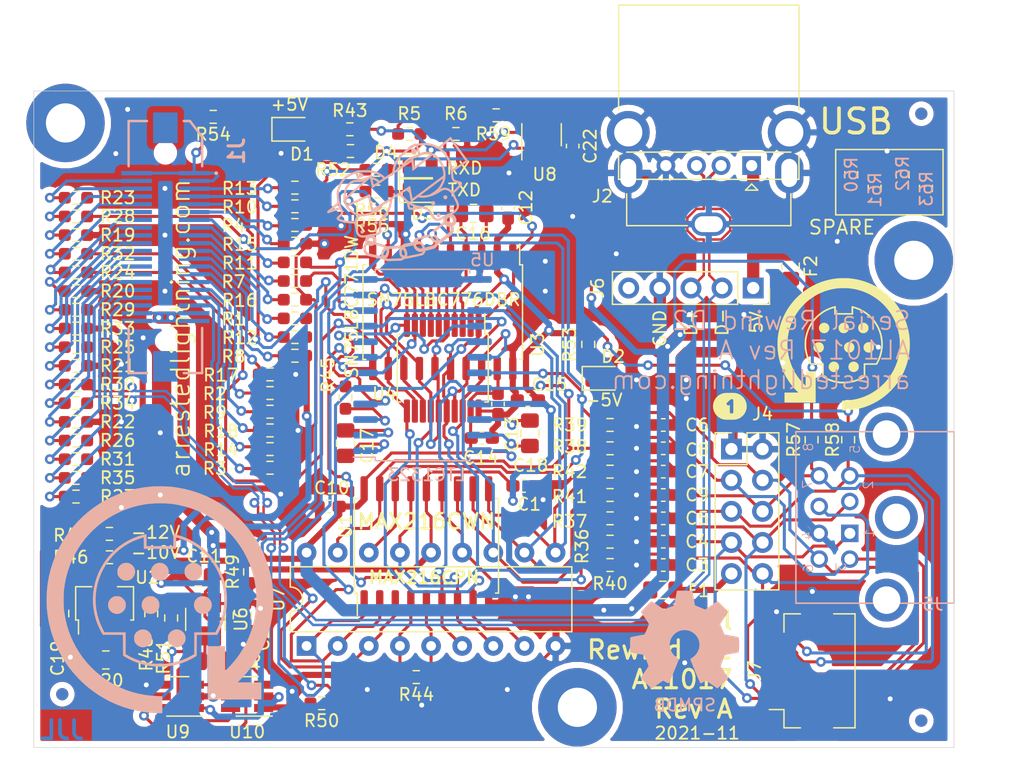
<source format=kicad_pcb>
(kicad_pcb (version 20171130) (host pcbnew 5.1.12-84ad8e8a86~92~ubuntu20.04.1)
  (layers (0 F.Cu signal) (31 B.Cu signal) (34 B.Paste user) (35 F.Paste user) (36 B.SilkS user) (37 F.SilkS user) (38 B.Mask user) (39 F.Mask user) (44 Edge.Cuts user))
  (net 0 "")
  (net 1 GND)
  (net 2 +5V)
  (net 3 /GPi)
  (net 4 /HSKo)
  (net 5 /HSKi)
  (net 6 /TXD+)
  (net 7 /RXD+)
  (net 8 /TXD-)
  (net 9 /RXD-)
  (net 10 +5VL)
  (net 11 VBUS)
  (net 12 /USB-)
  (net 13 /USB+)
  (net 14 "Net-(J6-Pad5)")
  (net 15 "Net-(J1-Pad19)")
  (net 16 /CLKOUT)
  (net 17 /I2C_SCL)
  (net 18 "Net-(J1-Pad27)")
  (net 19 "Net-(J1-Pad35)")
  (net 20 /AUX1)
  (net 21 "Net-(J1-Pad9)")
  (net 22 "Net-(J1-Pad15)")
  (net 23 "Net-(J1-Pad23)")
  (net 24 -10V)
  (net 25 /I2C_SDA)
  (net 26 "Net-(J1-Pad29)")
  (net 27 "Net-(J1-Pad7)")
  (net 28 "Net-(J1-Pad13)")
  (net 29 /LOADOUT)
  (net 30 "Net-(J1-Pad21)")
  (net 31 "Net-(J1-Pad5)")
  (net 32 "Net-(J1-Pad33)")
  (net 33 "Net-(J1-Pad11)")
  (net 34 "Net-(J1-Pad17)")
  (net 35 "Net-(J1-Pad25)")
  (net 36 "Net-(J1-Pad31)")
  (net 37 "Net-(J1-Pad8)")
  (net 38 "Net-(J1-Pad14)")
  (net 39 "Net-(J1-Pad22)")
  (net 40 "Net-(J1-Pad28)")
  (net 41 "Net-(J1-Pad4)")
  (net 42 "Net-(J1-Pad12)")
  (net 43 "Net-(J1-Pad20)")
  (net 44 +12V)
  (net 45 /AUD_IN_RTN)
  (net 46 "Net-(J1-Pad30)")
  (net 47 /AUD_OUT_RTN)
  (net 48 "Net-(J1-Pad36)")
  (net 49 "Net-(J1-Pad6)")
  (net 50 "Net-(J1-Pad16)")
  (net 51 "Net-(J1-Pad24)")
  (net 52 /AUD_IN)
  (net 53 "Net-(J1-Pad32)")
  (net 54 "Net-(J1-Pad10)")
  (net 55 -12V)
  (net 56 "Net-(J1-Pad18)")
  (net 57 "Net-(J1-Pad26)")
  (net 58 "Net-(J1-Pad34)")
  (net 59 /AUD_OUT)
  (net 60 -5V)
  (net 61 /transceivers/C-)
  (net 62 /transceivers/C+)
  (net 63 "Net-(C17-Pad1)")
  (net 64 "Net-(C17-Pad2)")
  (net 65 "Net-(C18-Pad2)")
  (net 66 "Net-(C18-Pad1)")
  (net 67 "Net-(C19-Pad1)")
  (net 68 ~COMM_DTR)
  (net 69 COMM_SHDN)
  (net 70 COMM_TRXC)
  (net 71 MODEM_DET)
  (net 72 ~COMM_TXD)
  (net 73 ~COMM_RESET)
  (net 74 ~COMM_GPIO_L)
  (net 75 ~COMM_RTS)
  (net 76 ~COMM_RING_DET)
  (net 77 COMM_RXD)
  (net 78 "Net-(R45-Pad1)")
  (net 79 PHY_RXD+)
  (net 80 PHY_RXD-)
  (net 81 PHY_HSKi)
  (net 82 PHY_GPi)
  (net 83 PHY_HSKo)
  (net 84 PHY_TXD+)
  (net 85 PHY_TXD-)
  (net 86 +3V3)
  (net 87 "Net-(C20-Pad1)")
  (net 88 "Net-(D1-Pad2)")
  (net 89 "Net-(D2-Pad1)")
  (net 90 "Net-(J1-Pad1)")
  (net 91 "Net-(D3-Pad1)")
  (net 92 "Net-(D4-Pad1)")
  (net 93 /power/-5V_C1-)
  (net 94 /power/-5V_C1+)
  (net 95 /power/-5V_INV)
  (net 96 ~COMM_SHDN)
  (net 97 /transceivers/RXEN_216)
  (net 98 /power/-5V_EN)
  (net 99 "Net-(R59-Pad2)")
  (net 100 "Net-(U8-Pad4)")
  (net 101 "Net-(R60-Pad2)")
  (net 102 "Net-(R60-Pad1)")
  (net 103 "Net-(R61-Pad2)")
  (net 104 "Net-(R61-Pad1)")
  (net 105 "Net-(R62-Pad2)")
  (net 106 "Net-(R62-Pad1)")
  (net 107 "Net-(R63-Pad2)")
  (net 108 "Net-(R63-Pad1)")
  (module Connector_FFC-FPC:Hirose_FH12-12S-0.5SH_1x12-1MP_P0.50mm_Horizontal (layer F.Cu) (at 112.522 147.32 90)
    (fp_text reference J7 (at 0 -3.7 90) (layer F.SilkS))
    (fp_text value Conn_01x08_Female)
    (pad 12 smd rect (at 2.75 -1.85 90) (size 0.3 1.3) (layers F.Cu F.Paste F.Mask) (net 1 GND))
    (pad 11 smd rect (at 2.25 -1.85 90) (size 0.3 1.3) (layers F.Cu F.Paste F.Mask) (net 7 /RXD+))
    (pad 10 smd rect (at 1.75 -1.85 90) (size 0.3 1.3) (layers F.Cu F.Paste F.Mask) (net 9 /RXD-))
    (pad 9 smd rect (at 1.25 -1.85 90) (size 0.3 1.3) (layers F.Cu F.Paste F.Mask) (net 1 GND))
    (pad 8 smd rect (at 0.75 -1.85 90) (size 0.3 1.3) (layers F.Cu F.Paste F.Mask) (net 6 /TXD+))
    (pad 7 smd rect (at 0.25 -1.85 90) (size 0.3 1.3) (layers F.Cu F.Paste F.Mask) (net 8 /TXD-))
    (pad 6 smd rect (at -0.25 -1.85 90) (size 0.3 1.3) (layers F.Cu F.Paste F.Mask) (net 1 GND))
    (pad 5 smd rect (at -0.75 -1.85 90) (size 0.3 1.3) (layers F.Cu F.Paste F.Mask) (net 3 /GPi))
    (pad 4 smd rect (at -1.25 -1.85 90) (size 0.3 1.3) (layers F.Cu F.Paste F.Mask) (net 1 GND))
    (pad 3 smd rect (at -1.75 -1.85 90) (size 0.3 1.3) (layers F.Cu F.Paste F.Mask) (net 5 /HSKi))
    (pad 2 smd rect (at -2.25 -1.85 90) (size 0.3 1.3) (layers F.Cu F.Paste F.Mask) (net 4 /HSKo))
    (pad 1 smd rect (at -2.75 -1.85 90) (size 0.3 1.3) (layers F.Cu F.Paste F.Mask) (net 10 +5VL))
    (pad MP smd rect (at -4.65 1.4 90) (size 1.8 2.2) (layers F.Cu F.Paste F.Mask))
    (pad MP smd rect (at 4.65 1.4 90) (size 1.8 2.2) (layers F.Cu F.Paste F.Mask))
  )
  (module label (layer F.Cu) (at 106.807 125.73)
    (fp_text reference kibuzzard-619185EE hide)
    (fp_text value G*** hide)
  )
  (module Resistor_SMD:R_0603_1608Metric_Pad0.98x0.95mm_HandSolder (layer F.Cu) (at 122.809 107.95 90)
    (fp_text reference R63 (at -0.032 0.03 90) (layer B.SilkS) (effects (justify mirror)))
    (fp_text value 0)
    (pad 2 smd roundrect (at 0.9125 0 90) (size 0.975 0.95) (layers F.Cu F.Paste F.Mask) (net 107 "Net-(R63-Pad2)"))
    (pad 1 smd roundrect (at -0.9125 0 90) (size 0.975 0.95) (layers F.Cu F.Paste F.Mask) (net 108 "Net-(R63-Pad1)"))
  )
  (module Resistor_SMD:R_0603_1608Metric_Pad0.98x0.95mm_HandSolder (layer F.Cu) (at 120.904 106.8305 90)
    (fp_text reference R62 (at 0.095 0 90) (layer B.SilkS) (effects (justify mirror)))
    (fp_text value 0)
    (pad 2 smd roundrect (at 0.9125 0 90) (size 0.975 0.95) (layers F.Cu F.Paste F.Mask) (net 105 "Net-(R62-Pad2)"))
    (pad 1 smd roundrect (at -0.9125 0 90) (size 0.975 0.95) (layers F.Cu F.Paste F.Mask) (net 106 "Net-(R62-Pad1)"))
  )
  (module Resistor_SMD:R_0603_1608Metric_Pad0.98x0.95mm_HandSolder (layer F.Cu) (at 118.618 107.95 90)
    (fp_text reference R61 (at -0.127 0.03 90) (layer B.SilkS) (effects (justify mirror)))
    (fp_text value 0)
    (pad 2 smd roundrect (at 0.9125 0 90) (size 0.975 0.95) (layers F.Cu F.Paste F.Mask) (net 103 "Net-(R61-Pad2)"))
    (pad 1 smd roundrect (at -0.9125 0 90) (size 0.975 0.95) (layers F.Cu F.Paste F.Mask) (net 104 "Net-(R61-Pad1)"))
  )
  (module Resistor_SMD:R_0603_1608Metric_Pad0.98x0.95mm_HandSolder (layer F.Cu) (at 116.713 106.8305 90)
    (fp_text reference R60 (at 0 0 90) (layer B.SilkS) (effects (justify mirror)))
    (fp_text value 0)
    (pad 2 smd roundrect (at 0.9125 0 90) (size 0.975 0.95) (layers F.Cu F.Paste F.Mask) (net 101 "Net-(R60-Pad2)"))
    (pad 1 smd roundrect (at -0.9125 0 90) (size 0.975 0.95) (layers F.Cu F.Paste F.Mask) (net 102 "Net-(R60-Pad1)"))
  )
  (module Package_TO_SOT_SMD:SOT-23-6_Handsoldering (layer F.Cu) (at 67.4116 149.4028 180)
    (fp_text reference U10 (at 0 -2.9) (layer F.SilkS))
    (fp_text value LM2664)
    (pad 5 smd rect (at 1.35 0 180) (size 1.56 0.65) (layers F.Cu F.Paste F.Mask) (net 2 +5V))
    (pad 6 smd rect (at 1.35 -0.95 180) (size 1.56 0.65) (layers F.Cu F.Paste F.Mask) (net 94 /power/-5V_C1+))
    (pad 4 smd rect (at 1.35 0.95 180) (size 1.56 0.65) (layers F.Cu F.Paste F.Mask) (net 98 /power/-5V_EN))
    (pad 3 smd rect (at -1.35 0.95 180) (size 1.56 0.65) (layers F.Cu F.Paste F.Mask) (net 93 /power/-5V_C1-))
    (pad 2 smd rect (at -1.35 0 180) (size 1.56 0.65) (layers F.Cu F.Paste F.Mask) (net 95 /power/-5V_INV))
    (pad 1 smd rect (at -1.35 -0.95 180) (size 1.56 0.65) (layers F.Cu F.Paste F.Mask) (net 1 GND))
  )
  (module Package_TO_SOT_SMD:SOT-23-6_Handsoldering (layer F.Cu) (at 61.7552 149.4028 180)
    (fp_text reference U9 (at 0 -2.9) (layer F.SilkS))
    (fp_text value MAX1721)
    (pad 5 smd rect (at 1.35 0 180) (size 1.56 0.65) (layers F.Cu F.Paste F.Mask) (net 98 /power/-5V_EN))
    (pad 6 smd rect (at 1.35 -0.95 180) (size 1.56 0.65) (layers F.Cu F.Paste F.Mask) (net 94 /power/-5V_C1+))
    (pad 4 smd rect (at 1.35 0.95 180) (size 1.56 0.65) (layers F.Cu F.Paste F.Mask) (net 1 GND))
    (pad 3 smd rect (at -1.35 0.95 180) (size 1.56 0.65) (layers F.Cu F.Paste F.Mask) (net 93 /power/-5V_C1-))
    (pad 2 smd rect (at -1.35 0 180) (size 1.56 0.65) (layers F.Cu F.Paste F.Mask) (net 2 +5V))
    (pad 1 smd rect (at -1.35 -0.95 180) (size 1.56 0.65) (layers F.Cu F.Paste F.Mask) (net 95 /power/-5V_INV))
  )
  (module Package_TO_SOT_SMD:SOT-23-6_Handsoldering (layer F.Cu) (at 91.44 103.5685 90)
    (fp_text reference U8 (at -3.2385 0.254 180) (layer F.SilkS))
    (fp_text value SN74LVC2G14DBVR)
    (pad 5 smd rect (at 1.35 0 90) (size 1.56 0.65) (layers F.Cu F.Paste F.Mask) (net 2 +5V))
    (pad 6 smd rect (at 1.35 -0.95 90) (size 1.56 0.65) (layers F.Cu F.Paste F.Mask) (net 99 "Net-(R59-Pad2)"))
    (pad 4 smd rect (at 1.35 0.95 90) (size 1.56 0.65) (layers F.Cu F.Paste F.Mask) (net 100 "Net-(U8-Pad4)"))
    (pad 3 smd rect (at -1.35 0.95 90) (size 1.56 0.65) (layers F.Cu F.Paste F.Mask) (net 1 GND))
    (pad 2 smd rect (at -1.35 0 90) (size 1.56 0.65) (layers F.Cu F.Paste F.Mask) (net 1 GND))
    (pad 1 smd rect (at -1.35 -0.95 90) (size 1.56 0.65) (layers F.Cu F.Paste F.Mask) (net 69 COMM_SHDN))
  )
  (module Package_TO_SOT_SMD:SOT-23-6_Handsoldering (layer F.Cu) (at 64.008 143.1163 270)
    (fp_text reference U6 (at 0 -2.9 90) (layer F.SilkS))
    (fp_text value LM2776)
    (pad 5 smd rect (at 1.35 0 270) (size 1.56 0.65) (layers F.Cu F.Paste F.Mask) (net 94 /power/-5V_C1+))
    (pad 6 smd rect (at 1.35 -0.95 270) (size 1.56 0.65) (layers F.Cu F.Paste F.Mask) (net 93 /power/-5V_C1-))
    (pad 4 smd rect (at 1.35 0.95 270) (size 1.56 0.65) (layers F.Cu F.Paste F.Mask) (net 98 /power/-5V_EN))
    (pad 3 smd rect (at -1.35 0.95 270) (size 1.56 0.65) (layers F.Cu F.Paste F.Mask) (net 2 +5V))
    (pad 2 smd rect (at -1.35 0 270) (size 1.56 0.65) (layers F.Cu F.Paste F.Mask) (net 1 GND))
    (pad 1 smd rect (at -1.35 -0.95 270) (size 1.56 0.65) (layers F.Cu F.Paste F.Mask) (net 95 /power/-5V_INV))
  )
  (module Logo:Logo (layer B.Cu) (at 60.325 141.478 180)
    (fp_text reference G*** hide)
    (fp_text value LOGO hide)
  )
  (module Package_SO:SOP-24_7.5x15.4mm_P1.27mm (layer B.Cu) (at 81.7245 122.3645)
    (fp_text reference U5 (at 4.8895 -8.5725) (layer B.SilkS) (effects (justify mirror)))
    (fp_text value LTC1323CSW)
    (pad 1 smd roundrect (at -4.65 6.985) (size 2 0.55) (layers B.Cu B.Paste B.Mask) (net 63 "Net-(C17-Pad1)"))
    (pad 2 smd roundrect (at -4.65 5.715) (size 2 0.55) (layers B.Cu B.Paste B.Mask) (net 64 "Net-(C17-Pad2)"))
    (pad 3 smd roundrect (at -4.65 4.445) (size 2 0.55) (layers B.Cu B.Paste B.Mask) (net 78 "Net-(R45-Pad1)"))
    (pad 4 smd roundrect (at -4.65 3.175) (size 2 0.55) (layers B.Cu B.Paste B.Mask) (net 72 ~COMM_TXD))
    (pad 5 smd roundrect (at -4.65 1.905) (size 2 0.55) (layers B.Cu B.Paste B.Mask) (net 68 ~COMM_DTR))
    (pad 6 smd roundrect (at -4.65 0.635) (size 2 0.55) (layers B.Cu B.Paste B.Mask) (net 75 ~COMM_RTS))
    (pad 7 smd roundrect (at -4.65 -0.635) (size 2 0.55) (layers B.Cu B.Paste B.Mask) (net 96 ~COMM_SHDN))
    (pad 8 smd roundrect (at -4.65 -1.905) (size 2 0.55) (layers B.Cu B.Paste B.Mask))
    (pad 9 smd roundrect (at -4.65 -3.175) (size 2 0.55) (layers B.Cu B.Paste B.Mask) (net 74 ~COMM_GPIO_L))
    (pad 10 smd roundrect (at -4.65 -4.445) (size 2 0.55) (layers B.Cu B.Paste B.Mask) (net 70 COMM_TRXC))
    (pad 11 smd roundrect (at -4.65 -5.715) (size 2 0.55) (layers B.Cu B.Paste B.Mask) (net 77 COMM_RXD))
    (pad 12 smd roundrect (at -4.65 -6.985) (size 2 0.55) (layers B.Cu B.Paste B.Mask) (net 1 GND))
    (pad 13 smd roundrect (at 4.65 -6.985) (size 2 0.55) (layers B.Cu B.Paste B.Mask) (net 1 GND))
    (pad 14 smd roundrect (at 4.65 -5.715) (size 2 0.55) (layers B.Cu B.Paste B.Mask) (net 79 PHY_RXD+))
    (pad 15 smd roundrect (at 4.65 -4.445) (size 2 0.55) (layers B.Cu B.Paste B.Mask) (net 80 PHY_RXD-))
    (pad 16 smd roundrect (at 4.65 -3.175) (size 2 0.55) (layers B.Cu B.Paste B.Mask) (net 81 PHY_HSKi))
    (pad 17 smd roundrect (at 4.65 -1.905) (size 2 0.55) (layers B.Cu B.Paste B.Mask) (net 82 PHY_GPi))
    (pad 18 smd roundrect (at 4.65 -0.635) (size 2 0.55) (layers B.Cu B.Paste B.Mask) (net 83 PHY_HSKo))
    (pad 19 smd roundrect (at 4.65 0.635) (size 2 0.55) (layers B.Cu B.Paste B.Mask) (net 84 PHY_TXD+))
    (pad 20 smd roundrect (at 4.65 1.905) (size 2 0.55) (layers B.Cu B.Paste B.Mask) (net 85 PHY_TXD-))
    (pad 21 smd roundrect (at 4.65 3.175) (size 2 0.55) (layers B.Cu B.Paste B.Mask) (net 60 -5V))
    (pad 22 smd roundrect (at 4.65 4.445) (size 2 0.55) (layers B.Cu B.Paste B.Mask) (net 65 "Net-(C18-Pad2)"))
    (pad 23 smd roundrect (at 4.65 5.715) (size 2 0.55) (layers B.Cu B.Paste B.Mask) (net 66 "Net-(C18-Pad1)"))
    (pad 24 smd roundrect (at 4.65 6.985) (size 2 0.55) (layers B.Cu B.Paste B.Mask) (net 2 +5V))
  )
  (module Capacitor_SMD:C_0805_2012Metric_Pad1.18x1.45mm_HandSolder (layer F.Cu) (at 64.5922 146.5326 180)
    (fp_text reference C2 (at -3.0226 0) (layer F.SilkS))
    (fp_text value 1uF/16V)
    (pad 1 smd roundrect (at -1.0375 0 180) (size 1.175 1.45) (layers F.Cu F.Paste F.Mask) (roundrect_rratio 0.2127659574468085) (net 93 /power/-5V_C1-))
    (pad 2 smd roundrect (at 1.0375 0 180) (size 1.175 1.45) (layers F.Cu F.Paste F.Mask) (roundrect_rratio 0.2127659574468085) (net 94 /power/-5V_C1+))
  )
  (module Resistor_SMD:R_0603_1608Metric_Pad0.98x0.95mm_HandSolder (layer F.Cu) (at 73.493 149.9616 180)
    (fp_text reference R50 (at 0 -1.43) (layer F.SilkS))
    (fp_text value 0-DNP)
    (pad 1 smd roundrect (at -0.9125 0 180) (size 0.975 0.95) (layers F.Cu F.Paste F.Mask) (net 69 COMM_SHDN))
    (pad 2 smd roundrect (at 0.9125 0 180) (size 0.975 0.95) (layers F.Cu F.Paste F.Mask) (net 98 /power/-5V_EN))
  )
  (module Resistor_SMD:R_0603_1608Metric_Pad0.98x0.95mm_HandSolder (layer F.Cu) (at 61.214 143.0039 90)
    (fp_text reference R51 (at -3.1731 -0.635 90) (layer F.SilkS))
    (fp_text value 0)
    (pad 2 smd roundrect (at 0.9125 0 90) (size 0.975 0.95) (layers F.Cu F.Paste F.Mask) (net 2 +5V))
    (pad 1 smd roundrect (at -0.9125 0 90) (size 0.975 0.95) (layers F.Cu F.Paste F.Mask) (net 98 /power/-5V_EN))
  )
  (module Package_DIP:DIP-18_W7.62mm (layer F.Cu) (at 72.263 145.288 90)
    (fp_text reference U7 (at 3.81 -2.33 90) (layer F.SilkS))
    (fp_text value MAX216CPN)
    (pad 18 thru_hole oval (at 7.62 0 90) (size 1.6 1.6) (drill 0.8) (layers *.Cu *.Mask) (net 2 +5V))
    (pad 9 thru_hole oval (at 0 20.32 90) (size 1.6 1.6) (drill 0.8) (layers *.Cu *.Mask) (net 1 GND))
    (pad 17 thru_hole oval (at 7.62 2.54 90) (size 1.6 1.6) (drill 0.8) (layers *.Cu *.Mask) (net 85 PHY_TXD-))
    (pad 8 thru_hole oval (at 0 17.78 90) (size 1.6 1.6) (drill 0.8) (layers *.Cu *.Mask) (net 77 COMM_RXD))
    (pad 16 thru_hole oval (at 7.62 5.08 90) (size 1.6 1.6) (drill 0.8) (layers *.Cu *.Mask) (net 84 PHY_TXD+))
    (pad 7 thru_hole oval (at 0 15.24 90) (size 1.6 1.6) (drill 0.8) (layers *.Cu *.Mask) (net 70 COMM_TRXC))
    (pad 15 thru_hole oval (at 7.62 7.62 90) (size 1.6 1.6) (drill 0.8) (layers *.Cu *.Mask) (net 83 PHY_HSKo))
    (pad 6 thru_hole oval (at 0 12.7 90) (size 1.6 1.6) (drill 0.8) (layers *.Cu *.Mask) (net 74 ~COMM_GPIO_L))
    (pad 14 thru_hole oval (at 7.62 10.16 90) (size 1.6 1.6) (drill 0.8) (layers *.Cu *.Mask) (net 60 -5V))
    (pad 5 thru_hole oval (at 0 10.16 90) (size 1.6 1.6) (drill 0.8) (layers *.Cu *.Mask) (net 97 /transceivers/RXEN_216))
    (pad 13 thru_hole oval (at 7.62 12.7 90) (size 1.6 1.6) (drill 0.8) (layers *.Cu *.Mask) (net 82 PHY_GPi))
    (pad 4 thru_hole oval (at 0 7.62 90) (size 1.6 1.6) (drill 0.8) (layers *.Cu *.Mask) (net 96 ~COMM_SHDN))
    (pad 12 thru_hole oval (at 7.62 15.24 90) (size 1.6 1.6) (drill 0.8) (layers *.Cu *.Mask) (net 81 PHY_HSKi))
    (pad 3 thru_hole oval (at 0 5.08 90) (size 1.6 1.6) (drill 0.8) (layers *.Cu *.Mask) (net 75 ~COMM_RTS))
    (pad 11 thru_hole oval (at 7.62 17.78 90) (size 1.6 1.6) (drill 0.8) (layers *.Cu *.Mask) (net 80 PHY_RXD-))
    (pad 2 thru_hole oval (at 0 2.54 90) (size 1.6 1.6) (drill 0.8) (layers *.Cu *.Mask) (net 68 ~COMM_DTR))
    (pad 10 thru_hole oval (at 7.62 20.32 90) (size 1.6 1.6) (drill 0.8) (layers *.Cu *.Mask) (net 79 PHY_RXD+))
    (pad 1 thru_hole rect (at 0 0 90) (size 1.6 1.6) (drill 0.8) (layers *.Cu *.Mask) (net 72 ~COMM_TXD))
  )
  (module Resistor_SMD:R_0603_1608Metric_Pad0.98x0.95mm_HandSolder (layer F.Cu) (at 87.7335 101.981)
    (fp_text reference R59 (at -0.2305 1.524) (layer F.SilkS))
    (fp_text value 0)
    (pad 2 smd roundrect (at 0.9125 0) (size 0.975 0.95) (layers F.Cu F.Paste F.Mask) (net 99 "Net-(R59-Pad2)"))
    (pad 1 smd roundrect (at -0.9125 0) (size 0.975 0.95) (layers F.Cu F.Paste F.Mask) (net 96 ~COMM_SHDN))
  )
  (module Resistor_SMD:R_0603_1608Metric_Pad0.98x0.95mm_HandSolder (layer F.Cu) (at 116.459 128.4605 270)
    (fp_text reference R58 (at 0 1.27 90) (layer F.SilkS))
    (fp_text value 470K)
    (pad 2 smd roundrect (at 0.9125 0 270) (size 0.975 0.95) (layers F.Cu F.Paste F.Mask) (net 9 /RXD-))
    (pad 1 smd roundrect (at -0.9125 0 270) (size 0.975 0.95) (layers F.Cu F.Paste F.Mask) (net 60 -5V))
  )
  (module Resistor_SMD:R_0603_1608Metric_Pad0.98x0.95mm_HandSolder (layer F.Cu) (at 113.4745 128.4605 270)
    (fp_text reference R57 (at 0 1.4605 90) (layer F.SilkS))
    (fp_text value 470K)
    (pad 2 smd roundrect (at 0.9125 0 270) (size 0.975 0.95) (layers F.Cu F.Paste F.Mask) (net 7 /RXD+))
    (pad 1 smd roundrect (at -0.9125 0 270) (size 0.975 0.95) (layers F.Cu F.Paste F.Mask) (net 2 +5V))
  )
  (module Capacitor_SMD:C_0603_1608Metric_Pad1.08x0.95mm_HandSolder (layer F.Cu) (at 93.98 104.4945 270)
    (fp_text reference C22 (at 0 -1.43 90) (layer F.SilkS))
    (fp_text value 0.1uF)
    (pad 2 smd roundrect (at 0.8625 0 270) (size 1.075 0.95) (layers F.Cu F.Paste F.Mask) (net 1 GND))
    (pad 1 smd roundrect (at -0.8625 0 270) (size 1.075 0.95) (layers F.Cu F.Paste F.Mask) (net 2 +5V))
  )
  (module Connector_PinHeader_2.54mm:PinHeader_2x05_P2.54mm_Vertical (layer F.Cu) (at 106.934 129.2225)
    (fp_text reference J4 (at 2.54 -2.8575) (layer F.SilkS))
    (fp_text value Conn_02x05_Odd_Even)
    (pad 10 thru_hole oval (at 2.54 10.16) (size 1.7 1.7) (drill 1) (layers *.Cu *.Mask) (net 3 /GPi))
    (pad 9 thru_hole oval (at 0 10.16) (size 1.7 1.7) (drill 1) (layers *.Cu *.Mask) (net 10 +5VL))
    (pad 8 thru_hole oval (at 2.54 7.62) (size 1.7 1.7) (drill 1) (layers *.Cu *.Mask) (net 5 /HSKi))
    (pad 7 thru_hole oval (at 0 7.62) (size 1.7 1.7) (drill 1) (layers *.Cu *.Mask) (net 4 /HSKo))
    (pad 6 thru_hole oval (at 2.54 5.08) (size 1.7 1.7) (drill 1) (layers *.Cu *.Mask) (net 7 /RXD+))
    (pad 5 thru_hole oval (at 0 5.08) (size 1.7 1.7) (drill 1) (layers *.Cu *.Mask) (net 9 /RXD-))
    (pad 4 thru_hole oval (at 2.54 2.54) (size 1.7 1.7) (drill 1) (layers *.Cu *.Mask) (net 6 /TXD+))
    (pad 3 thru_hole oval (at 0 2.54) (size 1.7 1.7) (drill 1) (layers *.Cu *.Mask) (net 8 /TXD-))
    (pad 2 thru_hole oval (at 2.54 0) (size 1.7 1.7) (drill 1) (layers *.Cu *.Mask) (net 1 GND))
    (pad 1 thru_hole rect (at 0 0) (size 1.7 1.7) (drill 1) (layers *.Cu *.Mask) (net 1 GND))
  )
  (module Logo:Logo2 (layer F.Cu) (at 116.078 120.65)
    (fp_text reference G*** hide)
    (fp_text value LOGO hide)
  )
  (module Resistor_SMD:R_0603_1608Metric_Pad0.98x0.95mm_HandSolder (layer F.Cu) (at 77.978 106.426)
    (fp_text reference R56 (at -0.381 3.302) (layer F.SilkS))
    (fp_text value 4K7)
    (pad 2 smd roundrect (at 0.9125 0) (size 0.975 0.95) (layers F.Cu F.Paste F.Mask) (net 92 "Net-(D4-Pad1)"))
    (pad 1 smd roundrect (at -0.9125 0) (size 0.975 0.95) (layers F.Cu F.Paste F.Mask) (net 77 COMM_RXD))
  )
  (module Resistor_SMD:R_0603_1608Metric_Pad0.98x0.95mm_HandSolder (layer F.Cu) (at 77.978 108.204)
    (fp_text reference R55 (at -0.381 2.794) (layer F.SilkS))
    (fp_text value 4K7)
    (pad 2 smd roundrect (at 0.9125 0) (size 0.975 0.95) (layers F.Cu F.Paste F.Mask) (net 91 "Net-(D3-Pad1)"))
    (pad 1 smd roundrect (at -0.9125 0) (size 0.975 0.95) (layers F.Cu F.Paste F.Mask) (net 72 ~COMM_TXD))
  )
  (module LED_SMD:LED_0805_2012Metric (layer F.Cu) (at 81.534 106.1212)
    (fp_text reference D4 (at -2.794 -1.0922) (layer F.SilkS))
    (fp_text value BLUE)
    (pad 2 smd roundrect (at 0.9375 0) (size 0.975 1.4) (layers F.Cu F.Paste F.Mask) (net 2 +5V))
    (pad 1 smd roundrect (at -0.9375 0) (size 0.975 1.4) (layers F.Cu F.Paste F.Mask) (net 92 "Net-(D4-Pad1)"))
  )
  (module LED_SMD:LED_0805_2012Metric (layer F.Cu) (at 81.534 108.1278)
    (fp_text reference D3 (at 0.254 1.8542) (layer F.SilkS))
    (fp_text value WHITE)
    (pad 2 smd roundrect (at 0.9375 0) (size 0.975 1.4) (layers F.Cu F.Paste F.Mask) (net 2 +5V))
    (pad 1 smd roundrect (at -0.9375 0) (size 0.975 1.4) (layers F.Cu F.Paste F.Mask) (net 91 "Net-(D3-Pad1)"))
  )
  (module Fiducial:Fiducial_1mm_Mask2mm (layer B.Cu) (at 122.428 101.854)
    (fp_text reference FID6 hide)
    (fp_text value Fiducial)
    (pad "" smd circle (at 0 0) (size 1 1) (layers B.Cu B.Mask) (clearance 0.5))
  )
  (module Fiducial:Fiducial_1mm_Mask2mm (layer F.Cu) (at 52.324 149.225)
    (fp_text reference FID5 hide)
    (fp_text value Fiducial)
    (pad "" smd circle (at 0 0) (size 1 1) (layers F.Cu F.Mask) (clearance 0.5))
  )
  (module Fiducial:Fiducial_1mm_Mask2mm (layer B.Cu) (at 52.324 149.225)
    (fp_text reference FID4 hide)
    (fp_text value Fiducial)
    (pad "" smd circle (at 0 0) (size 1 1) (layers B.Cu B.Mask) (clearance 0.5))
  )
  (module Fiducial:Fiducial_1mm_Mask2mm (layer F.Cu) (at 122.428 151.384)
    (fp_text reference FID3 hide)
    (fp_text value Fiducial)
    (pad "" smd circle (at 0 0) (size 1 1) (layers F.Cu F.Mask) (clearance 0.5))
  )
  (module Fiducial:Fiducial_1mm_Mask2mm (layer B.Cu) (at 122.428 151.384)
    (fp_text reference FID2 hide)
    (fp_text value Fiducial)
    (pad "" smd circle (at 0 0) (size 1 1) (layers B.Cu B.Mask) (clearance 0.5))
  )
  (module Fiducial:Fiducial_1mm_Mask2mm (layer F.Cu) (at 122.428 101.854)
    (fp_text reference FID1 hide)
    (fp_text value Fiducial)
    (pad "" smd circle (at 0 0) (size 1 1) (layers F.Cu F.Mask) (clearance 0.5))
  )
  (module Symbol:OSHW-Symbol_8.9x8mm_SilkScreen (layer B.Cu) (at 103.124 144.78 180)
    (fp_text reference REF** hide)
    (fp_text value OSHW-Symbol_8.9x8mm_SilkScreen hide)
  )
  (module AL_Logo:AL_Logo_13mm (layer B.Cu) (at 79.248 109.474 180)
    (fp_text reference REF** hide)
    (fp_text value AL_Logo_13mm)
  )
  (module AL_Footprints:0528850474 (layer B.Cu) (at 60.74 105.05 270)
    (fp_text reference J1 (at -0.148 -5.808 270) (layer B.SilkS) (effects (font (size 1.27 1.27) (thickness 0.254)) (justify mirror)))
    (fp_text value Conn_02x20_Odd_Even hide)
    (pad 1 smd rect (at 1.653 -2.35 270) (size 0.35 2.5) (layers B.Cu B.Paste B.Mask) (net 90 "Net-(J1-Pad1)"))
    (pad 2 smd rect (at 1.653 2.35 270) (size 0.35 2.5) (layers B.Cu B.Paste B.Mask) (net 90 "Net-(J1-Pad1)"))
    (pad 3 smd rect (at 2.288 -2.35 270) (size 0.35 2.5) (layers B.Cu B.Paste B.Mask) (net 90 "Net-(J1-Pad1)"))
    (pad 4 smd rect (at 2.288 2.35 270) (size 0.35 2.5) (layers B.Cu B.Paste B.Mask) (net 41 "Net-(J1-Pad4)"))
    (pad 5 smd rect (at 2.923 -2.35 270) (size 0.35 2.5) (layers B.Cu B.Paste B.Mask) (net 31 "Net-(J1-Pad5)"))
    (pad 6 smd rect (at 2.923 2.35 270) (size 0.35 2.5) (layers B.Cu B.Paste B.Mask) (net 49 "Net-(J1-Pad6)"))
    (pad 7 smd rect (at 3.558 -2.35 270) (size 0.35 2.5) (layers B.Cu B.Paste B.Mask) (net 27 "Net-(J1-Pad7)"))
    (pad 8 smd rect (at 3.558 2.35 270) (size 0.35 2.5) (layers B.Cu B.Paste B.Mask) (net 37 "Net-(J1-Pad8)"))
    (pad 9 smd rect (at 4.193 -2.35 270) (size 0.35 2.5) (layers B.Cu B.Paste B.Mask) (net 21 "Net-(J1-Pad9)"))
    (pad 10 smd rect (at 4.193 2.35 270) (size 0.35 2.5) (layers B.Cu B.Paste B.Mask) (net 54 "Net-(J1-Pad10)"))
    (pad 11 smd rect (at 4.828 -2.35 270) (size 0.35 2.5) (layers B.Cu B.Paste B.Mask) (net 33 "Net-(J1-Pad11)"))
    (pad 12 smd rect (at 4.828 2.35 270) (size 0.35 2.5) (layers B.Cu B.Paste B.Mask) (net 42 "Net-(J1-Pad12)"))
    (pad 13 smd rect (at 5.463 -2.35 270) (size 0.35 2.5) (layers B.Cu B.Paste B.Mask) (net 28 "Net-(J1-Pad13)"))
    (pad 14 smd rect (at 5.463 2.35 270) (size 0.35 2.5) (layers B.Cu B.Paste B.Mask) (net 38 "Net-(J1-Pad14)"))
    (pad 15 smd rect (at 6.098 -2.35 270) (size 0.35 2.5) (layers B.Cu B.Paste B.Mask) (net 22 "Net-(J1-Pad15)"))
    (pad 16 smd rect (at 6.098 2.35 270) (size 0.35 2.5) (layers B.Cu B.Paste B.Mask) (net 50 "Net-(J1-Pad16)"))
    (pad 17 smd rect (at 6.733 -2.35 270) (size 0.35 2.5) (layers B.Cu B.Paste B.Mask) (net 34 "Net-(J1-Pad17)"))
    (pad 18 smd rect (at 6.733 2.35 270) (size 0.35 2.5) (layers B.Cu B.Paste B.Mask) (net 56 "Net-(J1-Pad18)"))
    (pad 19 smd rect (at 7.368 -2.35 270) (size 0.35 2.5) (layers B.Cu B.Paste B.Mask) (net 15 "Net-(J1-Pad19)"))
    (pad 20 smd rect (at 7.368 2.35 270) (size 0.35 2.5) (layers B.Cu B.Paste B.Mask) (net 43 "Net-(J1-Pad20)"))
    (pad 21 smd rect (at 8.003 -2.35 270) (size 0.35 2.5) (layers B.Cu B.Paste B.Mask) (net 30 "Net-(J1-Pad21)"))
    (pad 22 smd rect (at 8.003 2.35 270) (size 0.35 2.5) (layers B.Cu B.Paste B.Mask) (net 39 "Net-(J1-Pad22)"))
    (pad 23 smd rect (at 8.638 -2.35 270) (size 0.35 2.5) (layers B.Cu B.Paste B.Mask) (net 23 "Net-(J1-Pad23)"))
    (pad 24 smd rect (at 8.638 2.35 270) (size 0.35 2.5) (layers B.Cu B.Paste B.Mask) (net 51 "Net-(J1-Pad24)"))
    (pad 25 smd rect (at 9.273 -2.35 270) (size 0.35 2.5) (layers B.Cu B.Paste B.Mask) (net 35 "Net-(J1-Pad25)"))
    (pad 26 smd rect (at 9.273 2.35 270) (size 0.35 2.5) (layers B.Cu B.Paste B.Mask) (net 57 "Net-(J1-Pad26)"))
    (pad 27 smd rect (at 9.908 -2.35 270) (size 0.35 2.5) (layers B.Cu B.Paste B.Mask) (net 18 "Net-(J1-Pad27)"))
    (pad 28 smd rect (at 9.908 2.35 270) (size 0.35 2.5) (layers B.Cu B.Paste B.Mask) (net 40 "Net-(J1-Pad28)"))
    (pad 29 smd rect (at 10.543 -2.35 270) (size 0.35 2.5) (layers B.Cu B.Paste B.Mask) (net 26 "Net-(J1-Pad29)"))
    (pad 30 smd rect (at 10.543 2.35 270) (size 0.35 2.5) (layers B.Cu B.Paste B.Mask) (net 46 "Net-(J1-Pad30)"))
    (pad 31 smd rect (at 11.178 -2.35 270) (size 0.35 2.5) (layers B.Cu B.Paste B.Mask) (net 36 "Net-(J1-Pad31)"))
    (pad 32 smd rect (at 11.178 2.35 270) (size 0.35 2.5) (layers B.Cu B.Paste B.Mask) (net 53 "Net-(J1-Pad32)"))
    (pad 33 smd rect (at 11.813 -2.35 270) (size 0.35 2.5) (layers B.Cu B.Paste B.Mask) (net 32 "Net-(J1-Pad33)"))
    (pad 34 smd rect (at 11.813 2.35 270) (size 0.35 2.5) (layers B.Cu B.Paste B.Mask) (net 58 "Net-(J1-Pad34)"))
    (pad 35 smd rect (at 12.448 -2.35 270) (size 0.35 2.5) (layers B.Cu B.Paste B.Mask) (net 19 "Net-(J1-Pad35)"))
    (pad 36 smd rect (at 12.448 2.35 270) (size 0.35 2.5) (layers B.Cu B.Paste B.Mask) (net 48 "Net-(J1-Pad36)"))
    (pad 37 smd rect (at 13.083 -2.35 270) (size 0.35 2.5) (layers B.Cu B.Paste B.Mask) (net 2 +5V))
    (pad 38 smd rect (at 13.083 2.35 270) (size 0.35 2.5) (layers B.Cu B.Paste B.Mask) (net 2 +5V))
    (pad 39 smd rect (at 13.718 -2.35 270) (size 0.35 2.5) (layers B.Cu B.Paste B.Mask) (net 2 +5V))
    (pad 40 smd rect (at 13.718 2.35 270) (size 0.35 2.5) (layers B.Cu B.Paste B.Mask) (net 2 +5V))
    (pad MH1 np_thru_hole circle (at 0 0 270) (size 0.9 0) (drill 0.9) (layers *.Cu *.Mask))
    (pad MH2 np_thru_hole circle (at 15.37 0 270) (size 0.7 0) (drill 0.7) (layers *.Cu *.Mask))
    (pad MP1 smd rect (at -2.05 0 180) (size 2 2.5) (layers B.Cu B.Paste B.Mask))
    (pad MP2 smd rect (at 17.42 0 180) (size 2 2.5) (layers B.Cu B.Paste B.Mask))
  )
  (module Capacitor_SMD:C_0603_1608Metric_Pad1.08x0.95mm_HandSolder (layer F.Cu) (at 89.9668 132.2324)
    (fp_text reference C1 (at 0.4572 1.4986 180) (layer F.SilkS))
    (fp_text value 0.1uF)
    (pad 2 smd roundrect (at 0.8625 0) (size 1.075 0.95) (layers F.Cu F.Paste F.Mask) (net 1 GND))
    (pad 1 smd roundrect (at -0.8625 0) (size 1.075 0.95) (layers F.Cu F.Paste F.Mask) (net 60 -5V))
  )
  (module Capacitor_SMD:C_0603_1608Metric_Pad1.08x0.95mm_HandSolder (layer F.Cu) (at 101.3725 138.684)
    (fp_text reference C3 (at 2.7675 0) (layer F.SilkS))
    (fp_text value 100pF)
    (pad 2 smd roundrect (at 0.8625 0) (size 1.075 0.95) (layers F.Cu F.Paste F.Mask) (net 3 /GPi))
    (pad 1 smd roundrect (at -0.8625 0) (size 1.075 0.95) (layers F.Cu F.Paste F.Mask) (net 1 GND))
  )
  (module Capacitor_SMD:C_0603_1608Metric_Pad1.08x0.95mm_HandSolder (layer F.Cu) (at 101.3725 136.779 180)
    (fp_text reference C4 (at -2.7675 0) (layer F.SilkS))
    (fp_text value 100pF)
    (pad 2 smd roundrect (at 0.8625 0 180) (size 1.075 0.95) (layers F.Cu F.Paste F.Mask) (net 1 GND))
    (pad 1 smd roundrect (at -0.8625 0 180) (size 1.075 0.95) (layers F.Cu F.Paste F.Mask) (net 4 /HSKo))
  )
  (module Capacitor_SMD:C_0603_1608Metric_Pad1.08x0.95mm_HandSolder (layer F.Cu) (at 101.3725 134.874)
    (fp_text reference C5 (at 2.7675 0) (layer F.SilkS))
    (fp_text value 100pF)
    (pad 1 smd roundrect (at -0.8625 0) (size 1.075 0.95) (layers F.Cu F.Paste F.Mask) (net 1 GND))
    (pad 2 smd roundrect (at 0.8625 0) (size 1.075 0.95) (layers F.Cu F.Paste F.Mask) (net 5 /HSKi))
  )
  (module Capacitor_SMD:C_0603_1608Metric_Pad1.08x0.95mm_HandSolder (layer F.Cu) (at 101.3725 127.254 180)
    (fp_text reference C6 (at -2.7675 0) (layer F.SilkS))
    (fp_text value 100pF)
    (pad 1 smd roundrect (at -0.8625 0 180) (size 1.075 0.95) (layers F.Cu F.Paste F.Mask) (net 6 /TXD+))
    (pad 2 smd roundrect (at 0.8625 0 180) (size 1.075 0.95) (layers F.Cu F.Paste F.Mask) (net 1 GND))
  )
  (module Capacitor_SMD:C_0603_1608Metric_Pad1.08x0.95mm_HandSolder (layer F.Cu) (at 101.3725 131.064)
    (fp_text reference C7 (at 2.7675 0) (layer F.SilkS))
    (fp_text value 100pF)
    (pad 2 smd roundrect (at 0.8625 0) (size 1.075 0.95) (layers F.Cu F.Paste F.Mask) (net 7 /RXD+))
    (pad 1 smd roundrect (at -0.8625 0) (size 1.075 0.95) (layers F.Cu F.Paste F.Mask) (net 1 GND))
  )
  (module Capacitor_SMD:C_0603_1608Metric_Pad1.08x0.95mm_HandSolder (layer F.Cu) (at 101.3725 129.159 180)
    (fp_text reference C8 (at -2.7675 -0.127) (layer F.SilkS))
    (fp_text value 100pF)
    (pad 2 smd roundrect (at 0.8625 0 180) (size 1.075 0.95) (layers F.Cu F.Paste F.Mask) (net 1 GND))
    (pad 1 smd roundrect (at -0.8625 0 180) (size 1.075 0.95) (layers F.Cu F.Paste F.Mask) (net 8 /TXD-))
  )
  (module Capacitor_SMD:C_0603_1608Metric_Pad1.08x0.95mm_HandSolder (layer F.Cu) (at 101.3725 132.969)
    (fp_text reference C9 (at 2.7675 0) (layer F.SilkS))
    (fp_text value 100pF)
    (pad 1 smd roundrect (at -0.8625 0) (size 1.075 0.95) (layers F.Cu F.Paste F.Mask) (net 1 GND))
    (pad 2 smd roundrect (at 0.8625 0) (size 1.075 0.95) (layers F.Cu F.Paste F.Mask) (net 9 /RXD-))
  )
  (module LED_SMD:LED_0805_2012Metric (layer F.Cu) (at 71.12 103.124)
    (fp_text reference D1 (at 0.762 2.032) (layer F.SilkS))
    (fp_text value GREEN)
    (pad 1 smd roundrect (at -0.9375 0) (size 0.975 1.4) (layers F.Cu F.Paste F.Mask) (net 1 GND))
    (pad 2 smd roundrect (at 0.9375 0) (size 0.975 1.4) (layers F.Cu F.Paste F.Mask) (net 88 "Net-(D1-Pad2)"))
  )
  (module Fuse:Fuse_0805_2012Metric_Pad1.15x1.40mm_HandSolder (layer F.Cu) (at 101.337 140.716 180)
    (fp_text reference F1 (at -2.93 -0.0635) (layer F.SilkS))
    (fp_text value Polyfuse)
    (pad 2 smd roundrect (at 1.025 0 180) (size 1.15 1.4) (layers F.Cu F.Paste F.Mask) (roundrect_rratio 0.2173904347826087) (net 2 +5V))
    (pad 1 smd roundrect (at -1.025 0 180) (size 1.15 1.4) (layers F.Cu F.Paste F.Mask) (roundrect_rratio 0.2173904347826087) (net 10 +5VL))
  )
  (module Fuse:Fuse_0805_2012Metric_Pad1.15x1.40mm_HandSolder (layer F.Cu) (at 111.76 114.3 270)
    (fp_text reference F2 (at 0 -1.65 90) (layer F.SilkS))
    (fp_text value Polyfuse)
    (pad 1 smd roundrect (at -1.025 0 270) (size 1.15 1.4) (layers F.Cu F.Paste F.Mask) (roundrect_rratio 0.2173904347826087) (net 11 VBUS))
    (pad 2 smd roundrect (at 1.025 0 270) (size 1.15 1.4) (layers F.Cu F.Paste F.Mask) (roundrect_rratio 0.2173904347826087) (net 2 +5V))
  )
  (module Connector_PinSocket_2.54mm:PinSocket_1x05_P2.54mm_Vertical (layer F.Cu) (at 108.712 116.078 270)
    (fp_text reference J6 (at 0 12.7 90) (layer F.SilkS))
    (fp_text value Conn_01x05_Male)
    (pad 1 thru_hole rect (at 0 0 270) (size 1.7 1.7) (drill 1) (layers *.Cu *.Mask) (net 11 VBUS))
    (pad 2 thru_hole oval (at 0 2.54 270) (size 1.7 1.7) (drill 1) (layers *.Cu *.Mask) (net 12 /USB-))
    (pad 3 thru_hole oval (at 0 5.08 270) (size 1.7 1.7) (drill 1) (layers *.Cu *.Mask) (net 13 /USB+))
    (pad 4 thru_hole oval (at 0 7.62 270) (size 1.7 1.7) (drill 1) (layers *.Cu *.Mask) (net 1 GND))
    (pad 5 thru_hole oval (at 0 10.16 270) (size 1.7 1.7) (drill 1) (layers *.Cu *.Mask) (net 14 "Net-(J6-Pad5)"))
  )
  (module Resistor_SMD:R_0603_1608Metric_Pad0.98x0.95mm_HandSolder (layer F.Cu) (at 71.3105 118.5545)
    (fp_text reference R1 (at -5.0165 0.0635) (layer F.SilkS))
    (fp_text value 0-DNP)
    (pad 1 smd roundrect (at -0.9125 0) (size 0.975 0.95) (layers F.Cu F.Paste F.Mask) (net 15 "Net-(J1-Pad19)"))
    (pad 2 smd roundrect (at 0.9125 0) (size 0.975 0.95) (layers F.Cu F.Paste F.Mask) (net 16 /CLKOUT))
  )
  (module Resistor_SMD:R_0603_1608Metric_Pad0.98x0.95mm_HandSolder (layer F.Cu) (at 69.2785 124.6505)
    (fp_text reference R2 (at -4.5085 0.0635) (layer F.SilkS))
    (fp_text value 0-DNP)
    (pad 2 smd roundrect (at 0.9125 0) (size 0.975 0.95) (layers F.Cu F.Paste F.Mask) (net 17 /I2C_SCL))
    (pad 1 smd roundrect (at -0.9125 0) (size 0.975 0.95) (layers F.Cu F.Paste F.Mask) (net 18 "Net-(J1-Pad27)"))
  )
  (module Resistor_SMD:R_0603_1608Metric_Pad0.98x0.95mm_HandSolder (layer F.Cu) (at 69.2785 130.7465)
    (fp_text reference R3 (at -4.5085 0.0635) (layer F.SilkS))
    (fp_text value 0-DNP)
    (pad 1 smd roundrect (at -0.9125 0) (size 0.975 0.95) (layers F.Cu F.Paste F.Mask) (net 19 "Net-(J1-Pad35)"))
    (pad 2 smd roundrect (at 0.9125 0) (size 0.975 0.95) (layers F.Cu F.Paste F.Mask) (net 20 /AUX1))
  )
  (module Resistor_SMD:R_0603_1608Metric_Pad0.98x0.95mm_HandSolder (layer F.Cu) (at 71.3105 110.9345)
    (fp_text reference R4 (at -5.0165 0.0635) (layer F.SilkS))
    (fp_text value 0)
    (pad 2 smd roundrect (at 0.9125 0) (size 0.975 0.95) (layers F.Cu F.Paste F.Mask) (net 68 ~COMM_DTR))
    (pad 1 smd roundrect (at -0.9125 0) (size 0.975 0.95) (layers F.Cu F.Paste F.Mask) (net 21 "Net-(J1-Pad9)"))
  )
  (module Resistor_SMD:R_0603_1608Metric_Pad0.98x0.95mm_HandSolder (layer F.Cu) (at 80.645 103.505 180)
    (fp_text reference R5 (at 0 1.651) (layer F.SilkS))
    (fp_text value 0-DNP)
    (pad 1 smd roundrect (at -0.9125 0 180) (size 0.975 0.95) (layers F.Cu F.Paste F.Mask) (net 69 COMM_SHDN))
    (pad 2 smd roundrect (at 0.9125 0 180) (size 0.975 0.95) (layers F.Cu F.Paste F.Mask) (net 96 ~COMM_SHDN))
  )
  (module Resistor_SMD:R_0603_1608Metric_Pad0.98x0.95mm_HandSolder (layer F.Cu) (at 84.455 103.505 180)
    (fp_text reference R6 (at 0 1.651) (layer F.SilkS))
    (fp_text value 0-DNP)
    (pad 2 smd roundrect (at 0.9125 0 180) (size 0.975 0.95) (layers F.Cu F.Paste F.Mask) (net 96 ~COMM_SHDN))
    (pad 1 smd roundrect (at -0.9125 0 180) (size 0.975 0.95) (layers F.Cu F.Paste F.Mask) (net 1 GND))
  )
  (module Resistor_SMD:R_0603_1608Metric_Pad0.98x0.95mm_HandSolder (layer F.Cu) (at 71.3105 115.5065)
    (fp_text reference R7 (at -5.0165 0.0635) (layer F.SilkS))
    (fp_text value 0)
    (pad 2 smd roundrect (at 0.9125 0) (size 0.975 0.95) (layers F.Cu F.Paste F.Mask) (net 70 COMM_TRXC))
    (pad 1 smd roundrect (at -0.9125 0) (size 0.975 0.95) (layers F.Cu F.Paste F.Mask) (net 22 "Net-(J1-Pad15)"))
  )
  (module Resistor_SMD:R_0603_1608Metric_Pad0.98x0.95mm_HandSolder (layer F.Cu) (at 71.3105 121.6025)
    (fp_text reference R8 (at -5.0165 0.0635) (layer F.SilkS))
    (fp_text value 0)
    (pad 1 smd roundrect (at -0.9125 0) (size 0.975 0.95) (layers F.Cu F.Paste F.Mask) (net 23 "Net-(J1-Pad23)"))
    (pad 2 smd roundrect (at 0.9125 0) (size 0.975 0.95) (layers F.Cu F.Paste F.Mask) (net 24 -10V))
  )
  (module Resistor_SMD:R_0603_1608Metric_Pad0.98x0.95mm_HandSolder (layer F.Cu) (at 69.2785 126.1745)
    (fp_text reference R9 (at -4.5085 0.0635) (layer F.SilkS))
    (fp_text value 0-DNP)
    (pad 2 smd roundrect (at 0.9125 0) (size 0.975 0.95) (layers F.Cu F.Paste F.Mask) (net 25 /I2C_SDA))
    (pad 1 smd roundrect (at -0.9125 0) (size 0.975 0.95) (layers F.Cu F.Paste F.Mask) (net 26 "Net-(J1-Pad29)"))
  )
  (module Resistor_SMD:R_0603_1608Metric_Pad0.98x0.95mm_HandSolder (layer F.Cu) (at 71.3105 109.4105)
    (fp_text reference R10 (at -4.5085 0.0635) (layer F.SilkS))
    (fp_text value 0-DNP)
    (pad 1 smd roundrect (at -0.9125 0) (size 0.975 0.95) (layers F.Cu F.Paste F.Mask) (net 27 "Net-(J1-Pad7)"))
    (pad 2 smd roundrect (at 0.9125 0) (size 0.975 0.95) (layers F.Cu F.Paste F.Mask) (net 71 MODEM_DET))
  )
  (module Resistor_SMD:R_0603_1608Metric_Pad0.98x0.95mm_HandSolder (layer F.Cu) (at 71.3105 113.9825)
    (fp_text reference R11 (at -4.5085 0.0635) (layer F.SilkS))
    (fp_text value 0)
    (pad 1 smd roundrect (at -0.9125 0) (size 0.975 0.95) (layers F.Cu F.Paste F.Mask) (net 28 "Net-(J1-Pad13)"))
    (pad 2 smd roundrect (at 0.9125 0) (size 0.975 0.95) (layers F.Cu F.Paste F.Mask) (net 72 ~COMM_TXD))
  )
  (module Resistor_SMD:R_0603_1608Metric_Pad0.98x0.95mm_HandSolder (layer F.Cu) (at 71.3105 120.0785)
    (fp_text reference R12 (at -4.5085 0.0635) (layer F.SilkS))
    (fp_text value 0-DNP)
    (pad 2 smd roundrect (at 0.9125 0) (size 0.975 0.95) (layers F.Cu F.Paste F.Mask) (net 29 /LOADOUT))
    (pad 1 smd roundrect (at -0.9125 0) (size 0.975 0.95) (layers F.Cu F.Paste F.Mask) (net 30 "Net-(J1-Pad21)"))
  )
  (module Resistor_SMD:R_0603_1608Metric_Pad0.98x0.95mm_HandSolder (layer F.Cu) (at 71.3105 107.8865)
    (fp_text reference R13 (at -4.5085 0.0635) (layer F.SilkS))
    (fp_text value 0)
    (pad 2 smd roundrect (at 0.9125 0) (size 0.975 0.95) (layers F.Cu F.Paste F.Mask) (net 69 COMM_SHDN))
    (pad 1 smd roundrect (at -0.9125 0) (size 0.975 0.95) (layers F.Cu F.Paste F.Mask) (net 31 "Net-(J1-Pad5)"))
  )
  (module Resistor_SMD:R_0603_1608Metric_Pad0.98x0.95mm_HandSolder (layer F.Cu) (at 69.2785 129.2225)
    (fp_text reference R14 (at -4.0005 0.0635) (layer F.SilkS))
    (fp_text value 0)
    (pad 1 smd roundrect (at -0.9125 0) (size 0.975 0.95) (layers F.Cu F.Paste F.Mask) (net 32 "Net-(J1-Pad33)"))
    (pad 2 smd roundrect (at 0.9125 0) (size 0.975 0.95) (layers F.Cu F.Paste F.Mask) (net 1 GND))
  )
  (module Resistor_SMD:R_0603_1608Metric_Pad0.98x0.95mm_HandSolder (layer F.Cu) (at 71.3105 112.4585)
    (fp_text reference R15 (at -4.5085 0.0635) (layer F.SilkS))
    (fp_text value 0)
    (pad 1 smd roundrect (at -0.9125 0) (size 0.975 0.95) (layers F.Cu F.Paste F.Mask) (net 33 "Net-(J1-Pad11)"))
    (pad 2 smd roundrect (at 0.9125 0) (size 0.975 0.95) (layers F.Cu F.Paste F.Mask) (net 1 GND))
  )
  (module Resistor_SMD:R_0603_1608Metric_Pad0.98x0.95mm_HandSolder (layer F.Cu) (at 71.3105 117.0305)
    (fp_text reference R16 (at -4.5085 0.0635) (layer F.SilkS))
    (fp_text value 0)
    (pad 2 smd roundrect (at 0.9125 0) (size 0.975 0.95) (layers F.Cu F.Paste F.Mask) (net 1 GND))
    (pad 1 smd roundrect (at -0.9125 0) (size 0.975 0.95) (layers F.Cu F.Paste F.Mask) (net 34 "Net-(J1-Pad17)"))
  )
  (module Resistor_SMD:R_0603_1608Metric_Pad0.98x0.95mm_HandSolder (layer F.Cu) (at 69.2785 123.1265)
    (fp_text reference R17 (at -4.0005 0.0635) (layer F.SilkS))
    (fp_text value 0)
    (pad 1 smd roundrect (at -0.9125 0) (size 0.975 0.95) (layers F.Cu F.Paste F.Mask) (net 35 "Net-(J1-Pad25)"))
    (pad 2 smd roundrect (at 0.9125 0) (size 0.975 0.95) (layers F.Cu F.Paste F.Mask) (net 1 GND))
  )
  (module Resistor_SMD:R_0603_1608Metric_Pad0.98x0.95mm_HandSolder (layer F.Cu) (at 69.2785 127.6985)
    (fp_text reference R18 (at -4.0005 0.0635) (layer F.SilkS))
    (fp_text value 0)
    (pad 2 smd roundrect (at 0.9125 0) (size 0.975 0.95) (layers F.Cu F.Paste F.Mask) (net 1 GND))
    (pad 1 smd roundrect (at -0.9125 0) (size 0.975 0.95) (layers F.Cu F.Paste F.Mask) (net 36 "Net-(J1-Pad31)"))
  )
  (module Resistor_SMD:R_0603_1608Metric_Pad0.98x0.95mm_HandSolder (layer F.Cu) (at 53.4435 111.76 180)
    (fp_text reference R19 (at -3.4055 0) (layer F.SilkS))
    (fp_text value 0)
    (pad 1 smd roundrect (at -0.9125 0 180) (size 0.975 0.95) (layers F.Cu F.Paste F.Mask) (net 1 GND))
    (pad 2 smd roundrect (at 0.9125 0 180) (size 0.975 0.95) (layers F.Cu F.Paste F.Mask) (net 37 "Net-(J1-Pad8)"))
  )
  (module Resistor_SMD:R_0603_1608Metric_Pad0.98x0.95mm_HandSolder (layer F.Cu) (at 53.4435 116.332 180)
    (fp_text reference R20 (at -3.4055 0) (layer F.SilkS))
    (fp_text value 0)
    (pad 2 smd roundrect (at 0.9125 0 180) (size 0.975 0.95) (layers F.Cu F.Paste F.Mask) (net 38 "Net-(J1-Pad14)"))
    (pad 1 smd roundrect (at -0.9125 0 180) (size 0.975 0.95) (layers F.Cu F.Paste F.Mask) (net 1 GND))
  )
  (module Resistor_SMD:R_0603_1608Metric_Pad0.98x0.95mm_HandSolder (layer F.Cu) (at 53.4435 122.428 180)
    (fp_text reference R21 (at -3.4055 0) (layer F.SilkS))
    (fp_text value 0)
    (pad 1 smd roundrect (at -0.9125 0 180) (size 0.975 0.95) (layers F.Cu F.Paste F.Mask) (net 1 GND))
    (pad 2 smd roundrect (at 0.9125 0 180) (size 0.975 0.95) (layers F.Cu F.Paste F.Mask) (net 39 "Net-(J1-Pad22)"))
  )
  (module Resistor_SMD:R_0603_1608Metric_Pad0.98x0.95mm_HandSolder (layer F.Cu) (at 53.4435 127 180)
    (fp_text reference R22 (at -3.4055 0) (layer F.SilkS))
    (fp_text value 0)
    (pad 2 smd roundrect (at 0.9125 0 180) (size 0.975 0.95) (layers F.Cu F.Paste F.Mask) (net 40 "Net-(J1-Pad28)"))
    (pad 1 smd roundrect (at -0.9125 0 180) (size 0.975 0.95) (layers F.Cu F.Paste F.Mask) (net 1 GND))
  )
  (module Resistor_SMD:R_0603_1608Metric_Pad0.98x0.95mm_HandSolder (layer F.Cu) (at 53.4435 108.712 180)
    (fp_text reference R23 (at -3.4055 0) (layer F.SilkS))
    (fp_text value 0-DNP)
    (pad 2 smd roundrect (at 0.9125 0 180) (size 0.975 0.95) (layers F.Cu F.Paste F.Mask) (net 41 "Net-(J1-Pad4)"))
    (pad 1 smd roundrect (at -0.9125 0 180) (size 0.975 0.95) (layers F.Cu F.Paste F.Mask) (net 73 ~COMM_RESET))
  )
  (module Resistor_SMD:R_0603_1608Metric_Pad0.98x0.95mm_HandSolder (layer F.Cu) (at 53.4435 114.808 180)
    (fp_text reference R24 (at -3.4055 0) (layer F.SilkS))
    (fp_text value 0)
    (pad 1 smd roundrect (at -0.9125 0 180) (size 0.975 0.95) (layers F.Cu F.Paste F.Mask) (net 74 ~COMM_GPIO_L))
    (pad 2 smd roundrect (at 0.9125 0 180) (size 0.975 0.95) (layers F.Cu F.Paste F.Mask) (net 42 "Net-(J1-Pad12)"))
  )
  (module Resistor_SMD:R_0603_1608Metric_Pad0.98x0.95mm_HandSolder (layer F.Cu) (at 53.4435 120.904 180)
    (fp_text reference R25 (at -3.4055 0) (layer F.SilkS))
    (fp_text value 0-DNP)
    (pad 2 smd roundrect (at 0.9125 0 180) (size 0.975 0.95) (layers F.Cu F.Paste F.Mask) (net 43 "Net-(J1-Pad20)"))
    (pad 1 smd roundrect (at -0.9125 0 180) (size 0.975 0.95) (layers F.Cu F.Paste F.Mask) (net 44 +12V))
  )
  (module Resistor_SMD:R_0603_1608Metric_Pad0.98x0.95mm_HandSolder (layer F.Cu) (at 53.4435 128.524 180)
    (fp_text reference R26 (at -3.4055 0) (layer F.SilkS))
    (fp_text value 0-DNP)
    (pad 1 smd roundrect (at -0.9125 0 180) (size 0.975 0.95) (layers F.Cu F.Paste F.Mask) (net 45 /AUD_IN_RTN))
    (pad 2 smd roundrect (at 0.9125 0 180) (size 0.975 0.95) (layers F.Cu F.Paste F.Mask) (net 46 "Net-(J1-Pad30)"))
  )
  (module Resistor_SMD:R_0603_1608Metric_Pad0.98x0.95mm_HandSolder (layer F.Cu) (at 53.4435 133.096 180)
    (fp_text reference R27 (at -3.4055 0) (layer F.SilkS))
    (fp_text value 0-DNP)
    (pad 1 smd roundrect (at -0.9125 0 180) (size 0.975 0.95) (layers F.Cu F.Paste F.Mask) (net 47 /AUD_OUT_RTN))
    (pad 2 smd roundrect (at 0.9125 0 180) (size 0.975 0.95) (layers F.Cu F.Paste F.Mask) (net 48 "Net-(J1-Pad36)"))
  )
  (module Resistor_SMD:R_0603_1608Metric_Pad0.98x0.95mm_HandSolder (layer F.Cu) (at 53.4435 110.236 180)
    (fp_text reference R28 (at -3.4055 0) (layer F.SilkS))
    (fp_text value 0)
    (pad 1 smd roundrect (at -0.9125 0 180) (size 0.975 0.95) (layers F.Cu F.Paste F.Mask) (net 75 ~COMM_RTS))
    (pad 2 smd roundrect (at 0.9125 0 180) (size 0.975 0.95) (layers F.Cu F.Paste F.Mask) (net 49 "Net-(J1-Pad6)"))
  )
  (module Resistor_SMD:R_0603_1608Metric_Pad0.98x0.95mm_HandSolder (layer F.Cu) (at 53.4435 117.856 180)
    (fp_text reference R29 (at -3.4055 0) (layer F.SilkS))
    (fp_text value 0-DNP)
    (pad 2 smd roundrect (at 0.9125 0 180) (size 0.975 0.95) (layers F.Cu F.Paste F.Mask) (net 50 "Net-(J1-Pad16)"))
    (pad 1 smd roundrect (at -0.9125 0 180) (size 0.975 0.95) (layers F.Cu F.Paste F.Mask) (net 76 ~COMM_RING_DET))
  )
  (module Resistor_SMD:R_0603_1608Metric_Pad0.98x0.95mm_HandSolder (layer F.Cu) (at 53.4435 123.952 180)
    (fp_text reference R30 (at -3.4055 0) (layer F.SilkS))
    (fp_text value 0)
    (pad 1 smd roundrect (at -0.9125 0 180) (size 0.975 0.95) (layers F.Cu F.Paste F.Mask) (net 13 /USB+))
    (pad 2 smd roundrect (at 0.9125 0 180) (size 0.975 0.95) (layers F.Cu F.Paste F.Mask) (net 51 "Net-(J1-Pad24)"))
  )
  (module Resistor_SMD:R_0603_1608Metric_Pad0.98x0.95mm_HandSolder (layer F.Cu) (at 53.4435 130.048 180)
    (fp_text reference R31 (at -3.4055 0) (layer F.SilkS))
    (fp_text value 0-DNP)
    (pad 1 smd roundrect (at -0.9125 0 180) (size 0.975 0.95) (layers F.Cu F.Paste F.Mask) (net 52 /AUD_IN))
    (pad 2 smd roundrect (at 0.9125 0 180) (size 0.975 0.95) (layers F.Cu F.Paste F.Mask) (net 53 "Net-(J1-Pad32)"))
  )
  (module Resistor_SMD:R_0603_1608Metric_Pad0.98x0.95mm_HandSolder (layer F.Cu) (at 53.4435 113.284 180)
    (fp_text reference R32 (at -3.4055 0) (layer F.SilkS))
    (fp_text value 0)
    (pad 2 smd roundrect (at 0.9125 0 180) (size 0.975 0.95) (layers F.Cu F.Paste F.Mask) (net 54 "Net-(J1-Pad10)"))
    (pad 1 smd roundrect (at -0.9125 0 180) (size 0.975 0.95) (layers F.Cu F.Paste F.Mask) (net 77 COMM_RXD))
  )
  (module Resistor_SMD:R_0603_1608Metric_Pad0.98x0.95mm_HandSolder (layer F.Cu) (at 53.4435 119.38 180)
    (fp_text reference R33 (at -3.4055 0) (layer F.SilkS))
    (fp_text value 0)
    (pad 1 smd roundrect (at -0.9125 0 180) (size 0.975 0.95) (layers F.Cu F.Paste F.Mask) (net 55 -12V))
    (pad 2 smd roundrect (at 0.9125 0 180) (size 0.975 0.95) (layers F.Cu F.Paste F.Mask) (net 56 "Net-(J1-Pad18)"))
  )
  (module Resistor_SMD:R_0603_1608Metric_Pad0.98x0.95mm_HandSolder (layer F.Cu) (at 53.4435 125.476 180)
    (fp_text reference R34 (at -3.4055 0) (layer F.SilkS))
    (fp_text value 0)
    (pad 2 smd roundrect (at 0.9125 0 180) (size 0.975 0.95) (layers F.Cu F.Paste F.Mask) (net 57 "Net-(J1-Pad26)"))
    (pad 1 smd roundrect (at -0.9125 0 180) (size 0.975 0.95) (layers F.Cu F.Paste F.Mask) (net 12 /USB-))
  )
  (module Resistor_SMD:R_0603_1608Metric_Pad0.98x0.95mm_HandSolder (layer F.Cu) (at 53.4435 131.572 180)
    (fp_text reference R35 (at -3.4055 0) (layer F.SilkS))
    (fp_text value 0-DNP)
    (pad 2 smd roundrect (at 0.9125 0 180) (size 0.975 0.95) (layers F.Cu F.Paste F.Mask) (net 58 "Net-(J1-Pad34)"))
    (pad 1 smd roundrect (at -0.9125 0 180) (size 0.975 0.95) (layers F.Cu F.Paste F.Mask) (net 59 /AUD_OUT))
  )
  (module Resistor_SMD:R_0603_1608Metric_Pad0.98x0.95mm_HandSolder (layer F.Cu) (at 97.028 136.779 180)
    (fp_text reference R36 (at 2.286 -0.381 90) (layer F.SilkS))
    (fp_text value 0)
    (pad 1 smd roundrect (at -0.9125 0 180) (size 0.975 0.95) (layers F.Cu F.Paste F.Mask) (net 4 /HSKo))
    (pad 2 smd roundrect (at 0.9125 0 180) (size 0.975 0.95) (layers F.Cu F.Paste F.Mask) (net 83 PHY_HSKo))
  )
  (module Resistor_SMD:R_0603_1608Metric_Pad0.98x0.95mm_HandSolder (layer F.Cu) (at 97.028 134.874 180)
    (fp_text reference R37 (at 3.302 -0.254) (layer F.SilkS))
    (fp_text value 0)
    (pad 1 smd roundrect (at -0.9125 0 180) (size 0.975 0.95) (layers F.Cu F.Paste F.Mask) (net 5 /HSKi))
    (pad 2 smd roundrect (at 0.9125 0 180) (size 0.975 0.95) (layers F.Cu F.Paste F.Mask) (net 81 PHY_HSKi))
  )
  (module Resistor_SMD:R_0603_1608Metric_Pad0.98x0.95mm_HandSolder (layer F.Cu) (at 97.028 129.159 180)
    (fp_text reference R38 (at 3.302 0.127) (layer F.SilkS))
    (fp_text value 0)
    (pad 1 smd roundrect (at -0.9125 0 180) (size 0.975 0.95) (layers F.Cu F.Paste F.Mask) (net 8 /TXD-))
    (pad 2 smd roundrect (at 0.9125 0 180) (size 0.975 0.95) (layers F.Cu F.Paste F.Mask) (net 85 PHY_TXD-))
  )
  (module Resistor_SMD:R_0603_1608Metric_Pad0.98x0.95mm_HandSolder (layer F.Cu) (at 97.028 127.254 180)
    (fp_text reference R39 (at 3.302 0) (layer F.SilkS))
    (fp_text value 0)
    (pad 2 smd roundrect (at 0.9125 0 180) (size 0.975 0.95) (layers F.Cu F.Paste F.Mask) (net 84 PHY_TXD+))
    (pad 1 smd roundrect (at -0.9125 0 180) (size 0.975 0.95) (layers F.Cu F.Paste F.Mask) (net 6 /TXD+))
  )
  (module Resistor_SMD:R_0603_1608Metric_Pad0.98x0.95mm_HandSolder (layer F.Cu) (at 97.028 138.684 180)
    (fp_text reference R40 (at 0 -1.524) (layer F.SilkS))
    (fp_text value 0)
    (pad 1 smd roundrect (at -0.9125 0 180) (size 0.975 0.95) (layers F.Cu F.Paste F.Mask) (net 3 /GPi))
    (pad 2 smd roundrect (at 0.9125 0 180) (size 0.975 0.95) (layers F.Cu F.Paste F.Mask) (net 82 PHY_GPi))
  )
  (module Resistor_SMD:R_0603_1608Metric_Pad0.98x0.95mm_HandSolder (layer F.Cu) (at 97.028 132.969 180)
    (fp_text reference R41 (at 3.302 -0.127) (layer F.SilkS))
    (fp_text value 0)
    (pad 2 smd roundrect (at 0.9125 0 180) (size 0.975 0.95) (layers F.Cu F.Paste F.Mask) (net 80 PHY_RXD-))
    (pad 1 smd roundrect (at -0.9125 0 180) (size 0.975 0.95) (layers F.Cu F.Paste F.Mask) (net 9 /RXD-))
  )
  (module Resistor_SMD:R_0603_1608Metric_Pad0.98x0.95mm_HandSolder (layer F.Cu) (at 97.028 131.064 180)
    (fp_text reference R42 (at 3.302 0) (layer F.SilkS))
    (fp_text value 0)
    (pad 2 smd roundrect (at 0.9125 0 180) (size 0.975 0.95) (layers F.Cu F.Paste F.Mask) (net 79 PHY_RXD+))
    (pad 1 smd roundrect (at -0.9125 0 180) (size 0.975 0.95) (layers F.Cu F.Paste F.Mask) (net 7 /RXD+))
  )
  (module Resistor_SMD:R_0603_1608Metric_Pad0.98x0.95mm_HandSolder (layer F.Cu) (at 75.7955 103.124 180)
    (fp_text reference R43 (at 0 1.524) (layer F.SilkS))
    (fp_text value 10K)
    (pad 2 smd roundrect (at 0.9125 0 180) (size 0.975 0.95) (layers F.Cu F.Paste F.Mask) (net 88 "Net-(D1-Pad2)"))
    (pad 1 smd roundrect (at -0.9125 0 180) (size 0.975 0.95) (layers F.Cu F.Paste F.Mask) (net 2 +5V))
  )
  (module Package_TO_SOT_SMD:SOT-89-3 (layer F.Cu) (at 55.7784 142.113 90)
    (fp_text reference U2 (at 2.413 3.4925 180) (layer F.SilkS))
    (fp_text value L79L05_SOT89)
    (pad 1 smd rect (at -1.65 -1.5 90) (size 1.3 0.9) (layers F.Cu F.Paste F.Mask) (net 1 GND))
    (pad 3 smd rect (at -1.65 1.5 90) (size 1.3 0.9) (layers F.Cu F.Paste F.Mask) (net 87 "Net-(C20-Pad1)"))
    (pad 2 smd custom (at -1.5625 0 90) (size 1.475 0.9) (layers F.Cu F.Paste F.Mask) (net 67 "Net-(C19-Pad1)") (options (clearance outline) (anchor rect)) (primitives (gr_poly (pts (xy 0.7375 -0.8665) (xy 3.8625 -0.8665) (xy 3.8625 0.8665) (xy 0.7375 0.8665)) (width 0))))
  )
  (module Capacitor_SMD:C_0603_1608Metric_Pad1.08x0.95mm_HandSolder (layer F.Cu) (at 74.0664 133.9088 180)
    (fp_text reference C10 (at -0.254 1.524) (layer F.SilkS))
    (fp_text value 0.1uF)
    (pad 1 smd roundrect (at -0.8625 0 180) (size 1.075 0.95) (layers F.Cu F.Paste F.Mask) (net 2 +5V))
    (pad 2 smd roundrect (at 0.8625 0 180) (size 1.075 0.95) (layers F.Cu F.Paste F.Mask) (net 1 GND))
  )
  (module Capacitor_SMD:C_0603_1608Metric_Pad1.08x0.95mm_HandSolder (layer F.Cu) (at 88.7095 109.511 90)
    (fp_text reference C12 (at 0 1.4605 90) (layer F.SilkS))
    (fp_text value 0.1uF)
    (pad 1 smd roundrect (at -0.8625 0 90) (size 1.075 0.95) (layers F.Cu F.Paste F.Mask) (net 60 -5V))
    (pad 2 smd roundrect (at 0.8625 0 90) (size 1.075 0.95) (layers F.Cu F.Paste F.Mask) (net 1 GND))
  )
  (module Capacitor_SMD:C_0603_1608Metric_Pad1.08x0.95mm_HandSolder (layer F.Cu) (at 87.884 125.5395 270)
    (fp_text reference C13 (at 2.4765 -1.143 270) (layer F.SilkS))
    (fp_text value 0.1uF)
    (pad 1 smd roundrect (at -0.8625 0 270) (size 1.075 0.95) (layers F.Cu F.Paste F.Mask) (net 2 +5V))
    (pad 2 smd roundrect (at 0.8625 0 270) (size 1.075 0.95) (layers F.Cu F.Paste F.Mask) (net 1 GND))
  )
  (module Capacitor_SMD:C_0603_1608Metric_Pad1.08x0.95mm_HandSolder (layer F.Cu) (at 86.5632 128.3208)
    (fp_text reference C14 (at -0.0762 1.6002 180) (layer F.SilkS))
    (fp_text value 0.1uF)
    (pad 2 smd roundrect (at 0.8625 0) (size 1.075 0.95) (layers F.Cu F.Paste F.Mask) (net 1 GND))
    (pad 1 smd roundrect (at -0.8625 0) (size 1.075 0.95) (layers F.Cu F.Paste F.Mask) (net 2 +5V))
  )
  (module Capacitor_SMD:C_0603_1608Metric_Pad1.08x0.95mm_HandSolder (layer F.Cu) (at 90.3224 125.222 180)
    (fp_text reference C15 (at -1.7526 1.27) (layer F.SilkS))
    (fp_text value 0.1uF)
    (pad 1 smd roundrect (at -0.8625 0 180) (size 1.075 0.95) (layers F.Cu F.Paste F.Mask) (net 60 -5V))
    (pad 2 smd roundrect (at 0.8625 0 180) (size 1.075 0.95) (layers F.Cu F.Paste F.Mask) (net 1 GND))
  )
  (module Resistor_SMD:R_0603_1608Metric_Pad0.98x0.95mm_HandSolder (layer F.Cu) (at 81.2165 147.828 180)
    (fp_text reference R44 (at 0 -1.43) (layer F.SilkS))
    (fp_text value 0)
    (pad 1 smd roundrect (at -0.9125 0 180) (size 0.975 0.95) (layers F.Cu F.Paste F.Mask) (net 97 /transceivers/RXEN_216))
    (pad 2 smd roundrect (at 0.9125 0 180) (size 0.975 0.95) (layers F.Cu F.Paste F.Mask) (net 96 ~COMM_SHDN))
  )
  (module Resistor_SMD:R_0603_1608Metric_Pad0.98x0.95mm_HandSolder (layer F.Cu) (at 75.438 125.0188 90)
    (fp_text reference R45 (at 1.8415 -1.43 90) (layer F.SilkS))
    (fp_text value 0)
    (pad 2 smd roundrect (at 0.9125 0 90) (size 0.975 0.95) (layers F.Cu F.Paste F.Mask) (net 96 ~COMM_SHDN))
    (pad 1 smd roundrect (at -0.9125 0 90) (size 0.975 0.95) (layers F.Cu F.Paste F.Mask) (net 78 "Net-(R45-Pad1)"))
  )
  (module Resistor_SMD:R_0603_1608Metric_Pad0.98x0.95mm_HandSolder (layer F.Cu) (at 56.174 138.049)
    (fp_text reference R46 (at -3.1515 0) (layer F.SilkS))
    (fp_text value 0-DNP)
    (pad 2 smd roundrect (at 0.9125 0) (size 0.975 0.95) (layers F.Cu F.Paste F.Mask) (net 24 -10V))
    (pad 1 smd roundrect (at -0.9125 0) (size 0.975 0.95) (layers F.Cu F.Paste F.Mask) (net 67 "Net-(C19-Pad1)"))
  )
  (module Resistor_SMD:R_0603_1608Metric_Pad0.98x0.95mm_HandSolder (layer F.Cu) (at 56.174 136.144)
    (fp_text reference R47 (at -3.1388 0.127) (layer F.SilkS))
    (fp_text value 0)
    (pad 1 smd roundrect (at -0.9125 0) (size 0.975 0.95) (layers F.Cu F.Paste F.Mask) (net 67 "Net-(C19-Pad1)"))
    (pad 2 smd roundrect (at 0.9125 0) (size 0.975 0.95) (layers F.Cu F.Paste F.Mask) (net 55 -12V))
  )
  (module Package_SO:SOIC-18W_7.5x11.6mm_P1.27mm (layer F.Cu) (at 82.042 137.111 90)
    (fp_text reference U1 (at 1.602 -6.604 90) (layer F.SilkS))
    (fp_text value MAX216CWN)
    (pad 1 smd roundrect (at -4.65 -5.08 90) (size 2.05 0.6) (layers F.Cu F.Paste F.Mask) (net 72 ~COMM_TXD))
    (pad 2 smd roundrect (at -4.65 -3.81 90) (size 2.05 0.6) (layers F.Cu F.Paste F.Mask) (net 68 ~COMM_DTR))
    (pad 3 smd roundrect (at -4.65 -2.54 90) (size 2.05 0.6) (layers F.Cu F.Paste F.Mask) (net 75 ~COMM_RTS))
    (pad 4 smd roundrect (at -4.65 -1.27 90) (size 2.05 0.6) (layers F.Cu F.Paste F.Mask) (net 96 ~COMM_SHDN))
    (pad 5 smd roundrect (at -4.65 0 90) (size 2.05 0.6) (layers F.Cu F.Paste F.Mask) (net 97 /transceivers/RXEN_216))
    (pad 6 smd roundrect (at -4.65 1.27 90) (size 2.05 0.6) (layers F.Cu F.Paste F.Mask) (net 74 ~COMM_GPIO_L))
    (pad 7 smd roundrect (at -4.65 2.54 90) (size 2.05 0.6) (layers F.Cu F.Paste F.Mask) (net 70 COMM_TRXC))
    (pad 8 smd roundrect (at -4.65 3.81 90) (size 2.05 0.6) (layers F.Cu F.Paste F.Mask) (net 77 COMM_RXD))
    (pad 9 smd roundrect (at -4.65 5.08 90) (size 2.05 0.6) (layers F.Cu F.Paste F.Mask) (net 1 GND))
    (pad 10 smd roundrect (at 4.65 5.08 90) (size 2.05 0.6) (layers F.Cu F.Paste F.Mask) (net 79 PHY_RXD+))
    (pad 11 smd roundrect (at 4.65 3.81 90) (size 2.05 0.6) (layers F.Cu F.Paste F.Mask) (net 80 PHY_RXD-))
    (pad 12 smd roundrect (at 4.65 2.54 90) (size 2.05 0.6) (layers F.Cu F.Paste F.Mask) (net 81 PHY_HSKi))
    (pad 13 smd roundrect (at 4.65 1.27 90) (size 2.05 0.6) (layers F.Cu F.Paste F.Mask) (net 82 PHY_GPi))
    (pad 14 smd roundrect (at 4.65 0 90) (size 2.05 0.6) (layers F.Cu F.Paste F.Mask) (net 60 -5V))
    (pad 15 smd roundrect (at 4.65 -1.27 90) (size 2.05 0.6) (layers F.Cu F.Paste F.Mask) (net 83 PHY_HSKo))
    (pad 16 smd roundrect (at 4.65 -2.54 90) (size 2.05 0.6) (layers F.Cu F.Paste F.Mask) (net 84 PHY_TXD+))
    (pad 17 smd roundrect (at 4.65 -3.81 90) (size 2.05 0.6) (layers F.Cu F.Paste F.Mask) (net 85 PHY_TXD-))
    (pad 18 smd roundrect (at 4.65 -5.08 90) (size 2.05 0.6) (layers F.Cu F.Paste F.Mask) (net 2 +5V))
  )
  (module Package_SO:SOP-20_7.5x12.8mm_P1.27mm (layer F.Cu) (at 83.3755 118.0465 270)
    (fp_text reference U3 (at 2.667 -7.747 90) (layer F.SilkS))
    (fp_text value SN75LBC771DW)
    (pad 1 smd roundrect (at -4.6 -5.715 270) (size 1.9 0.6) (layers F.Cu F.Paste F.Mask) (net 68 ~COMM_DTR))
    (pad 2 smd roundrect (at -4.6 -4.445 270) (size 1.9 0.6) (layers F.Cu F.Paste F.Mask) (net 60 -5V))
    (pad 3 smd roundrect (at -4.6 -3.175 270) (size 1.9 0.6) (layers F.Cu F.Paste F.Mask) (net 61 /transceivers/C-))
    (pad 4 smd roundrect (at -4.6 -1.905 270) (size 1.9 0.6) (layers F.Cu F.Paste F.Mask) (net 62 /transceivers/C+))
    (pad 5 smd roundrect (at -4.6 -0.635 270) (size 1.9 0.6) (layers F.Cu F.Paste F.Mask) (net 96 ~COMM_SHDN))
    (pad 6 smd roundrect (at -4.6 0.635 270) (size 1.9 0.6) (layers F.Cu F.Paste F.Mask) (net 85 PHY_TXD-))
    (pad 7 smd roundrect (at -4.6 1.905 270) (size 1.9 0.6) (layers F.Cu F.Paste F.Mask) (net 84 PHY_TXD+))
    (pad 8 smd roundrect (at -4.6 3.175 270) (size 1.9 0.6) (layers F.Cu F.Paste F.Mask) (net 1 GND))
    (pad 9 smd roundrect (at -4.6 4.445 270) (size 1.9 0.6) (layers F.Cu F.Paste F.Mask) (net 75 ~COMM_RTS))
    (pad 10 smd roundrect (at -4.6 5.715 270) (size 1.9 0.6) (layers F.Cu F.Paste F.Mask) (net 72 ~COMM_TXD))
    (pad 11 smd roundrect (at 4.6 5.715 270) (size 1.9 0.6) (layers F.Cu F.Paste F.Mask) (net 77 COMM_RXD))
    (pad 12 smd roundrect (at 4.6 4.445 270) (size 1.9 0.6) (layers F.Cu F.Paste F.Mask) (net 79 PHY_RXD+))
    (pad 13 smd roundrect (at 4.6 3.175 270) (size 1.9 0.6) (layers F.Cu F.Paste F.Mask) (net 80 PHY_RXD-))
    (pad 14 smd roundrect (at 4.6 1.905 270) (size 1.9 0.6) (layers F.Cu F.Paste F.Mask) (net 70 COMM_TRXC))
    (pad 15 smd roundrect (at 4.6 0.635 270) (size 1.9 0.6) (layers F.Cu F.Paste F.Mask) (net 81 PHY_HSKi))
    (pad 16 smd roundrect (at 4.6 -0.635 270) (size 1.9 0.6) (layers F.Cu F.Paste F.Mask) (net 82 PHY_GPi))
    (pad 17 smd roundrect (at 4.6 -1.905 270) (size 1.9 0.6) (layers F.Cu F.Paste F.Mask) (net 74 ~COMM_GPIO_L))
    (pad 18 smd roundrect (at 4.6 -3.175 270) (size 1.9 0.6) (layers F.Cu F.Paste F.Mask) (net 83 PHY_HSKo))
    (pad 19 smd roundrect (at 4.6 -4.445 270) (size 1.9 0.6) (layers F.Cu F.Paste F.Mask) (net 2 +5V))
    (pad 20 smd roundrect (at 4.6 -5.715 270) (size 1.9 0.6) (layers F.Cu F.Paste F.Mask) (net 1 GND))
  )
  (module Package_SO:SSOP-20_5.3x7.2mm_P0.65mm (layer F.Cu) (at 83.3755 122.6185 270)
    (fp_text reference U4 (at 2.0955 4.7625 180) (layer F.SilkS))
    (fp_text value SN75LBC776DBR)
    (pad 1 smd roundrect (at -3.5 -2.925 270) (size 1.9 0.5) (layers F.Cu F.Paste F.Mask) (net 68 ~COMM_DTR))
    (pad 2 smd roundrect (at -3.5 -2.275 270) (size 1.9 0.5) (layers F.Cu F.Paste F.Mask) (net 60 -5V))
    (pad 3 smd roundrect (at -3.5 -1.625 270) (size 1.9 0.5) (layers F.Cu F.Paste F.Mask) (net 61 /transceivers/C-))
    (pad 4 smd roundrect (at -3.5 -0.975 270) (size 1.9 0.5) (layers F.Cu F.Paste F.Mask) (net 62 /transceivers/C+))
    (pad 5 smd roundrect (at -3.5 -0.325 270) (size 1.9 0.5) (layers F.Cu F.Paste F.Mask) (net 96 ~COMM_SHDN))
    (pad 6 smd roundrect (at -3.5 0.325 270) (size 1.9 0.5) (layers F.Cu F.Paste F.Mask) (net 85 PHY_TXD-))
    (pad 7 smd roundrect (at -3.5 0.975 270) (size 1.9 0.5) (layers F.Cu F.Paste F.Mask) (net 84 PHY_TXD+))
    (pad 8 smd roundrect (at -3.5 1.625 270) (size 1.9 0.5) (layers F.Cu F.Paste F.Mask) (net 1 GND))
    (pad 9 smd roundrect (at -3.5 2.275 270) (size 1.9 0.5) (layers F.Cu F.Paste F.Mask) (net 75 ~COMM_RTS))
    (pad 10 smd roundrect (at -3.5 2.925 270) (size 1.9 0.5) (layers F.Cu F.Paste F.Mask) (net 72 ~COMM_TXD))
    (pad 11 smd roundrect (at 3.5 2.925 270) (size 1.9 0.5) (layers F.Cu F.Paste F.Mask) (net 77 COMM_RXD))
    (pad 12 smd roundrect (at 3.5 2.275 270) (size 1.9 0.5) (layers F.Cu F.Paste F.Mask) (net 79 PHY_RXD+))
    (pad 13 smd roundrect (at 3.5 1.625 270) (size 1.9 0.5) (layers F.Cu F.Paste F.Mask) (net 80 PHY_RXD-))
    (pad 14 smd roundrect (at 3.5 0.975 270) (size 1.9 0.5) (layers F.Cu F.Paste F.Mask) (net 70 COMM_TRXC))
    (pad 15 smd roundrect (at 3.5 0.325 270) (size 1.9 0.5) (layers F.Cu F.Paste F.Mask) (net 81 PHY_HSKi))
    (pad 16 smd roundrect (at 3.5 -0.325 270) (size 1.9 0.5) (layers F.Cu F.Paste F.Mask) (net 82 PHY_GPi))
    (pad 17 smd roundrect (at 3.5 -0.975 270) (size 1.9 0.5) (layers F.Cu F.Paste F.Mask) (net 74 ~COMM_GPIO_L))
    (pad 18 smd roundrect (at 3.5 -1.625 270) (size 1.9 0.5) (layers F.Cu F.Paste F.Mask) (net 83 PHY_HSKo))
    (pad 19 smd roundrect (at 3.5 -2.275 270) (size 1.9 0.5) (layers F.Cu F.Paste F.Mask) (net 2 +5V))
    (pad 20 smd roundrect (at 3.5 -2.925 270) (size 1.9 0.5) (layers F.Cu F.Paste F.Mask) (net 1 GND))
  )
  (module MountingHole:MountingHole_3.2mm_M3_Pad (layer F.Cu) (at 52.59 102.605)
    (fp_text reference H1 hide)
    (fp_text value MountingHole)
    (pad 1 thru_hole circle (at 0 0) (size 6.4 6.4) (drill 3.2) (layers *.Cu *.Mask))
  )
  (module MountingHole:MountingHole_3.2mm_M3_Pad (layer F.Cu) (at 94.365 150.295)
    (fp_text reference H2 hide)
    (fp_text value MountingHole)
    (pad 1 thru_hole circle (at 0 0) (size 6.4 6.4) (drill 3.2) (layers *.Cu *.Mask))
  )
  (module MountingHole:MountingHole_3.2mm_M3_Pad (layer F.Cu) (at 121.815 113.82)
    (fp_text reference H3 hide)
    (fp_text value MountingHole)
    (pad 1 thru_hole circle (at 0 0) (size 6.4 6.4) (drill 3.2) (layers *.Cu *.Mask))
  )
  (module AL_Footprints:MINI_DIN8 (layer B.Cu) (at 120.396 134.8 90)
    (fp_text reference J5 (at -7.673 2.032 180) (layer B.SilkS) (effects (justify right bottom mirror)))
    (fp_text value Mini-DIN-8)
    (fp_text user 1 (at -1.704 -1.778 90) (layer B.SilkS) (effects (font (size 0.77216 0.77216) (thickness 0.065024)) (justify right bottom mirror)))
    (fp_text user 2 (at 2.233 -1.8415 90) (layer B.SilkS) (effects (font (size 0.77216 0.77216) (thickness 0.065024)) (justify right bottom mirror)))
    (fp_text user 3 (at -4.445 -4.064 90) (layer B.SilkS) (effects (font (size 0.77216 0.77216) (thickness 0.065024)) (justify right bottom mirror)))
    (fp_text user 5 (at 5.154 -2.921 90) (layer B.SilkS) (effects (font (size 0.77216 0.77216) (thickness 0.065024)) (justify right bottom mirror)))
    (fp_text user 6 (at -4.572 -6.731 90) (layer B.SilkS) (effects (font (size 0.77216 0.77216) (thickness 0.065024)) (justify right bottom mirror)))
    (fp_text user 8 (at 5.334 -6.731 90) (layer B.SilkS) (effects (font (size 0.77216 0.77216) (thickness 0.065024)) (justify right bottom mirror)))
    (fp_text user 8 (at 5.334 -6.731 90) (layer B.SilkS) (effects (font (size 0.77216 0.77216) (thickness 0.065024)) (justify right bottom mirror)))
    (fp_text user 3 (at -4.445 -4.064 90) (layer B.SilkS) (effects (font (size 0.77216 0.77216) (thickness 0.065024)) (justify right bottom mirror)))
    (fp_text user 1 (at -1.704 -1.778 90) (layer B.SilkS) (effects (font (size 0.77216 0.77216) (thickness 0.065024)) (justify right bottom mirror)))
    (fp_text user 6 (at -4.572 -6.731 90) (layer B.SilkS) (effects (font (size 0.77216 0.77216) (thickness 0.065024)) (justify right bottom mirror)))
    (fp_text user 5 (at 5.154 -2.921 90) (layer B.SilkS) (effects (font (size 0.77216 0.77216) (thickness 0.065024)) (justify right bottom mirror)))
    (fp_text user 2 (at 2.233 -1.8415 90) (layer B.SilkS) (effects (font (size 0.77216 0.77216) (thickness 0.065024)) (justify right bottom mirror)))
    (fp_text user 7 (at 2.2965 -6.7945 90) (layer B.SilkS) (effects (font (size 0.77216 0.77216) (thickness 0.065024)) (justify right bottom mirror)))
    (fp_text user 7 (at 2.2965 -6.7945 90) (layer B.SilkS) (effects (font (size 0.77216 0.77216) (thickness 0.065024)) (justify right bottom mirror)))
    (fp_text user 4 (at -1.8945 -6.7945 90) (layer B.SilkS) (effects (font (size 0.77216 0.77216) (thickness 0.065024)) (justify right bottom mirror)))
    (fp_text user 4 (at -1.8945 -6.7945 90) (layer B.SilkS) (effects (font (size 0.77216 0.77216) (thickness 0.065024)) (justify right bottom mirror)))
    (pad SH1 thru_hole circle (at 6.8 -0.8 90) (size 3.5 3.5) (drill 2.25) (layers *.Cu *.Mask))
    (pad SH3 thru_hole circle (at -6.75 -0.8 90) (size 3.5 3.5) (drill 2.25) (layers *.Cu *.Mask))
    (pad SH2 thru_hole circle (at 0 0 90) (size 3.5 3.5) (drill 2.25) (layers *.Cu *.Mask))
    (pad 2 thru_hole circle (at 1.3 -3.8 90) (size 1.4224 1.4224) (drill 0.9) (layers *.Cu *.Mask) (net 5 /HSKi))
    (pad 1 thru_hole rect (at -1.3 -3.8 90) (size 1.4224 1.4224) (drill 0.9) (layers *.Cu *.Mask) (net 4 /HSKo))
    (pad 3 thru_hole circle (at -3.4 -3.8 90) (size 1.4224 1.4224) (drill 0.9) (layers *.Cu *.Mask) (net 8 /TXD-))
    (pad 5 thru_hole circle (at 3.4 -3.8 90) (size 1.4224 1.4224) (drill 0.9) (layers *.Cu *.Mask) (net 9 /RXD-))
    (pad 8 thru_hole circle (at 3.4 -6.3 90) (size 1.4224 1.4224) (drill 0.9) (layers *.Cu *.Mask) (net 7 /RXD+))
    (pad 6 thru_hole circle (at -3.4 -6.3 90) (size 1.4224 1.4224) (drill 0.9) (layers *.Cu *.Mask) (net 6 /TXD+))
    (pad 4 thru_hole circle (at -1.3 -6.3 90) (size 1.4224 1.4224) (drill 0.9) (layers *.Cu *.Mask) (net 1 GND))
    (pad 7 thru_hole circle (at 0.9 -6.3 90) (size 1.4224 1.4224) (drill 0.9) (layers *.Cu *.Mask) (net 3 /GPi))
  )
  (module Capacitor_SMD:C_0805_2012Metric_Pad1.18x1.45mm_HandSolder (layer F.Cu) (at 85.894 109.982)
    (fp_text reference C16 (at -0.042 1.651) (layer F.SilkS))
    (fp_text value 0.33uF/16V)
    (pad 1 smd roundrect (at -1.0375 0) (size 1.175 1.45) (layers F.Cu F.Paste F.Mask) (roundrect_rratio 0.2127659574468085) (net 62 /transceivers/C+))
    (pad 2 smd roundrect (at 1.0375 0) (size 1.175 1.45) (layers F.Cu F.Paste F.Mask) (roundrect_rratio 0.2127659574468085) (net 61 /transceivers/C-))
  )
  (module Capacitor_SMD:C_0805_2012Metric_Pad1.18x1.45mm_HandSolder (layer F.Cu) (at 75.438 128.736 90)
    (fp_text reference C17 (at -0.2325 1.778 90) (layer F.SilkS))
    (fp_text value 0.33uF/16V)
    (pad 2 smd roundrect (at 1.0375 0 90) (size 1.175 1.45) (layers F.Cu F.Paste F.Mask) (roundrect_rratio 0.2127659574468085) (net 64 "Net-(C17-Pad2)"))
    (pad 1 smd roundrect (at -1.0375 0 90) (size 1.175 1.45) (layers F.Cu F.Paste F.Mask) (roundrect_rratio 0.2127659574468085) (net 63 "Net-(C17-Pad1)"))
  )
  (module Capacitor_SMD:C_0805_2012Metric_Pad1.18x1.45mm_HandSolder (layer F.Cu) (at 90.4875 127.931 90)
    (fp_text reference C18 (at -2.625 0.0635 180) (layer F.SilkS))
    (fp_text value 0.33uF/16V)
    (pad 2 smd roundrect (at 1.0375 0 90) (size 1.175 1.45) (layers F.Cu F.Paste F.Mask) (roundrect_rratio 0.2127659574468085) (net 65 "Net-(C18-Pad2)"))
    (pad 1 smd roundrect (at -1.0375 0 90) (size 1.175 1.45) (layers F.Cu F.Paste F.Mask) (roundrect_rratio 0.2127659574468085) (net 66 "Net-(C18-Pad1)"))
  )
  (module Capacitor_SMD:C_0805_2012Metric_Pad1.18x1.45mm_HandSolder (layer F.Cu) (at 52.1208 142.6425 270)
    (fp_text reference C19 (at 3.6615 0.1778 90) (layer F.SilkS))
    (fp_text value 0.33uF/16V)
    (pad 1 smd roundrect (at -1.0375 0 270) (size 1.175 1.45) (layers F.Cu F.Paste F.Mask) (roundrect_rratio 0.2127659574468085) (net 67 "Net-(C19-Pad1)"))
    (pad 2 smd roundrect (at 1.0375 0 270) (size 1.175 1.45) (layers F.Cu F.Paste F.Mask) (roundrect_rratio 0.2127659574468085) (net 1 GND))
  )
  (module Capacitor_SMD:C_0805_2012Metric_Pad1.18x1.45mm_HandSolder (layer F.Cu) (at 55.88 146.431 180)
    (fp_text reference C20 (at 0 -1.68) (layer F.SilkS))
    (fp_text value 0.33uF/16V)
    (pad 2 smd roundrect (at 1.0375 0 180) (size 1.175 1.45) (layers F.Cu F.Paste F.Mask) (roundrect_rratio 0.2127659574468085) (net 1 GND))
    (pad 1 smd roundrect (at -1.0375 0 180) (size 1.175 1.45) (layers F.Cu F.Paste F.Mask) (roundrect_rratio 0.2127659574468085) (net 87 "Net-(C20-Pad1)"))
  )
  (module AL_Footprints:USB_A_HORIZ_VERT_COMBO (layer F.Cu) (at 108.585 106.088 180)
    (fp_text reference J2 (at 12.192 -2.497 180) (layer F.SilkS))
    (fp_text value USB_A)
    (pad 5 thru_hole circle (at 10.07 2.71 180) (size 3.5 3.5) (drill 2.3) (layers *.Cu *.Mask) (net 1 GND))
    (pad 5 thru_hole circle (at -3.07 2.71 180) (size 3.5 3.5) (drill 2.3) (layers *.Cu *.Mask) (net 1 GND))
    (pad 1 thru_hole rect (at 0 0 180) (size 1.524 1.524) (drill 0.92) (layers *.Cu *.Mask) (net 11 VBUS))
    (pad 2 thru_hole circle (at 2.5 0 180) (size 1.524 1.524) (drill 0.92) (layers *.Cu *.Mask) (net 12 /USB-))
    (pad 3 thru_hole circle (at 4.5 0 180) (size 1.524 1.524) (drill 0.92) (layers *.Cu *.Mask) (net 13 /USB+))
    (pad 4 thru_hole circle (at 7 0 180) (size 1.524 1.524) (drill 0.92) (layers *.Cu *.Mask) (net 1 GND))
    (pad 5 thru_hole oval (at -3.07 -0.6) (size 2.3 3.3) (drill oval 1.3 2.3) (layers *.Cu *.Mask) (net 1 GND))
    (pad 5 thru_hole oval (at 10.07 -0.6 180) (size 2.3 3.3) (drill oval 1.3 2.3) (layers *.Cu *.Mask) (net 1 GND))
    (pad 5 thru_hole oval (at 3.5 -4.78 270) (size 1.9 2.9) (drill oval 1.3 2.3) (layers *.Cu *.Mask) (net 1 GND))
  )
  (module Capacitor_SMD:C_0805_2012Metric_Pad1.18x1.45mm_HandSolder (layer F.Cu) (at 63.4238 139.6619)
    (fp_text reference C11 (at 0.4572 -1.7018) (layer F.SilkS))
    (fp_text value 2.2uF/16V)
    (pad 2 smd roundrect (at 1.0375 0) (size 1.175 1.45) (layers F.Cu F.Paste F.Mask) (roundrect_rratio 0.2127659574468085) (net 1 GND))
    (pad 1 smd roundrect (at -1.0375 0) (size 1.175 1.45) (layers F.Cu F.Paste F.Mask) (roundrect_rratio 0.2127659574468085) (net 2 +5V))
  )
  (module Capacitor_SMD:C_0805_2012Metric_Pad1.18x1.45mm_HandSolder (layer F.Cu) (at 67.0179 142.7988 270)
    (fp_text reference C21 (at 1.4732 -1.6891 90) (layer F.SilkS))
    (fp_text value 2.2uF/16V)
    (pad 1 smd roundrect (at -1.0375 0 270) (size 1.175 1.45) (layers F.Cu F.Paste F.Mask) (roundrect_rratio 0.2127659574468085) (net 95 /power/-5V_INV))
    (pad 2 smd roundrect (at 1.0375 0 270) (size 1.175 1.45) (layers F.Cu F.Paste F.Mask) (roundrect_rratio 0.2127659574468085) (net 1 GND))
  )
  (module Resistor_SMD:R_0603_1608Metric_Pad0.98x0.95mm_HandSolder (layer F.Cu) (at 59.5884 142.6464 90)
    (fp_text reference R48 (at -3.2766 -0.4064 90) (layer F.SilkS))
    (fp_text value 0)
    (pad 1 smd roundrect (at -0.9125 0 90) (size 0.975 0.95) (layers F.Cu F.Paste F.Mask) (net 87 "Net-(C20-Pad1)"))
    (pad 2 smd roundrect (at 0.9125 0 90) (size 0.975 0.95) (layers F.Cu F.Paste F.Mask) (net 60 -5V))
  )
  (module Resistor_SMD:R_0603_1608Metric_Pad0.98x0.95mm_HandSolder (layer F.Cu) (at 67.6529 139.2428 90)
    (fp_text reference R49 (at 0 -1.43 90) (layer F.SilkS))
    (fp_text value 0-DNP)
    (pad 2 smd roundrect (at 0.9125 0 90) (size 0.975 0.95) (layers F.Cu F.Paste F.Mask) (net 60 -5V))
    (pad 1 smd roundrect (at -0.9125 0 90) (size 0.975 0.95) (layers F.Cu F.Paste F.Mask) (net 95 /power/-5V_INV))
  )
  (module Resistor_SMD:R_0603_1608Metric_Pad0.98x0.95mm_HandSolder (layer F.Cu) (at 75.8425 104.902 180)
    (fp_text reference R52 (at 1.4205 -1.524) (layer F.SilkS))
    (fp_text value 10K-DNP)
    (pad 1 smd roundrect (at -0.9125 0 180) (size 0.975 0.95) (layers F.Cu F.Paste F.Mask) (net 69 COMM_SHDN))
    (pad 2 smd roundrect (at 0.9125 0 180) (size 0.975 0.95) (layers F.Cu F.Paste F.Mask) (net 88 "Net-(D1-Pad2)"))
  )
  (module LED_SMD:LED_0805_2012Metric (layer F.Cu) (at 96.4415 123.444)
    (fp_text reference D2 (at 0.8405 -1.778) (layer F.SilkS))
    (fp_text value RED)
    (pad 1 smd roundrect (at -0.9375 0) (size 0.975 1.4) (layers F.Cu F.Paste F.Mask) (net 89 "Net-(D2-Pad1)"))
    (pad 2 smd roundrect (at 0.9375 0) (size 0.975 1.4) (layers F.Cu F.Paste F.Mask) (net 1 GND))
  )
  (module Resistor_SMD:R_0603_1608Metric_Pad0.98x0.95mm_HandSolder (layer F.Cu) (at 95.25 120.6735 90)
    (fp_text reference R53 (at -0.029001 -1.524 90) (layer F.SilkS))
    (fp_text value 10K)
    (pad 1 smd roundrect (at -0.9125 0 90) (size 0.975 0.95) (layers F.Cu F.Paste F.Mask) (net 89 "Net-(D2-Pad1)"))
    (pad 2 smd roundrect (at 0.9125 0 90) (size 0.975 0.95) (layers F.Cu F.Paste F.Mask) (net 60 -5V))
  )
  (module Resistor_SMD:R_0603_1608Metric_Pad0.98x0.95mm_HandSolder (layer F.Cu) (at 64.643 102.108 180)
    (fp_text reference R54 (at 0 -1.43) (layer F.SilkS))
    (fp_text value 0-DNP)
    (pad 1 smd roundrect (at -0.9125 0 180) (size 0.975 0.95) (layers F.Cu F.Paste F.Mask) (net 86 +3V3))
    (pad 2 smd roundrect (at 0.9125 0 180) (size 0.975 0.95) (layers F.Cu F.Paste F.Mask) (net 90 "Net-(J1-Pad1)"))
  )
  (gr_line (start 115.443 104.775) (end 115.824 104.775) (layer F.SilkS) (width 0.12))
  (gr_line (start 115.443 110.109) (end 115.443 104.775) (layer F.SilkS) (width 0.12))
  (gr_line (start 124.206 110.109) (end 115.443 110.109) (layer F.SilkS) (width 0.12))
  (gr_line (start 124.206 104.775) (end 124.206 110.109) (layer F.SilkS) (width 0.12))
  (gr_line (start 115.824 104.775) (end 124.206 104.775) (layer F.SilkS) (width 0.12))
  (gr_text SPARE (at 115.951 111.125) (layer F.SilkS) (effects (font (size 1.15 1.15))))
  (gr_text MAX216CWN (at 82.042 135.128) (layer F.SilkS) (effects (font (size 1.25 1.25) (thickness 0.2))))
  (gr_text TXD (at 83.693 108.077) (layer F.SilkS) (effects (font (size 1 1)) (justify left)))
  (gr_text RXD (at 83.566 106.299) (layer F.SilkS) (effects (font (size 1 1)) (justify left)))
  (gr_text SPMDB (at 103.124 150.114) (layer B.SilkS) (effects (font (size 1 1)) (justify mirror)))
  (gr_text SN75LBC776DBR (at 83.439 117.0305) (layer F.SilkS) (effects (font (size 1 1))))
  (gr_text SN75LBC771DW (at 75.946 117.602 90) (layer F.SilkS) (effects (font (size 1 1))))
  (gr_text MAX216CPN (at 81.8515 139.7) (layer F.SilkS) (effects (font (size 1.016 1.016) (thickness 0.2032))))
  (gr_text -5V (at 96.52 125.222) (layer F.SilkS) (effects (font (size 1 1))))
  (gr_text +5V (at 70.866 101.092) (layer F.SilkS) (effects (font (size 1 1))))
  (gr_text "Serial Rewind D2\nAL1017 Rev A\narrestedlightning.com" (at 121.666 121.158) (layer B.SilkS) (effects (font (size 1.5 1.5)) (justify left mirror)))
  (gr_text arrestedlightning.com (at 61.976 119.38 90) (layer F.SilkS) (effects (font (size 1.5 1.5))))
  (gr_text JJL (at 52.324 152.146) (layer B.Cu) (effects (font (size 1.5 1.5) (thickness 0.3)) (justify mirror)))
  (gr_text 2021-11 (at 104.14 152.4) (layer F.SilkS) (effects (font (size 1 1))))
  (gr_text USB (at 117.094 102.489) (layer F.SilkS) (effects (font (size 2 2) (thickness 0.3))))
  (gr_text "Serial\nRewind D2\nAL1017\nRev A" (at 107.188 146.812) (layer F.SilkS) (effects (font (size 1.5 1.5) (thickness 0.25)) (justify right)))
  (gr_text LTC1323 (at 82.042 131.318) (layer B.SilkS) (effects (font (size 1 1)) (justify mirror)))
  (gr_text -10V (at 59.944 137.668) (layer F.SilkS) (effects (font (size 1 1))))
  (gr_text -12V (at 59.944 136.017) (layer F.SilkS) (effects (font (size 1 1))))
  (gr_text 5V (at 108.966 118.872 90) (layer F.SilkS) (effects (font (size 1 1))))
  (gr_text D- (at 106.172 118.872 90) (layer F.SilkS) (effects (font (size 1 1))))
  (gr_text D+ (at 103.632 118.872 90) (layer F.SilkS) (effects (font (size 1 1))))
  (gr_text GND (at 101.092 119.38 90) (layer F.SilkS) (effects (font (size 1 1))))
  (gr_line (start 50 153.57) (end 50 100) (layer Edge.Cuts) (width 0.05))
  (gr_line (start 125.1 153.57) (end 50 153.57) (layer Edge.Cuts) (width 0.05))
  (gr_line (start 125.1 100) (end 125.1 153.57) (layer Edge.Cuts) (width 0.05))
  (gr_line (start 50 100) (end 125.1 100) (layer Edge.Cuts) (width 0.05))
  (segment (start 87.6005 126.1185) (end 87.884 126.402) (width 0.25) (layer F.Cu) (net 1))
  (segment (start 86.3005 126.1185) (end 87.6005 126.1185) (width 0.25) (layer F.Cu) (net 1))
  (segment (start 70.191 129.2225) (end 70.191 127.6985) (width 1) (layer F.Cu) (net 1))
  (segment (start 98.515 106.688) (end 98.515 103.378) (width 0.5) (layer F.Cu) (net 1))
  (segment (start 111.655 106.688) (end 111.655 103.378) (width 0.5) (layer F.Cu) (net 1))
  (segment (start 99.115 106.088) (end 98.515 106.688) (width 0.5) (layer F.Cu) (net 1))
  (segment (start 105.085 110.868) (end 102.867 110.868) (width 0.5) (layer B.Cu) (net 1))
  (segment (start 101.585 109.586) (end 101.585 106.088) (width 0.5) (layer B.Cu) (net 1))
  (segment (start 102.867 110.868) (end 101.585 109.586) (width 0.5) (layer B.Cu) (net 1))
  (segment (start 105.085 110.868) (end 110.239 110.868) (width 0.5) (layer B.Cu) (net 1))
  (segment (start 111.655 109.452) (end 111.655 106.688) (width 0.5) (layer B.Cu) (net 1))
  (segment (start 110.239 110.868) (end 111.655 109.452) (width 0.5) (layer B.Cu) (net 1))
  (segment (start 101.092 112.643) (end 102.867 110.868) (width 0.5) (layer B.Cu) (net 1))
  (segment (start 73.7235 112.4585) (end 72.223 112.4585) (width 0.5) (layer F.Cu) (net 1))
  (via (at 60.706 111.76) (size 0.8) (drill 0.4) (layers F.Cu B.Cu) (net 1))
  (segment (start 54.356 111.76) (end 60.706 111.76) (width 0.5) (layer F.Cu) (net 1))
  (via (at 60.706 116.332) (size 0.8) (drill 0.4) (layers F.Cu B.Cu) (net 1))
  (segment (start 60.706 116.332) (end 60.706 111.76) (width 0.5) (layer B.Cu) (net 1))
  (segment (start 57.023 122.428) (end 57.15 122.301) (width 0.5) (layer F.Cu) (net 1))
  (via (at 57.15 122.301) (size 0.8) (drill 0.4) (layers F.Cu B.Cu) (net 1))
  (segment (start 54.356 122.428) (end 57.023 122.428) (width 0.5) (layer F.Cu) (net 1))
  (via (at 57.15 127) (size 0.8) (drill 0.4) (layers F.Cu B.Cu) (net 1))
  (segment (start 57.15 122.301) (end 57.15 127) (width 0.5) (layer B.Cu) (net 1))
  (segment (start 57.15 127) (end 54.356 127) (width 0.5) (layer F.Cu) (net 1))
  (segment (start 70.191 127.6985) (end 71.5645 127.6985) (width 0.5) (layer F.Cu) (net 1))
  (via (at 58.928 120.142) (size 0.8) (drill 0.4) (layers F.Cu B.Cu) (net 1))
  (segment (start 57.15 121.92) (end 58.928 120.142) (width 0.5) (layer B.Cu) (net 1))
  (segment (start 57.15 122.301) (end 57.15 121.92) (width 0.5) (layer B.Cu) (net 1))
  (segment (start 58.928 116.459) (end 59.055 116.332) (width 0.5) (layer F.Cu) (net 1))
  (segment (start 58.928 120.142) (end 58.928 116.459) (width 0.5) (layer F.Cu) (net 1))
  (segment (start 59.055 116.332) (end 60.706 116.332) (width 0.5) (layer F.Cu) (net 1))
  (segment (start 54.356 116.332) (end 59.055 116.332) (width 0.5) (layer F.Cu) (net 1))
  (segment (start 88.781 106.688) (end 88.7095 106.6165) (width 0.25) (layer F.Cu) (net 1))
  (segment (start 88.7095 106.6165) (end 88.7095 108.6485) (width 0.25) (layer F.Cu) (net 1))
  (via (at 60.706 107.95) (size 0.8) (drill 0.4) (layers F.Cu B.Cu) (net 1))
  (segment (start 60.706 111.76) (end 60.706 107.95) (width 0.5) (layer B.Cu) (net 1))
  (segment (start 68.326 103.124) (end 70.1825 103.124) (width 0.5) (layer F.Cu) (net 1))
  (segment (start 63.5 107.95) (end 68.326 103.124) (width 0.5) (layer F.Cu) (net 1))
  (segment (start 60.706 107.95) (end 63.5 107.95) (width 0.5) (layer F.Cu) (net 1))
  (via (at 91.567 133.35) (size 0.8) (drill 0.4) (layers F.Cu B.Cu) (net 1))
  (via (at 99.187 127.381) (size 0.8) (drill 0.4) (layers F.Cu B.Cu) (net 1))
  (segment (start 99.314 127.254) (end 99.187 127.381) (width 0.25) (layer F.Cu) (net 1))
  (segment (start 100.51 127.254) (end 99.314 127.254) (width 0.25) (layer F.Cu) (net 1))
  (via (at 99.187 129.159) (size 0.8) (drill 0.4) (layers F.Cu B.Cu) (net 1))
  (segment (start 100.51 129.159) (end 99.187 129.159) (width 0.25) (layer F.Cu) (net 1))
  (via (at 99.187 131.064) (size 0.8) (drill 0.4) (layers F.Cu B.Cu) (net 1))
  (segment (start 100.51 131.064) (end 99.187 131.064) (width 0.25) (layer F.Cu) (net 1))
  (via (at 99.187 132.969) (size 0.8) (drill 0.4) (layers F.Cu B.Cu) (net 1))
  (segment (start 100.51 132.969) (end 99.187 132.969) (width 0.25) (layer F.Cu) (net 1))
  (via (at 99.187 134.874) (size 0.8) (drill 0.4) (layers F.Cu B.Cu) (net 1))
  (segment (start 100.51 134.874) (end 99.187 134.874) (width 0.25) (layer F.Cu) (net 1))
  (via (at 99.187 136.779) (size 0.8) (drill 0.4) (layers F.Cu B.Cu) (net 1))
  (segment (start 100.51 136.779) (end 99.187 136.779) (width 0.25) (layer F.Cu) (net 1))
  (via (at 99.187 138.684) (size 0.8) (drill 0.4) (layers F.Cu B.Cu) (net 1))
  (segment (start 100.51 138.684) (end 99.187 138.684) (width 0.25) (layer F.Cu) (net 1))
  (segment (start 99.187 138.684) (end 99.187 136.779) (width 1) (layer B.Cu) (net 1))
  (segment (start 99.187 136.779) (end 99.187 134.874) (width 1) (layer B.Cu) (net 1))
  (segment (start 99.187 134.874) (end 99.187 132.969) (width 1) (layer B.Cu) (net 1))
  (segment (start 99.187 132.969) (end 99.187 131.064) (width 1) (layer B.Cu) (net 1))
  (segment (start 99.187 131.064) (end 99.187 129.159) (width 1) (layer B.Cu) (net 1))
  (segment (start 99.187 129.159) (end 99.187 127.381) (width 1) (layer B.Cu) (net 1))
  (via (at 99.187 123.571) (size 0.8) (drill 0.4) (layers F.Cu B.Cu) (net 1))
  (segment (start 99.187 127.381) (end 99.187 123.571) (width 1) (layer B.Cu) (net 1))
  (segment (start 97.506 123.571) (end 97.379 123.444) (width 1) (layer F.Cu) (net 1))
  (segment (start 99.187 123.571) (end 97.506 123.571) (width 1) (layer F.Cu) (net 1))
  (via (at 110.617 142.494) (size 0.8) (drill 0.4) (layers F.Cu B.Cu) (net 1))
  (segment (start 111.655 103.378) (end 118.364 103.378) (width 0.5) (layer B.Cu) (net 1))
  (segment (start 119.634 104.648) (end 119.634 104.902) (width 0.5) (layer B.Cu) (net 1))
  (via (at 119.634 104.902) (size 0.8) (drill 0.4) (layers F.Cu B.Cu) (net 1))
  (segment (start 118.364 103.378) (end 119.634 104.648) (width 0.5) (layer B.Cu) (net 1))
  (via (at 115.57 112.268) (size 0.8) (drill 0.4) (layers F.Cu B.Cu) (net 1))
  (segment (start 85.3675 103.505) (end 87.122 103.505) (width 0.25) (layer F.Cu) (net 1))
  (segment (start 87.122 103.505) (end 88.7095 105.0925) (width 0.25) (layer F.Cu) (net 1))
  (segment (start 88.7095 105.0925) (end 88.7095 106.6165) (width 0.25) (layer F.Cu) (net 1))
  (via (at 87.122 103.505) (size 0.8) (drill 0.4) (layers F.Cu B.Cu) (net 1))
  (via (at 88.781 106.688) (size 0.8) (drill 0.4) (layers F.Cu B.Cu) (net 1))
  (segment (start 98.761 106.934) (end 98.515 106.688) (width 0.5) (layer F.Cu) (net 1))
  (segment (start 100.739 106.934) (end 98.761 106.934) (width 0.5) (layer F.Cu) (net 1))
  (segment (start 101.585 106.088) (end 100.739 106.934) (width 0.5) (layer F.Cu) (net 1))
  (via (at 93.98 110.236) (size 0.8) (drill 0.4) (layers F.Cu B.Cu) (net 1))
  (segment (start 90.432 106.688) (end 93.98 110.236) (width 0.25) (layer F.Cu) (net 1))
  (segment (start 88.781 106.688) (end 90.432 106.688) (width 0.25) (layer F.Cu) (net 1))
  (segment (start 97.028 113.284) (end 97.536 113.284) (width 0.25) (layer B.Cu) (net 1))
  (segment (start 93.98 110.236) (end 97.028 113.284) (width 0.25) (layer B.Cu) (net 1))
  (segment (start 97.536 113.284) (end 100.076 113.284) (width 0.25) (layer F.Cu) (net 1))
  (segment (start 101.092 114.3) (end 101.092 116.078) (width 0.25) (layer F.Cu) (net 1))
  (segment (start 100.076 113.284) (end 101.092 114.3) (width 0.25) (layer F.Cu) (net 1))
  (segment (start 110.5154 144.4752) (end 110.5154 147.5994) (width 0.25) (layer B.Cu) (net 1))
  (segment (start 110.5154 147.5994) (end 112.522 149.606) (width 0.25) (layer B.Cu) (net 1))
  (via (at 119.888 149.606) (size 0.8) (drill 0.4) (layers F.Cu B.Cu) (net 1))
  (segment (start 112.522 149.606) (end 119.888 149.606) (width 0.25) (layer B.Cu) (net 1))
  (segment (start 107.188 124.968) (end 105.791 123.571) (width 0.5) (layer F.Cu) (net 1))
  (segment (start 107.188 128.9685) (end 107.188 124.968) (width 0.5) (layer F.Cu) (net 1))
  (segment (start 106.934 129.2225) (end 107.188 128.9685) (width 0.5) (layer F.Cu) (net 1))
  (segment (start 79.502 110.871) (end 75.215 110.871) (width 0.5) (layer F.Cu) (net 1))
  (segment (start 75.215 110.871) (end 75.082968 111.003032) (width 0.5) (layer F.Cu) (net 1))
  (segment (start 73.7235 112.4585) (end 75.082968 111.099032) (width 0.5) (layer F.Cu) (net 1))
  (segment (start 75.082968 111.099032) (end 75.082968 111.003032) (width 0.5) (layer F.Cu) (net 1))
  (via (at 75.082968 111.003032) (size 0.8) (drill 0.4) (layers F.Cu B.Cu) (net 1))
  (segment (start 80.2005 111.5695) (end 79.502 110.871) (width 0.5) (layer F.Cu) (net 1))
  (segment (start 114.096 135.7) (end 114.063499 135.667499) (width 0.25) (layer B.Cu) (net 1))
  (segment (start 114.096 136.1) (end 113.367 136.1) (width 0.5) (layer B.Cu) (net 1))
  (segment (start 113.367 136.1) (end 112.5855 135.3185) (width 0.5) (layer B.Cu) (net 1))
  (segment (start 112.5855 135.3185) (end 112.5855 129.9845) (width 0.5) (layer B.Cu) (net 1))
  (segment (start 111.8235 129.2225) (end 109.474 129.2225) (width 0.5) (layer B.Cu) (net 1))
  (segment (start 112.5855 129.9845) (end 111.8235 129.2225) (width 0.5) (layer B.Cu) (net 1))
  (segment (start 106.934 129.2225) (end 109.474 129.2225) (width 0.5) (layer B.Cu) (net 1))
  (segment (start 80.2005 113.4465) (end 80.2005 111.5695) (width 0.25) (layer F.Cu) (net 1))
  (segment (start 86.3745 113.587) (end 86.4235 113.538) (width 0.25) (layer B.Cu) (net 1))
  (segment (start 86.3745 115.3795) (end 86.3745 113.587) (width 0.25) (layer B.Cu) (net 1))
  (segment (start 93.2915 104.6685) (end 93.98 105.357) (width 0.25) (layer F.Cu) (net 1))
  (segment (start 92.39 104.6685) (end 93.2915 104.6685) (width 0.25) (layer F.Cu) (net 1))
  (segment (start 91.44 104.6685) (end 92.39 104.6685) (width 0.25) (layer F.Cu) (net 1))
  (segment (start 80.2005 111.5695) (end 80.314025 111.683025) (width 0.25) (layer F.Cu) (net 1))
  (via (at 80.352283 111.683025) (size 0.8) (drill 0.4) (layers F.Cu B.Cu) (net 1))
  (segment (start 80.314025 111.683025) (end 80.352283 111.683025) (width 0.25) (layer F.Cu) (net 1))
  (segment (start 80.352283 114.847884) (end 80.352283 111.683025) (width 0.25) (layer F.Cu) (net 1))
  (segment (start 81.7505 116.246101) (end 80.352283 114.847884) (width 0.25) (layer F.Cu) (net 1))
  (segment (start 81.7505 119.1185) (end 81.7505 116.246101) (width 0.25) (layer F.Cu) (net 1))
  (segment (start 91.44 104.6685) (end 91.44 105.7275) (width 0.25) (layer F.Cu) (net 1))
  (segment (start 90.4795 106.688) (end 90.432 106.688) (width 0.25) (layer F.Cu) (net 1))
  (segment (start 91.44 105.7275) (end 90.4795 106.688) (width 0.25) (layer F.Cu) (net 1))
  (segment (start 88.662 126.402) (end 89.334 125.73) (width 0.5) (layer F.Cu) (net 1))
  (segment (start 87.884 126.402) (end 88.662 126.402) (width 0.5) (layer F.Cu) (net 1))
  (segment (start 89.334 125.73) (end 89.334 124.5765) (width 0.5) (layer F.Cu) (net 1))
  (segment (start 89.0905 124.333) (end 89.0905 122.6465) (width 0.5) (layer F.Cu) (net 1))
  (via (at 57.15 133.985) (size 0.8) (drill 0.4) (layers F.Cu B.Cu) (net 1))
  (segment (start 57.15 127) (end 57.15 133.985) (width 0.5) (layer F.Cu) (net 1))
  (segment (start 79.6925 150.114) (end 81.661 150.114) (width 0.25) (layer F.Cu) (net 1))
  (via (at 88.646 148.844) (size 0.8) (drill 0.4) (layers F.Cu B.Cu) (net 1))
  (segment (start 83.693 150.114) (end 81.661 150.114) (width 0.25) (layer B.Cu) (net 1))
  (segment (start 88.646 148.844) (end 84.963 148.844) (width 0.25) (layer B.Cu) (net 1))
  (segment (start 77.216 148.844) (end 78.4225 148.844) (width 0.25) (layer F.Cu) (net 1))
  (segment (start 84.963 148.844) (end 83.693 150.114) (width 0.25) (layer B.Cu) (net 1))
  (via (at 77.216 148.844) (size 0.8) (drill 0.4) (layers F.Cu B.Cu) (net 1))
  (segment (start 78.4225 148.844) (end 79.6925 150.114) (width 0.25) (layer F.Cu) (net 1))
  (via (at 81.661 150.114) (size 0.8) (drill 0.4) (layers F.Cu B.Cu) (net 1))
  (segment (start 54.8425 146.431) (end 54.8425 145.3173) (width 0.5) (layer F.Cu) (net 1))
  (segment (start 54.2784 144.7532) (end 54.2784 143.763) (width 0.5) (layer F.Cu) (net 1))
  (segment (start 54.8425 145.3173) (end 54.2784 144.7532) (width 0.5) (layer F.Cu) (net 1))
  (segment (start 52.2038 143.763) (end 52.1208 143.68) (width 0.5) (layer F.Cu) (net 1))
  (segment (start 54.2784 143.763) (end 52.2038 143.763) (width 0.5) (layer F.Cu) (net 1))
  (segment (start 56.1086 133.985) (end 57.15 133.985) (width 0.5) (layer F.Cu) (net 1))
  (segment (start 53.7972 134.5692) (end 55.5244 134.5692) (width 0.5) (layer F.Cu) (net 1))
  (segment (start 55.5244 134.5692) (end 56.1086 133.985) (width 0.5) (layer F.Cu) (net 1))
  (segment (start 50.7492 137.6172) (end 53.7972 134.5692) (width 0.5) (layer F.Cu) (net 1))
  (segment (start 50.7492 143.6116) (end 50.7492 137.6172) (width 0.5) (layer F.Cu) (net 1))
  (segment (start 50.8176 143.68) (end 50.7492 143.6116) (width 0.5) (layer F.Cu) (net 1))
  (segment (start 52.1208 143.68) (end 50.8176 143.68) (width 0.5) (layer F.Cu) (net 1))
  (segment (start 54.8425 147.4509) (end 54.8425 146.431) (width 0.5) (layer F.Cu) (net 1))
  (segment (start 55.6768 148.2852) (end 54.8425 147.4509) (width 0.5) (layer F.Cu) (net 1))
  (segment (start 58.2676 148.2852) (end 55.6768 148.2852) (width 0.5) (layer F.Cu) (net 1))
  (segment (start 58.4352 148.4528) (end 58.2676 148.2852) (width 0.5) (layer F.Cu) (net 1))
  (segment (start 89.334 124.5765) (end 89.0905 124.333) (width 0.5) (layer F.Cu) (net 1))
  (segment (start 87.4257 127.6488) (end 87.4257 128.3208) (width 0.5) (layer F.Cu) (net 1))
  (segment (start 87.884 127.1905) (end 87.4257 127.6488) (width 0.5) (layer F.Cu) (net 1))
  (segment (start 87.884 126.402) (end 87.884 127.1905) (width 0.5) (layer F.Cu) (net 1))
  (segment (start 90.8293 132.6123) (end 91.567 133.35) (width 0.5) (layer F.Cu) (net 1))
  (segment (start 90.8293 132.2324) (end 90.8293 132.6123) (width 0.5) (layer F.Cu) (net 1))
  (via (at 71.085169 148.990111) (size 0.8) (drill 0.4) (layers F.Cu B.Cu) (net 1))
  (segment (start 92.583 145.3642) (end 92.583 145.288) (width 0.25) (layer F.Cu) (net 1))
  (segment (start 89.1032 148.844) (end 92.583 145.3642) (width 0.25) (layer F.Cu) (net 1))
  (segment (start 88.646 148.844) (end 89.1032 148.844) (width 0.25) (layer F.Cu) (net 1))
  (segment (start 91.567 133.35) (end 89.1794 135.7376) (width 0.5) (layer B.Cu) (net 1))
  (segment (start 88.792999 136.124001) (end 88.792999 138.268001) (width 0.5) (layer B.Cu) (net 1))
  (segment (start 88.792999 138.268001) (end 89.666198 139.1412) (width 0.5) (layer B.Cu) (net 1))
  (segment (start 89.1794 135.7376) (end 88.792999 136.124001) (width 0.5) (layer B.Cu) (net 1))
  (segment (start 89.666198 139.1412) (end 94.234 139.1412) (width 0.5) (layer B.Cu) (net 1))
  (segment (start 94.234 139.1412) (end 94.7928 138.5824) (width 0.5) (layer B.Cu) (net 1))
  (segment (start 94.7928 138.5824) (end 95.6564 138.5824) (width 0.5) (layer B.Cu) (net 1))
  (segment (start 95.6564 138.5824) (end 96.1644 139.0904) (width 0.5) (layer B.Cu) (net 1))
  (segment (start 96.1644 140.5636) (end 95.4532 141.2748) (width 0.5) (layer B.Cu) (net 1))
  (segment (start 95.4532 141.2748) (end 90.3732 141.2748) (width 0.5) (layer B.Cu) (net 1))
  (via (at 90.3732 141.2748) (size 0.8) (drill 0.4) (layers F.Cu B.Cu) (net 1))
  (via (at 89.3064 141.2748) (size 0.8) (drill 0.4) (layers F.Cu B.Cu) (net 1))
  (segment (start 90.3732 141.2748) (end 89.3064 141.2748) (width 0.5) (layer F.Cu) (net 1))
  (segment (start 90.3732 141.2748) (end 89.3064 141.2748) (width 0.5) (layer B.Cu) (net 1))
  (segment (start 87.1438 141.7828) (end 87.122 141.761) (width 0.5) (layer F.Cu) (net 1))
  (segment (start 87.9856 141.7828) (end 87.1438 141.7828) (width 0.5) (layer F.Cu) (net 1))
  (segment (start 88.4936 141.2748) (end 87.9856 141.7828) (width 0.5) (layer F.Cu) (net 1))
  (segment (start 89.3064 141.2748) (end 88.4936 141.2748) (width 0.5) (layer F.Cu) (net 1))
  (segment (start 99.187 138.684) (end 98.1202 139.7508) (width 0.5) (layer B.Cu) (net 1))
  (segment (start 98.1202 139.7508) (end 96.1644 139.7508) (width 0.5) (layer B.Cu) (net 1))
  (segment (start 96.1644 139.7508) (end 96.1644 140.5636) (width 0.5) (layer B.Cu) (net 1))
  (segment (start 96.1644 139.0904) (end 96.1644 139.7508) (width 0.5) (layer B.Cu) (net 1))
  (segment (start 90.3732 141.2748) (end 92.6592 143.5608) (width 0.5) (layer F.Cu) (net 1))
  (segment (start 92.6592 145.2118) (end 92.583 145.288) (width 0.5) (layer F.Cu) (net 1))
  (segment (start 92.6592 143.5608) (end 92.6592 145.2118) (width 0.5) (layer F.Cu) (net 1))
  (segment (start 98.787001 120.414999) (end 101.092 118.11) (width 1) (layer F.Cu) (net 1))
  (segment (start 99.187 123.571) (end 98.787001 123.171001) (width 1) (layer F.Cu) (net 1))
  (segment (start 98.787001 123.171001) (end 98.787001 120.414999) (width 1) (layer F.Cu) (net 1))
  (segment (start 101.092 118.11) (end 101.092 116.078) (width 1) (layer F.Cu) (net 1))
  (via (at 70.1548 132.8928) (size 0.8) (drill 0.4) (layers F.Cu B.Cu) (net 1))
  (segment (start 71.1708 133.9088) (end 70.1548 132.8928) (width 0.5) (layer F.Cu) (net 1))
  (segment (start 73.2039 133.9088) (end 71.1708 133.9088) (width 0.5) (layer F.Cu) (net 1))
  (segment (start 71.5645 131.4831) (end 71.5645 127.6985) (width 0.5) (layer B.Cu) (net 1))
  (segment (start 70.1548 132.8928) (end 71.5645 131.4831) (width 0.5) (layer B.Cu) (net 1))
  (via (at 71.5645 127.6985) (size 0.8) (drill 0.4) (layers F.Cu B.Cu) (net 1))
  (segment (start 71.41049 113.502525) (end 72.454515 112.4585) (width 0.25) (layer F.Cu) (net 1))
  (segment (start 72.454515 112.4585) (end 73.723484 112.4585) (width 0.25) (layer F.Cu) (net 1))
  (segment (start 71.41049 115.977) (end 71.41049 113.502525) (width 0.25) (layer F.Cu) (net 1))
  (via (at 73.723484 112.4585) (size 0.8) (drill 0.4) (layers F.Cu B.Cu) (net 1))
  (segment (start 72.46399 117.0305) (end 71.41049 115.977) (width 0.25) (layer F.Cu) (net 1))
  (segment (start 80.352283 112.457883) (end 80.352283 111.683025) (width 0.25) (layer B.Cu) (net 1))
  (segment (start 81.4324 113.538) (end 80.352283 112.457883) (width 0.25) (layer B.Cu) (net 1))
  (segment (start 86.4235 113.538) (end 81.4324 113.538) (width 0.25) (layer B.Cu) (net 1))
  (via (at 103.124 146.6596) (size 0.8) (drill 0.4) (layers F.Cu B.Cu) (net 1))
  (segment (start 110.5154 144.4752) (end 110.915399 144.875199) (width 0.25) (layer B.Cu) (net 1))
  (segment (start 92.583 145.288) (end 101.7524 145.288) (width 0.25) (layer F.Cu) (net 1))
  (segment (start 101.7524 145.288) (end 103.124 146.6596) (width 0.25) (layer F.Cu) (net 1))
  (segment (start 110.915399 144.875199) (end 110.915399 149.942601) (width 0.25) (layer B.Cu) (net 1))
  (segment (start 110.915399 149.942601) (end 110.5154 150.3426) (width 0.25) (layer B.Cu) (net 1))
  (segment (start 110.5154 150.3426) (end 106.807 150.3426) (width 0.25) (layer B.Cu) (net 1))
  (segment (start 106.807 150.3426) (end 103.124 146.6596) (width 0.25) (layer B.Cu) (net 1))
  (via (at 56.6928 105.1052) (size 0.8) (drill 0.4) (layers F.Cu B.Cu) (net 1))
  (via (at 57.658 101.4984) (size 0.8) (drill 0.4) (layers F.Cu B.Cu) (net 1))
  (via (at 52.9844 146.2024) (size 0.8) (drill 0.4) (layers F.Cu B.Cu) (net 1))
  (segment (start 53.213 146.431) (end 52.9844 146.2024) (width 0.25) (layer F.Cu) (net 1))
  (segment (start 54.8425 146.431) (end 53.213 146.431) (width 0.25) (layer F.Cu) (net 1))
  (segment (start 52.1208 145.3388) (end 52.9844 146.2024) (width 0.25) (layer F.Cu) (net 1))
  (segment (start 52.1208 143.68) (end 52.1208 145.3388) (width 0.25) (layer F.Cu) (net 1))
  (segment (start 115.57 117.5512) (end 118.9228 120.904) (width 0.5) (layer B.Cu) (net 1))
  (via (at 118.9228 120.904) (size 0.8) (drill 0.4) (layers F.Cu B.Cu) (net 1))
  (segment (start 115.57 112.268) (end 115.57 117.5512) (width 0.5) (layer B.Cu) (net 1))
  (segment (start 112.522 120.904) (end 118.9228 120.904) (width 0.5) (layer F.Cu) (net 1))
  (segment (start 109.474 129.2225) (end 109.474 123.952) (width 0.5) (layer F.Cu) (net 1))
  (segment (start 80.352283 113.551317) (end 80.352283 111.683025) (width 0.25) (layer B.Cu) (net 1))
  (segment (start 78.5241 115.3795) (end 80.352283 113.551317) (width 0.25) (layer B.Cu) (net 1))
  (segment (start 77.0745 115.3795) (end 78.5241 115.3795) (width 0.25) (layer B.Cu) (net 1))
  (segment (start 94.653999 116.166001) (end 97.536 113.284) (width 0.5) (layer B.Cu) (net 1))
  (segment (start 95.317011 120.716623) (end 95.31701 120.056222) (width 0.5) (layer B.Cu) (net 1))
  (segment (start 99.187 123.571) (end 98.171388 123.571) (width 0.5) (layer B.Cu) (net 1))
  (segment (start 95.31701 120.056222) (end 94.653999 119.393211) (width 0.5) (layer B.Cu) (net 1))
  (segment (start 98.171388 123.571) (end 95.317011 120.716623) (width 0.5) (layer B.Cu) (net 1))
  (segment (start 94.653999 119.393211) (end 94.653999 116.166001) (width 0.5) (layer B.Cu) (net 1))
  (segment (start 71.374 123.1265) (end 70.191 123.1265) (width 0.5) (layer F.Cu) (net 1))
  (via (at 71.374 123.1265) (size 0.8) (drill 0.4) (layers F.Cu B.Cu) (net 1))
  (segment (start 72.434399 127.6985) (end 71.5645 127.6985) (width 0.25) (layer F.Cu) (net 1))
  (segment (start 73.021167 127.111732) (end 72.434399 127.6985) (width 0.25) (layer F.Cu) (net 1))
  (segment (start 73.021167 122.0212) (end 73.021167 127.111732) (width 0.25) (layer F.Cu) (net 1))
  (segment (start 73.03551 122.006857) (end 73.021167 122.0212) (width 0.25) (layer F.Cu) (net 1))
  (segment (start 73.03551 117.1956) (end 73.03551 122.006857) (width 0.25) (layer F.Cu) (net 1))
  (segment (start 72.87041 117.0305) (end 73.03551 117.1956) (width 0.25) (layer F.Cu) (net 1))
  (segment (start 72.223 117.0305) (end 72.87041 117.0305) (width 0.25) (layer F.Cu) (net 1))
  (segment (start 71.4248 127.5588) (end 71.5645 127.6985) (width 0.5) (layer F.Cu) (net 1))
  (segment (start 71.4248 123.1773) (end 71.4248 127.5588) (width 0.5) (layer F.Cu) (net 1))
  (segment (start 71.374 123.1265) (end 71.4248 123.1773) (width 0.5) (layer F.Cu) (net 1))
  (via (at 91.7448 113.8936) (size 0.8) (drill 0.4) (layers F.Cu B.Cu) (net 1))
  (segment (start 91.7448 112.4712) (end 91.7448 113.8936) (width 0.5) (layer F.Cu) (net 1))
  (segment (start 86.4235 113.538) (end 91.3892 113.538) (width 0.25) (layer B.Cu) (net 1))
  (segment (start 91.3892 113.538) (end 91.7448 113.8936) (width 0.25) (layer B.Cu) (net 1))
  (segment (start 93.98 110.236) (end 91.7448 112.4712) (width 0.5) (layer F.Cu) (net 1))
  (segment (start 91.7448 118.364) (end 91.7448 116.332) (width 0.5) (layer F.Cu) (net 1))
  (segment (start 89.0905 121.0183) (end 91.7448 118.364) (width 0.5) (layer F.Cu) (net 1))
  (segment (start 89.0905 122.6465) (end 89.0905 121.0183) (width 0.5) (layer F.Cu) (net 1))
  (segment (start 91.7448 113.8936) (end 91.7448 116.332) (width 0.5) (layer F.Cu) (net 1))
  (via (at 91.7448 116.332) (size 0.8) (drill 0.4) (layers F.Cu B.Cu) (net 1))
  (via (at 70.1825 105.0821) (size 0.8) (drill 0.4) (layers F.Cu B.Cu) (net 1))
  (segment (start 70.1825 103.124) (end 70.1825 105.0821) (width 0.5) (layer F.Cu) (net 1))
  (segment (start 70.1825 105.5901) (end 70.1825 105.0821) (width 0.5) (layer B.Cu) (net 1))
  (segment (start 75.082968 111.003032) (end 75.082968 110.490568) (width 0.5) (layer B.Cu) (net 1))
  (segment (start 59.1718 148.4528) (end 59.182 148.463) (width 0.5) (layer F.Cu) (net 1))
  (segment (start 59.182 148.463) (end 58.4352 148.4528) (width 0.5) (layer F.Cu) (net 1))
  (via (at 59.182 148.463) (size 0.8) (drill 0.4) (layers F.Cu B.Cu) (net 1))
  (segment (start 58.9382 148.4528) (end 59.1718 148.4528) (width 0.5) (layer F.Cu) (net 1))
  (segment (start 58.9382 148.4528) (end 59.182 148.463) (width 0.5) (layer F.Cu) (net 1))
  (segment (start 60.6552 148.4528) (end 58.9382 148.4528) (width 0.5) (layer F.Cu) (net 1))
  (segment (start 64.4613 140.4278) (end 64.4613 139.6619) (width 0.25) (layer F.Cu) (net 1))
  (segment (start 64.008 140.8811) (end 64.4613 140.4278) (width 0.25) (layer F.Cu) (net 1))
  (segment (start 64.008 141.7663) (end 64.008 140.8811) (width 0.25) (layer F.Cu) (net 1))
  (segment (start 71.085169 148.990111) (end 71.106687 149.011629) (width 1) (layer B.Cu) (net 1))
  (segment (start 67.0179 144.4238) (end 67.0179 143.8363) (width 0.5) (layer F.Cu) (net 1))
  (segment (start 68.5116 150.302) (end 68.511901 150.302301) (width 0.5) (layer F.Cu) (net 1))
  (segment (start 73.207246 151.759313) (end 74.300687 151.759313) (width 1) (layer B.Cu) (net 1))
  (segment (start 70.868901 150.302301) (end 70.869202 150.302) (width 0.5) (layer F.Cu) (net 1))
  (segment (start 68.511901 150.302301) (end 70.868901 150.302301) (width 0.5) (layer F.Cu) (net 1))
  (segment (start 70.869202 150.302) (end 70.869202 148.275102) (width 0.5) (layer F.Cu) (net 1))
  (segment (start 70.869202 148.275102) (end 67.0179 144.4238) (width 0.5) (layer F.Cu) (net 1))
  (segment (start 71.106687 149.011629) (end 71.106687 149.658754) (width 1) (layer B.Cu) (net 1))
  (segment (start 71.106687 149.658754) (end 73.207246 151.759313) (width 1) (layer B.Cu) (net 1))
  (segment (start 74.300687 151.759313) (end 77.216 148.844) (width 1) (layer B.Cu) (net 1))
  (segment (start 71.085169 148.990111) (end 71.085169 148.548631) (width 0.5) (layer F.Cu) (net 1))
  (segment (start 71.085169 148.548631) (end 71.9836 147.6502) (width 0.5) (layer F.Cu) (net 1))
  (segment (start 76.0222 147.6502) (end 77.216 148.844) (width 0.5) (layer F.Cu) (net 1))
  (segment (start 71.9836 147.6502) (end 76.0222 147.6502) (width 0.5) (layer F.Cu) (net 1))
  (segment (start 58.2422 132.8928) (end 57.15 133.985) (width 0.5) (layer B.Cu) (net 1))
  (segment (start 67.361867 134.836967) (end 65.4177 132.8928) (width 0.5) (layer B.Cu) (net 1))
  (segment (start 69.531433 134.836967) (end 67.361867 134.836967) (width 0.5) (layer B.Cu) (net 1))
  (segment (start 70.1548 134.2136) (end 69.531433 134.836967) (width 0.5) (layer B.Cu) (net 1))
  (segment (start 70.1548 132.8928) (end 70.1548 134.2136) (width 0.5) (layer B.Cu) (net 1))
  (segment (start 60.6806 138.9888) (end 57.15 135.4582) (width 0.25) (layer B.Cu) (net 1))
  (segment (start 63.0682 135.8519) (end 63.0682 138.9888) (width 0.25) (layer B.Cu) (net 1))
  (segment (start 64.0461 134.874) (end 63.0682 135.8519) (width 0.25) (layer B.Cu) (net 1))
  (segment (start 66.548 136.271) (end 65.151 134.874) (width 0.25) (layer B.Cu) (net 1))
  (segment (start 65.151 134.874) (end 64.0461 134.874) (width 0.25) (layer B.Cu) (net 1))
  (segment (start 66.548 139.8905) (end 66.548 136.271) (width 0.25) (layer B.Cu) (net 1))
  (segment (start 68.5419 141.2367) (end 67.8942 141.2367) (width 0.25) (layer B.Cu) (net 1))
  (segment (start 63.0682 138.9888) (end 60.6806 138.9888) (width 0.25) (layer B.Cu) (net 1))
  (segment (start 69.2277 141.9225) (end 68.5419 141.2367) (width 0.25) (layer B.Cu) (net 1))
  (segment (start 57.15 135.4582) (end 57.15 133.985) (width 0.25) (layer B.Cu) (net 1))
  (segment (start 67.8942 141.2367) (end 66.548 139.8905) (width 0.25) (layer B.Cu) (net 1))
  (segment (start 69.2277 147.132642) (end 69.2277 141.9225) (width 0.25) (layer B.Cu) (net 1))
  (segment (start 71.085169 148.990111) (end 69.2277 147.132642) (width 0.25) (layer B.Cu) (net 1))
  (via (at 67.0941 145.1483) (size 0.8) (drill 0.4) (layers F.Cu B.Cu) (net 1))
  (segment (start 67.0179 145.0721) (end 67.0941 145.1483) (width 0.25) (layer F.Cu) (net 1))
  (segment (start 67.0179 143.8363) (end 67.0179 145.0721) (width 0.25) (layer F.Cu) (net 1))
  (segment (start 66.2725 143.0909) (end 67.0179 143.8363) (width 0.25) (layer F.Cu) (net 1))
  (segment (start 64.1858 143.0909) (end 66.2725 143.0909) (width 0.25) (layer F.Cu) (net 1))
  (segment (start 63.9699 142.875) (end 64.1858 143.0909) (width 0.25) (layer F.Cu) (net 1))
  (segment (start 63.9699 141.8258) (end 63.9699 142.875) (width 0.25) (layer F.Cu) (net 1))
  (segment (start 60.706 107.95) (end 66.1289 107.95) (width 0.25) (layer F.Cu) (net 1))
  (segment (start 66.1289 107.95) (end 67.4497 109.2708) (width 0.25) (layer F.Cu) (net 1))
  (segment (start 67.847396 111.739324) (end 67.847396 112.233896) (width 0.25) (layer F.Cu) (net 1))
  (segment (start 67.470396 111.362324) (end 67.847396 111.739324) (width 0.25) (layer F.Cu) (net 1))
  (segment (start 67.4497 111.362324) (end 67.470396 111.362324) (width 0.25) (layer F.Cu) (net 1))
  (segment (start 67.4497 109.2708) (end 67.4497 111.362324) (width 0.25) (layer F.Cu) (net 1))
  (segment (start 60.706 111.76) (end 63.1825 111.76) (width 0.25) (layer F.Cu) (net 1))
  (segment (start 63.1825 111.76) (end 65.4939 114.0714) (width 0.25) (layer F.Cu) (net 1))
  (segment (start 65.4939 114.0714) (end 66.6242 114.0714) (width 0.25) (layer F.Cu) (net 1))
  (segment (start 67.847396 112.848204) (end 67.847396 112.233896) (width 0.25) (layer F.Cu) (net 1))
  (segment (start 66.6242 114.0714) (end 67.847396 112.848204) (width 0.25) (layer F.Cu) (net 1))
  (segment (start 65.4177 132.8928) (end 58.2422 132.8928) (width 0.5) (layer B.Cu) (net 1))
  (via (at 60.325 127.889) (size 0.8) (drill 0.4) (layers F.Cu B.Cu) (net 1))
  (segment (start 60.325 127.889) (end 60.325 130.81) (width 0.5) (layer B.Cu) (net 1))
  (via (at 60.325 132.969) (size 0.8) (drill 0.4) (layers F.Cu B.Cu) (net 1))
  (segment (start 60.325 130.81) (end 60.325 132.969) (width 0.5) (layer B.Cu) (net 1))
  (segment (start 61.3664 116.332) (end 60.706 116.332) (width 0.5) (layer F.Cu) (net 1))
  (segment (start 64.3128 119.2784) (end 61.3664 116.332) (width 0.5) (layer F.Cu) (net 1))
  (segment (start 64.3128 131.4958) (end 64.3128 119.2784) (width 0.5) (layer F.Cu) (net 1))
  (segment (start 65.2526 132.4356) (end 64.3128 131.4958) (width 0.5) (layer F.Cu) (net 1))
  (segment (start 69.6976 132.4356) (end 65.2526 132.4356) (width 0.5) (layer F.Cu) (net 1))
  (segment (start 70.1548 132.8928) (end 69.6976 132.4356) (width 0.5) (layer F.Cu) (net 1))
  (segment (start 60.325 121.539) (end 60.325 127.889) (width 0.5) (layer F.Cu) (net 1))
  (segment (start 58.928 120.142) (end 60.325 121.539) (width 0.5) (layer F.Cu) (net 1))
  (via (at 103.251 123.571) (size 0.8) (drill 0.4) (layers F.Cu B.Cu) (net 1))
  (segment (start 105.791 123.571) (end 103.251 123.571) (width 0.5) (layer F.Cu) (net 1))
  (segment (start 103.251 123.571) (end 99.187 123.571) (width 0.5) (layer F.Cu) (net 1))
  (via (at 103.505 118.237) (size 0.8) (drill 0.4) (layers F.Cu B.Cu) (net 1))
  (segment (start 103.378 118.11) (end 103.505 118.237) (width 0.5) (layer F.Cu) (net 1))
  (segment (start 101.092 118.11) (end 103.378 118.11) (width 0.5) (layer F.Cu) (net 1))
  (via (at 103.251 125.095) (size 0.8) (drill 0.4) (layers F.Cu B.Cu) (net 1))
  (segment (start 103.251 123.571) (end 103.251 125.095) (width 0.5) (layer B.Cu) (net 1))
  (via (at 111.125 122.174) (size 0.8) (drill 0.4) (layers F.Cu B.Cu) (net 1))
  (segment (start 111.125 122.174) (end 112.522 120.904) (width 0.5) (layer F.Cu) (net 1))
  (segment (start 111.1885 122.2375) (end 111.125 122.174) (width 0.5) (layer F.Cu) (net 1))
  (segment (start 109.474 123.952) (end 111.1885 122.2375) (width 0.5) (layer F.Cu) (net 1))
  (via (at 107.95 118.237) (size 0.8) (drill 0.4) (layers F.Cu B.Cu) (net 1))
  (segment (start 103.505 118.237) (end 107.95 118.237) (width 0.5) (layer F.Cu) (net 1))
  (segment (start 107.95 118.999) (end 111.125 122.174) (width 0.5) (layer B.Cu) (net 1))
  (segment (start 107.95 118.237) (end 107.95 118.999) (width 0.5) (layer B.Cu) (net 1))
  (segment (start 101.092 116.078) (end 101.092 112.643) (width 0.5) (layer B.Cu) (net 1))
  (via (at 97.536 113.284) (size 0.8) (drill 0.4) (layers F.Cu B.Cu) (net 1))
  (segment (start 75.082968 110.490568) (end 70.1825 105.5901) (width 0.5) (layer B.Cu) (net 1))
  (segment (start 117.602 112.268) (end 115.57 112.268) (width 0.5) (layer F.Cu) (net 1))
  (segment (start 119.761 110.109) (end 117.602 112.268) (width 0.5) (layer F.Cu) (net 1))
  (segment (start 119.761 105.029) (end 119.761 110.109) (width 0.5) (layer F.Cu) (net 1))
  (segment (start 119.634 104.902) (end 119.761 105.029) (width 0.5) (layer F.Cu) (net 1))
  (segment (start 110.672 148.57) (end 111.907 148.57) (width 0.25) (layer F.Cu) (net 1))
  (segment (start 111.907 148.57) (end 111.8235 148.4865) (width 0.25) (layer F.Cu) (net 1))
  (segment (start 111.572 147.57) (end 110.672 147.57) (width 0.25) (layer F.Cu) (net 1))
  (segment (start 111.8235 147.8215) (end 111.572 147.57) (width 0.25) (layer F.Cu) (net 1))
  (segment (start 111.8235 148.4865) (end 111.8235 147.8215) (width 0.25) (layer F.Cu) (net 1))
  (segment (start 111.8235 148.4865) (end 111.8235 148.844) (width 0.25) (layer F.Cu) (net 1))
  (segment (start 112.5855 149.606) (end 119.888 149.606) (width 0.25) (layer F.Cu) (net 1))
  (segment (start 111.8235 148.844) (end 112.5855 149.606) (width 0.25) (layer F.Cu) (net 1))
  (segment (start 110.672 147.57) (end 109.724 147.57) (width 0.25) (layer F.Cu) (net 1))
  (segment (start 109.724 147.57) (end 109.0295 146.8755) (width 0.25) (layer F.Cu) (net 1))
  (segment (start 109.557 144.57) (end 110.672 144.57) (width 0.25) (layer F.Cu) (net 1))
  (segment (start 109.0295 145.0975) (end 109.557 144.57) (width 0.25) (layer F.Cu) (net 1))
  (segment (start 109.1365 146.07) (end 109.0295 146.177) (width 0.25) (layer F.Cu) (net 1))
  (segment (start 110.672 146.07) (end 109.1365 146.07) (width 0.25) (layer F.Cu) (net 1))
  (segment (start 109.0295 146.177) (end 109.0295 145.0975) (width 0.25) (layer F.Cu) (net 1))
  (segment (start 109.0295 146.8755) (end 109.0295 146.177) (width 0.25) (layer F.Cu) (net 1))
  (segment (start 113.138001 141.242999) (end 113.538 140.843) (width 0.25) (layer B.Cu) (net 1))
  (segment (start 110.5154 144.4752) (end 110.5154 143.8656) (width 0.25) (layer B.Cu) (net 1))
  (segment (start 110.5154 143.8656) (end 113.138001 141.242999) (width 0.25) (layer B.Cu) (net 1))
  (via (at 113.538 140.843) (size 0.8) (drill 0.4) (layers F.Cu B.Cu) (net 1))
  (segment (start 78.232 103.124) (end 76.708 103.124) (width 0.25) (layer F.Cu) (net 2))
  (segment (start 86.142 124.677) (end 87.884 124.677) (width 0.25) (layer F.Cu) (net 2))
  (segment (start 85.6505 125.1685) (end 86.142 124.677) (width 0.25) (layer F.Cu) (net 2))
  (segment (start 85.6505 126.1185) (end 85.6505 125.1685) (width 0.25) (layer F.Cu) (net 2))
  (segment (start 87.884 122.71) (end 87.8205 122.6465) (width 0.25) (layer F.Cu) (net 2))
  (segment (start 87.884 124.677) (end 87.884 122.71) (width 0.25) (layer F.Cu) (net 2))
  (via (at 98.806 142.24) (size 0.8) (drill 0.4) (layers F.Cu B.Cu) (net 2))
  (segment (start 98.688 142.358) (end 98.806 142.24) (width 1) (layer F.Cu) (net 2))
  (segment (start 98.67 142.358) (end 98.688 142.358) (width 1) (layer F.Cu) (net 2))
  (segment (start 98.806 142.24) (end 100.312 140.716) (width 1) (layer F.Cu) (net 2))
  (segment (start 98.67 142.358) (end 98.806 142.24) (width 1) (layer F.Cu) (net 2))
  (segment (start 101.346 139.7) (end 101.346 121.285) (width 1) (layer B.Cu) (net 2))
  (segment (start 98.806 142.24) (end 101.346 139.7) (width 1) (layer B.Cu) (net 2))
  (segment (start 98.661 142.367) (end 98.67 142.358) (width 1) (layer F.Cu) (net 2))
  (via (at 96.52 142.367) (size 0.8) (drill 0.4) (layers F.Cu B.Cu) (net 2))
  (segment (start 96.52 142.367) (end 98.661 142.367) (width 1) (layer F.Cu) (net 2))
  (segment (start 98.679 142.367) (end 96.52 142.367) (width 1) (layer B.Cu) (net 2))
  (segment (start 98.806 142.24) (end 98.679 142.367) (width 1) (layer B.Cu) (net 2))
  (via (at 64.516 136.017) (size 0.8) (drill 0.4) (layers F.Cu B.Cu) (net 2))
  (segment (start 64.643 136.144) (end 64.516 136.017) (width 1) (layer F.Cu) (net 2))
  (segment (start 64.643 137.16) (end 64.643 136.144) (width 1) (layer F.Cu) (net 2))
  (segment (start 60.175 118.768) (end 60.81 118.768) (width 0.25) (layer B.Cu) (net 2))
  (segment (start 58.39 118.133) (end 60.175 118.133) (width 0.25) (layer B.Cu) (net 2))
  (segment (start 58.39 118.768) (end 60.175 118.768) (width 0.25) (layer B.Cu) (net 2))
  (segment (start 60.175 118.133) (end 60.729 118.133) (width 0.25) (layer B.Cu) (net 2))
  (segment (start 61.191 118.179) (end 61.237 118.133) (width 0.25) (layer B.Cu) (net 2))
  (segment (start 61.237 118.133) (end 63.09 118.133) (width 0.25) (layer B.Cu) (net 2))
  (segment (start 60.729 118.133) (end 61.237 118.133) (width 0.25) (layer B.Cu) (net 2))
  (segment (start 60.81 118.768) (end 61.191 118.768) (width 0.25) (layer B.Cu) (net 2))
  (segment (start 61.191 118.768) (end 63.09 118.768) (width 0.25) (layer B.Cu) (net 2))
  (via (at 60.198 118.491) (size 0.8) (drill 0.4) (layers F.Cu B.Cu) (net 2))
  (segment (start 60.198 118.491) (end 60.175 118.768) (width 0.25) (layer B.Cu) (net 2))
  (segment (start 60.175 118.468) (end 60.198 118.491) (width 0.25) (layer B.Cu) (net 2))
  (segment (start 60.175 118.133) (end 60.175 118.468) (width 0.25) (layer B.Cu) (net 2))
  (via (at 61.214 118.491) (size 0.8) (drill 0.4) (layers F.Cu B.Cu) (net 2))
  (segment (start 61.214 118.491) (end 61.191 118.179) (width 0.25) (layer B.Cu) (net 2))
  (segment (start 61.191 118.468) (end 61.214 118.491) (width 0.25) (layer B.Cu) (net 2))
  (segment (start 61.191 118.768) (end 61.191 118.468) (width 0.25) (layer B.Cu) (net 2))
  (segment (start 60.198 118.491) (end 61.214 118.491) (width 1) (layer F.Cu) (net 2))
  (segment (start 62.23 133.731) (end 64.516 136.017) (width 1) (layer F.Cu) (net 2))
  (segment (start 62.23 119.38) (end 62.23 133.731) (width 1) (layer F.Cu) (net 2))
  (segment (start 61.341 118.491) (end 62.23 119.38) (width 1) (layer F.Cu) (net 2))
  (segment (start 61.214 118.491) (end 61.341 118.491) (width 1) (layer F.Cu) (net 2))
  (via (at 101.727 120.8405) (size 0.8) (drill 0.4) (layers F.Cu B.Cu) (net 2))
  (segment (start 101.346 121.285) (end 102.74935 119.88165) (width 1) (layer B.Cu) (net 2))
  (via (at 102.74935 119.88165) (size 0.8) (drill 0.4) (layers F.Cu B.Cu) (net 2))
  (segment (start 111.76 115.325) (end 111.76 117.094) (width 1) (layer F.Cu) (net 2))
  (segment (start 111.76 117.094) (end 108.97235 119.88165) (width 1) (layer F.Cu) (net 2))
  (segment (start 108.97235 119.88165) (end 102.74935 119.88165) (width 1) (layer F.Cu) (net 2))
  (segment (start 101.727 120.8405) (end 102.68585 119.88165) (width 1) (layer F.Cu) (net 2))
  (segment (start 102.68585 119.88165) (end 102.74935 119.88165) (width 1) (layer F.Cu) (net 2))
  (segment (start 82.4715 108.1278) (end 82.4715 106.1212) (width 0.25) (layer F.Cu) (net 2))
  (via (at 78.359 103.251) (size 0.8) (drill 0.4) (layers F.Cu B.Cu) (net 2))
  (segment (start 78.359 103.251) (end 78.232 103.124) (width 0.25) (layer F.Cu) (net 2))
  (segment (start 91.44 102.4685) (end 91.44 103.378) (width 0.25) (layer F.Cu) (net 2))
  (segment (start 91.694 103.632) (end 93.98 103.632) (width 0.25) (layer F.Cu) (net 2))
  (segment (start 91.44 103.378) (end 91.694 103.632) (width 0.25) (layer F.Cu) (net 2))
  (via (at 82.425774 104.81199) (size 0.8) (drill 0.4) (layers F.Cu B.Cu) (net 2))
  (segment (start 82.4715 106.1212) (end 82.4715 104.857716) (width 0.25) (layer F.Cu) (net 2))
  (segment (start 82.4715 104.857716) (end 82.425774 104.81199) (width 0.25) (layer F.Cu) (net 2))
  (segment (start 78.359 103.251) (end 80.864784 103.251) (width 0.25) (layer B.Cu) (net 2))
  (segment (start 80.864784 103.251) (end 82.425774 104.81199) (width 0.25) (layer B.Cu) (net 2))
  (via (at 64.643 137.0965) (size 0.8) (drill 0.4) (layers F.Cu B.Cu) (net 2))
  (segment (start 66.2608 149.4028) (end 66.3116 149.352) (width 0.25) (layer F.Cu) (net 2))
  (segment (start 64.643 137.16) (end 64.643 136.144) (width 1) (layer B.Cu) (net 2))
  (segment (start 64.643 136.144) (end 64.516 136.017) (width 1) (layer B.Cu) (net 2))
  (segment (start 64.686006 137.203006) (end 64.643 137.16) (width 1) (layer B.Cu) (net 2))
  (via (at 60.4012 140.1572) (size 0.8) (drill 0.4) (layers F.Cu B.Cu) (net 2))
  (segment (start 60.418806 140.174806) (end 60.4012 140.1572) (width 0.5) (layer B.Cu) (net 2))
  (segment (start 64.686006 140.174806) (end 60.418806 140.174806) (width 0.5) (layer B.Cu) (net 2))
  (segment (start 64.686006 140.174806) (end 64.686006 137.203006) (width 1) (layer B.Cu) (net 2))
  (segment (start 76.4032 133.9088) (end 74.9289 133.9088) (width 0.5) (layer F.Cu) (net 2))
  (segment (start 76.962 133.35) (end 76.4032 133.9088) (width 0.5) (layer F.Cu) (net 2))
  (segment (start 76.962 132.461) (end 76.962 133.35) (width 0.5) (layer F.Cu) (net 2))
  (segment (start 72.263 137.2362) (end 72.263 137.668) (width 0.5) (layer F.Cu) (net 2))
  (segment (start 74.9289 134.5703) (end 72.263 137.2362) (width 0.5) (layer F.Cu) (net 2))
  (segment (start 74.9289 133.9088) (end 74.9289 134.5703) (width 0.5) (layer F.Cu) (net 2))
  (via (at 88.982817 129.812775) (size 0.8) (drill 0.4) (layers F.Cu B.Cu) (net 2))
  (segment (start 86.3745 129.3495) (end 88.519542 129.3495) (width 0.25) (layer B.Cu) (net 2))
  (segment (start 85.6505 129.2877) (end 85.775576 129.412776) (width 0.25) (layer F.Cu) (net 2))
  (segment (start 88.519542 129.3495) (end 88.982817 129.812775) (width 0.25) (layer B.Cu) (net 2))
  (segment (start 85.6505 126.1185) (end 85.6505 129.2877) (width 0.25) (layer F.Cu) (net 2))
  (segment (start 88.582818 129.412776) (end 88.982817 129.812775) (width 0.25) (layer F.Cu) (net 2))
  (segment (start 85.775576 129.412776) (end 88.582818 129.412776) (width 0.25) (layer F.Cu) (net 2))
  (segment (start 85.3982 129.54) (end 85.6505 129.2877) (width 0.25) (layer F.Cu) (net 2))
  (segment (start 79.1972 129.54) (end 85.3982 129.54) (width 0.25) (layer F.Cu) (net 2))
  (segment (start 76.962 131.7752) (end 79.1972 129.54) (width 0.25) (layer F.Cu) (net 2))
  (segment (start 76.962 132.461) (end 76.962 131.7752) (width 0.25) (layer F.Cu) (net 2))
  (via (at 88.392 103.3272) (size 0.8) (drill 0.4) (layers F.Cu B.Cu) (net 2))
  (segment (start 88.4428 103.378) (end 88.392 103.3272) (width 0.25) (layer F.Cu) (net 2))
  (segment (start 91.44 103.378) (end 88.4428 103.378) (width 0.25) (layer F.Cu) (net 2))
  (segment (start 82.437364 104.8004) (end 82.425774 104.81199) (width 0.25) (layer B.Cu) (net 2))
  (segment (start 86.9188 104.8004) (end 82.437364 104.8004) (width 0.25) (layer B.Cu) (net 2))
  (segment (start 88.392 103.3272) (end 86.9188 104.8004) (width 0.25) (layer B.Cu) (net 2))
  (segment (start 96.512198 142.374802) (end 96.52 142.367) (width 1) (layer B.Cu) (net 2))
  (segment (start 72.263 137.668) (end 72.263 139.319) (width 1) (layer B.Cu) (net 2))
  (segment (start 72.263 139.319) (end 75.318802 142.374802) (width 1) (layer B.Cu) (net 2))
  (segment (start 75.318802 142.374802) (end 96.512198 142.374802) (width 1) (layer B.Cu) (net 2))
  (segment (start 71.755 138.176) (end 72.263 137.668) (width 0.5) (layer F.Cu) (net 2))
  (segment (start 68.961 138.176) (end 71.755 138.176) (width 0.5) (layer F.Cu) (net 2))
  (segment (start 67.8815 137.0965) (end 68.961 138.176) (width 0.5) (layer F.Cu) (net 2))
  (segment (start 64.643 137.0965) (end 67.8815 137.0965) (width 0.5) (layer F.Cu) (net 2))
  (via (at 95.504 116.8908) (size 0.8) (drill 0.4) (layers F.Cu B.Cu) (net 2))
  (segment (start 93.98 103.632) (end 95.504 105.156) (width 0.25) (layer F.Cu) (net 2))
  (segment (start 95.504 105.156) (end 95.504 116.8908) (width 0.25) (layer F.Cu) (net 2))
  (segment (start 101.346 121.285) (end 99.1362 121.285) (width 0.5) (layer B.Cu) (net 2))
  (segment (start 99.1362 121.285) (end 95.504 117.6528) (width 0.5) (layer B.Cu) (net 2))
  (segment (start 95.504 117.6528) (end 95.504 116.8908) (width 0.5) (layer B.Cu) (net 2))
  (segment (start 62.3863 139.9374) (end 62.1919 140.1318) (width 0.5) (layer F.Cu) (net 2))
  (segment (start 62.3863 139.6619) (end 62.3863 139.9374) (width 0.5) (layer F.Cu) (net 2))
  (segment (start 61.2775 139.6619) (end 62.3863 139.6619) (width 0.5) (layer F.Cu) (net 2))
  (segment (start 60.7822 140.1572) (end 61.2775 139.6619) (width 0.5) (layer F.Cu) (net 2))
  (segment (start 60.4012 140.1572) (end 60.7822 140.1572) (width 0.5) (layer F.Cu) (net 2))
  (segment (start 62.3863 140.3516) (end 62.3863 139.6619) (width 0.25) (layer F.Cu) (net 2))
  (segment (start 63.058 141.0233) (end 62.3863 140.3516) (width 0.25) (layer F.Cu) (net 2))
  (segment (start 63.058 141.7663) (end 63.058 141.0233) (width 0.25) (layer F.Cu) (net 2))
  (segment (start 63.058 141.7877) (end 63.0199 141.8258) (width 0.25) (layer F.Cu) (net 2))
  (segment (start 63.058 141.7663) (end 63.058 141.7877) (width 0.25) (layer F.Cu) (net 2))
  (segment (start 62.7329 142.0914) (end 63.058 141.7663) (width 0.25) (layer F.Cu) (net 2))
  (segment (start 61.214 142.0914) (end 62.7329 142.0914) (width 0.25) (layer F.Cu) (net 2))
  (segment (start 63.1052 149.4028) (end 64.5922 149.4028) (width 0.5) (layer F.Cu) (net 2))
  (segment (start 64.5922 149.4028) (end 64.643 149.352) (width 0.5) (layer F.Cu) (net 2))
  (via (at 64.643 149.352) (size 0.8) (drill 0.4) (layers F.Cu B.Cu) (net 2))
  (segment (start 64.686006 149.308994) (end 64.643 149.352) (width 1) (layer B.Cu) (net 2))
  (segment (start 64.686006 140.174806) (end 64.686006 149.308994) (width 1) (layer B.Cu) (net 2))
  (segment (start 64.6938 149.4028) (end 64.643 149.352) (width 0.5) (layer F.Cu) (net 2))
  (segment (start 66.0616 149.4028) (end 64.6938 149.4028) (width 0.5) (layer F.Cu) (net 2))
  (segment (start 111.0488 113.8936) (end 113.538 116.3828) (width 0.25) (layer B.Cu) (net 2))
  (segment (start 103.0732 113.8936) (end 111.0488 113.8936) (width 0.25) (layer B.Cu) (net 2))
  (segment (start 102.3112 114.6556) (end 103.0732 113.8936) (width 0.25) (layer B.Cu) (net 2))
  (segment (start 102.3112 119.4435) (end 102.3112 114.6556) (width 0.25) (layer B.Cu) (net 2))
  (segment (start 102.74935 119.88165) (end 102.3112 119.4435) (width 0.25) (layer B.Cu) (net 2))
  (segment (start 113.4745 127.548) (end 113.4745 122.6185) (width 0.25) (layer F.Cu) (net 2))
  (segment (start 113.538 116.3828) (end 113.538 122.555) (width 0.25) (layer B.Cu) (net 2))
  (segment (start 113.4745 122.6185) (end 113.538 122.555) (width 0.25) (layer F.Cu) (net 2))
  (via (at 113.538 122.555) (size 0.8) (drill 0.4) (layers F.Cu B.Cu) (net 2))
  (segment (start 101.346 137.795) (end 102.235 138.684) (width 0.25) (layer F.Cu) (net 3))
  (segment (start 98.8295 137.795) (end 101.346 137.795) (width 0.25) (layer F.Cu) (net 3))
  (segment (start 97.9405 138.684) (end 98.8295 137.795) (width 0.25) (layer F.Cu) (net 3))
  (segment (start 102.235 138.684) (end 102.8065 138.1125) (width 0.25) (layer F.Cu) (net 3))
  (segment (start 102.8065 138.1125) (end 107.56759 138.1125) (width 0.25) (layer F.Cu) (net 3))
  (segment (start 107.56759 138.1125) (end 108.83759 139.3825) (width 0.25) (layer F.Cu) (net 3))
  (segment (start 108.83759 139.3825) (end 109.474 139.3825) (width 0.25) (layer F.Cu) (net 3))
  (segment (start 109.474 142.494) (end 109.474 139.3825) (width 0.25) (layer F.Cu) (net 3))
  (segment (start 108.2548 143.7132) (end 109.474 142.494) (width 0.25) (layer F.Cu) (net 3))
  (segment (start 108.2548 146.8628) (end 108.2548 143.7132) (width 0.25) (layer F.Cu) (net 3))
  (segment (start 109.462 148.07) (end 108.2548 146.8628) (width 0.25) (layer F.Cu) (net 3))
  (segment (start 110.672 148.07) (end 109.462 148.07) (width 0.25) (layer F.Cu) (net 3))
  (segment (start 114.807199 134.611199) (end 114.096 133.9) (width 0.25) (layer B.Cu) (net 3))
  (segment (start 117.529699 134.611199) (end 114.807199 134.611199) (width 0.25) (layer B.Cu) (net 3))
  (segment (start 118.0465 135.128) (end 117.529699 134.611199) (width 0.25) (layer B.Cu) (net 3))
  (segment (start 118.0465 139.3825) (end 118.0465 135.128) (width 0.25) (layer B.Cu) (net 3))
  (segment (start 110.209498 140.117998) (end 117.311002 140.117998) (width 0.25) (layer B.Cu) (net 3))
  (segment (start 117.311002 140.117998) (end 118.0465 139.3825) (width 0.25) (layer B.Cu) (net 3))
  (segment (start 109.474 139.3825) (end 110.209498 140.117998) (width 0.25) (layer B.Cu) (net 3))
  (segment (start 101.346 135.89) (end 102.235 136.779) (width 0.25) (layer F.Cu) (net 4))
  (segment (start 98.8295 135.89) (end 101.346 135.89) (width 0.25) (layer F.Cu) (net 4))
  (segment (start 97.9405 136.779) (end 98.8295 135.89) (width 0.25) (layer F.Cu) (net 4))
  (segment (start 106.8705 136.779) (end 106.934 136.8425) (width 0.25) (layer F.Cu) (net 4))
  (segment (start 102.235 136.779) (end 106.8705 136.779) (width 0.25) (layer F.Cu) (net 4))
  (segment (start 106.934 136.8425) (end 107.5055 136.8425) (width 0.25) (layer F.Cu) (net 4))
  (segment (start 108.109001 138.017501) (end 106.934 136.8425) (width 0.25) (layer F.Cu) (net 4))
  (segment (start 112.744921 138.017501) (end 108.109001 138.017501) (width 0.25) (layer F.Cu) (net 4))
  (segment (start 116.596 136.1) (end 115.559799 137.136201) (width 0.25) (layer F.Cu) (net 4))
  (segment (start 113.626221 137.136201) (end 112.744921 138.017501) (width 0.25) (layer F.Cu) (net 4))
  (segment (start 115.559799 137.136201) (end 113.626221 137.136201) (width 0.25) (layer F.Cu) (net 4))
  (segment (start 106.934 136.8425) (end 106.934 137.47891) (width 0.25) (layer B.Cu) (net 4))
  (via (at 108.204 149.5425) (size 0.8) (drill 0.4) (layers F.Cu B.Cu) (net 4))
  (segment (start 106.934 136.8425) (end 105.6005 138.176) (width 0.25) (layer B.Cu) (net 4))
  (segment (start 105.6005 138.176) (end 105.6005 146.939) (width 0.25) (layer B.Cu) (net 4))
  (segment (start 105.6005 146.939) (end 108.204 149.5425) (width 0.25) (layer B.Cu) (net 4))
  (segment (start 108.2315 149.57) (end 108.204 149.5425) (width 0.25) (layer F.Cu) (net 4))
  (segment (start 110.672 149.57) (end 108.2315 149.57) (width 0.25) (layer F.Cu) (net 4))
  (segment (start 101.346 133.985) (end 102.235 134.874) (width 0.25) (layer F.Cu) (net 5))
  (segment (start 98.8295 133.985) (end 101.346 133.985) (width 0.25) (layer F.Cu) (net 5))
  (segment (start 97.9405 134.874) (end 98.8295 133.985) (width 0.25) (layer F.Cu) (net 5))
  (segment (start 102.9335 135.5725) (end 102.235 134.874) (width 0.25) (layer F.Cu) (net 5))
  (segment (start 107.88509 135.5725) (end 102.9335 135.5725) (width 0.25) (layer F.Cu) (net 5))
  (segment (start 109.15509 136.8425) (end 107.88509 135.5725) (width 0.25) (layer F.Cu) (net 5))
  (segment (start 110.109 136.8425) (end 109.15509 136.8425) (width 0.25) (layer F.Cu) (net 5))
  (segment (start 111.3155 135.001) (end 109.474 136.8425) (width 0.25) (layer F.Cu) (net 5))
  (segment (start 115.095 135.001) (end 111.3155 135.001) (width 0.25) (layer F.Cu) (net 5))
  (segment (start 116.596 133.5) (end 115.095 135.001) (width 0.25) (layer F.Cu) (net 5))
  (via (at 108.458 148.399498) (size 0.8) (drill 0.4) (layers F.Cu B.Cu) (net 5))
  (segment (start 109.474 136.8425) (end 108.121501 138.194999) (width 0.25) (layer B.Cu) (net 5))
  (segment (start 108.121501 138.194999) (end 108.121501 148.062999) (width 0.25) (layer B.Cu) (net 5))
  (segment (start 108.121501 148.062999) (end 108.458 148.399498) (width 0.25) (layer B.Cu) (net 5))
  (segment (start 109.128502 149.07) (end 110.672 149.07) (width 0.25) (layer F.Cu) (net 5))
  (segment (start 108.458 148.399498) (end 109.128502 149.07) (width 0.25) (layer F.Cu) (net 5))
  (segment (start 102.235 126.619) (end 102.235 127.254) (width 0.25) (layer F.Cu) (net 6))
  (segment (start 101.854 126.238) (end 102.235 126.619) (width 0.25) (layer F.Cu) (net 6))
  (segment (start 99.187 126.238) (end 101.854 126.238) (width 0.25) (layer F.Cu) (net 6))
  (segment (start 98.171 127.254) (end 99.187 126.238) (width 0.25) (layer F.Cu) (net 6))
  (segment (start 97.9405 127.254) (end 98.171 127.254) (width 0.25) (layer F.Cu) (net 6))
  (segment (start 105.3465 129.921) (end 105.918 130.4925) (width 0.25) (layer F.Cu) (net 6))
  (segment (start 108.204 130.4925) (end 109.474 131.7625) (width 0.25) (layer F.Cu) (net 6))
  (segment (start 105.918 130.4925) (end 108.204 130.4925) (width 0.25) (layer F.Cu) (net 6))
  (segment (start 105.3465 128.739002) (end 105.3465 129.921) (width 0.25) (layer F.Cu) (net 6))
  (segment (start 103.861498 127.254) (end 105.3465 128.739002) (width 0.25) (layer F.Cu) (net 6))
  (segment (start 102.235 127.254) (end 103.861498 127.254) (width 0.25) (layer F.Cu) (net 6))
  (segment (start 114.096 138.2) (end 111.702011 135.806011) (width 0.25) (layer B.Cu) (net 6))
  (segment (start 111.702011 132.78843) (end 110.676081 131.7625) (width 0.25) (layer B.Cu) (net 6))
  (segment (start 111.702011 135.806011) (end 111.702011 132.78843) (width 0.25) (layer B.Cu) (net 6))
  (segment (start 110.676081 131.7625) (end 109.474 131.7625) (width 0.25) (layer B.Cu) (net 6))
  (segment (start 115.132201 139.236201) (end 117.875299 139.236201) (width 0.25) (layer F.Cu) (net 6))
  (segment (start 111.9625 146.57) (end 110.672 146.57) (width 0.25) (layer F.Cu) (net 6))
  (segment (start 119.4475 147.57) (end 112.9625 147.57) (width 0.25) (layer F.Cu) (net 6))
  (segment (start 122.1105 144.907) (end 119.4475 147.57) (width 0.25) (layer F.Cu) (net 6))
  (segment (start 122.1105 139.319) (end 122.1105 144.907) (width 0.25) (layer F.Cu) (net 6))
  (segment (start 121.666 138.8745) (end 122.1105 139.319) (width 0.25) (layer F.Cu) (net 6))
  (segment (start 112.9625 147.57) (end 111.9625 146.57) (width 0.25) (layer F.Cu) (net 6))
  (segment (start 117.875299 139.236201) (end 118.237 138.8745) (width 0.25) (layer F.Cu) (net 6))
  (segment (start 118.237 138.8745) (end 121.666 138.8745) (width 0.25) (layer F.Cu) (net 6))
  (segment (start 114.096 138.2) (end 115.132201 139.236201) (width 0.25) (layer F.Cu) (net 6))
  (segment (start 102.235 130.81) (end 102.235 131.064) (width 0.25) (layer F.Cu) (net 7))
  (segment (start 101.6 130.175) (end 102.235 130.81) (width 0.25) (layer F.Cu) (net 7))
  (segment (start 98.8295 130.175) (end 101.6 130.175) (width 0.25) (layer F.Cu) (net 7))
  (segment (start 97.9405 131.064) (end 98.8295 130.175) (width 0.25) (layer F.Cu) (net 7))
  (segment (start 109.409089 134.3025) (end 109.474 134.3025) (width 0.25) (layer F.Cu) (net 7))
  (segment (start 108.139089 133.0325) (end 109.409089 134.3025) (width 0.25) (layer F.Cu) (net 7))
  (segment (start 104.2035 133.0325) (end 108.139089 133.0325) (width 0.25) (layer F.Cu) (net 7))
  (segment (start 102.235 131.064) (end 104.2035 133.0325) (width 0.25) (layer F.Cu) (net 7))
  (segment (start 112.3765 131.4) (end 114.096 131.4) (width 0.25) (layer F.Cu) (net 7))
  (segment (start 109.474 134.3025) (end 112.3765 131.4) (width 0.25) (layer F.Cu) (net 7))
  (segment (start 113.4745 130.7785) (end 114.096 131.4) (width 0.25) (layer F.Cu) (net 7))
  (segment (start 113.4745 129.373) (end 113.4745 130.7785) (width 0.25) (layer F.Cu) (net 7))
  (segment (start 113.0935 145.7325) (end 113.2205 145.8595) (width 0.25) (layer B.Cu) (net 7))
  (segment (start 113.2205 145.8595) (end 122.682 145.8595) (width 0.25) (layer B.Cu) (net 7))
  (via (at 113.0935 145.7325) (size 0.8) (drill 0.4) (layers F.Cu B.Cu) (net 7))
  (segment (start 117.093377 132.436201) (end 115.132201 132.436201) (width 0.25) (layer B.Cu) (net 7))
  (segment (start 115.132201 132.436201) (end 114.096 131.4) (width 0.25) (layer B.Cu) (net 7))
  (segment (start 117.449578 132.08) (end 117.093377 132.436201) (width 0.25) (layer B.Cu) (net 7))
  (segment (start 121.3485 132.08) (end 117.449578 132.08) (width 0.25) (layer B.Cu) (net 7))
  (segment (start 122.8344 133.5659) (end 121.3485 132.08) (width 0.25) (layer B.Cu) (net 7))
  (segment (start 122.8344 145.7071) (end 122.8344 133.5659) (width 0.25) (layer B.Cu) (net 7))
  (segment (start 122.682 145.8595) (end 122.8344 145.7071) (width 0.25) (layer B.Cu) (net 7))
  (segment (start 110.672 145.07) (end 112.431 145.07) (width 0.25) (layer F.Cu) (net 7))
  (segment (start 112.431 145.07) (end 113.0935 145.7325) (width 0.25) (layer F.Cu) (net 7))
  (segment (start 102.235 128.651) (end 102.235 129.159) (width 0.25) (layer F.Cu) (net 8))
  (segment (start 101.854 128.27) (end 102.235 128.651) (width 0.25) (layer F.Cu) (net 8))
  (segment (start 98.8295 128.27) (end 101.854 128.27) (width 0.25) (layer F.Cu) (net 8))
  (segment (start 97.9405 129.159) (end 98.8295 128.27) (width 0.25) (layer F.Cu) (net 8))
  (segment (start 103.251 129.286) (end 102.362 129.286) (width 0.25) (layer F.Cu) (net 8))
  (segment (start 105.7275 131.7625) (end 103.251 129.286) (width 0.25) (layer F.Cu) (net 8))
  (segment (start 107.5055 131.7625) (end 105.7275 131.7625) (width 0.25) (layer F.Cu) (net 8))
  (segment (start 102.362 129.286) (end 102.235 129.159) (width 0.25) (layer F.Cu) (net 8))
  (segment (start 115.35 139.446) (end 116.596 138.2) (width 0.25) (layer B.Cu) (net 8))
  (segment (start 113.3475 139.446) (end 115.35 139.446) (width 0.25) (layer B.Cu) (net 8))
  (segment (start 111.252 133.858) (end 111.252 137.3505) (width 0.25) (layer B.Cu) (net 8))
  (segment (start 111.252 137.3505) (end 113.3475 139.446) (width 0.25) (layer B.Cu) (net 8))
  (segment (start 110.49 133.096) (end 111.252 133.858) (width 0.25) (layer B.Cu) (net 8))
  (segment (start 108.2675 133.096) (end 110.49 133.096) (width 0.25) (layer B.Cu) (net 8))
  (segment (start 106.934 131.7625) (end 108.2675 133.096) (width 0.25) (layer B.Cu) (net 8))
  (segment (start 122.6185 138.811) (end 122.0075 138.2) (width 0.25) (layer F.Cu) (net 8))
  (segment (start 122.6185 145.035411) (end 122.6185 138.811) (width 0.25) (layer F.Cu) (net 8))
  (segment (start 122.0075 138.2) (end 116.596 138.2) (width 0.25) (layer F.Cu) (net 8))
  (segment (start 119.583911 148.07) (end 122.6185 145.035411) (width 0.25) (layer F.Cu) (net 8))
  (segment (start 110.672 147.07) (end 111.764 147.07) (width 0.25) (layer F.Cu) (net 8))
  (segment (start 112.764 148.07) (end 119.583911 148.07) (width 0.25) (layer F.Cu) (net 8))
  (segment (start 111.764 147.07) (end 112.764 148.07) (width 0.25) (layer F.Cu) (net 8))
  (segment (start 101.346 132.08) (end 102.235 132.969) (width 0.25) (layer F.Cu) (net 9))
  (segment (start 98.8295 132.08) (end 101.346 132.08) (width 0.25) (layer F.Cu) (net 9))
  (segment (start 97.9405 132.969) (end 98.8295 132.08) (width 0.25) (layer F.Cu) (net 9))
  (segment (start 115.3445 132.6515) (end 116.596 131.4) (width 0.25) (layer F.Cu) (net 9))
  (segment (start 108.458 135.509) (end 110.17109 135.509) (width 0.25) (layer F.Cu) (net 9))
  (segment (start 102.235 132.969) (end 103.5685 134.3025) (width 0.25) (layer F.Cu) (net 9))
  (segment (start 110.17109 135.509) (end 113.02859 132.6515) (width 0.25) (layer F.Cu) (net 9))
  (segment (start 103.5685 134.3025) (end 107.2515 134.3025) (width 0.25) (layer F.Cu) (net 9))
  (segment (start 107.2515 134.3025) (end 108.458 135.509) (width 0.25) (layer F.Cu) (net 9))
  (segment (start 113.02859 132.6515) (end 115.3445 132.6515) (width 0.25) (layer F.Cu) (net 9))
  (segment (start 114.22199 146.57) (end 114.2365 146.58451) (width 0.25) (layer F.Cu) (net 9))
  (via (at 114.2365 146.58451) (size 0.8) (drill 0.4) (layers F.Cu B.Cu) (net 9))
  (segment (start 116.459 131.263) (end 116.596 131.4) (width 0.25) (layer F.Cu) (net 9))
  (segment (start 116.459 129.373) (end 116.459 131.263) (width 0.25) (layer F.Cu) (net 9))
  (segment (start 123.3424 146.4056) (end 123.16349 146.58451) (width 0.25) (layer B.Cu) (net 9))
  (segment (start 123.3424 133.3754) (end 123.3424 146.4056) (width 0.25) (layer B.Cu) (net 9))
  (segment (start 123.16349 146.58451) (end 114.2365 146.58451) (width 0.25) (layer B.Cu) (net 9))
  (segment (start 121.367 131.4) (end 123.3424 133.3754) (width 0.25) (layer B.Cu) (net 9))
  (segment (start 116.596 131.4) (end 121.367 131.4) (width 0.25) (layer B.Cu) (net 9))
  (segment (start 112.268 145.8595) (end 112.268 146.05) (width 0.25) (layer F.Cu) (net 9))
  (segment (start 111.9785 145.57) (end 112.268 145.8595) (width 0.25) (layer F.Cu) (net 9))
  (segment (start 112.268 146.05) (end 112.80251 146.58451) (width 0.25) (layer F.Cu) (net 9))
  (segment (start 110.672 145.57) (end 111.9785 145.57) (width 0.25) (layer F.Cu) (net 9))
  (segment (start 112.80251 146.58451) (end 114.2365 146.58451) (width 0.25) (layer F.Cu) (net 9))
  (segment (start 105.6005 140.716) (end 106.934 139.3825) (width 0.5) (layer F.Cu) (net 10))
  (segment (start 102.362 140.716) (end 105.6005 140.716) (width 0.5) (layer F.Cu) (net 10))
  (segment (start 105.6005 140.716) (end 105.6005 148.5265) (width 0.25) (layer F.Cu) (net 10))
  (segment (start 105.6005 148.5265) (end 107.7595 150.6855) (width 0.25) (layer F.Cu) (net 10))
  (segment (start 107.7595 150.6855) (end 109.0295 150.6855) (width 0.25) (layer F.Cu) (net 10))
  (segment (start 109.645 150.07) (end 110.672 150.07) (width 0.25) (layer F.Cu) (net 10))
  (segment (start 109.0295 150.6855) (end 109.645 150.07) (width 0.25) (layer F.Cu) (net 10))
  (segment (start 108.712 106.215) (end 108.585 106.088) (width 1) (layer F.Cu) (net 11))
  (segment (start 108.975 113.275) (end 108.712 113.538) (width 1) (layer F.Cu) (net 11))
  (segment (start 111.76 113.275) (end 108.975 113.275) (width 1) (layer F.Cu) (net 11))
  (segment (start 108.712 113.538) (end 108.712 106.215) (width 1) (layer F.Cu) (net 11))
  (segment (start 108.712 116.078) (end 108.712 113.538) (width 1) (layer F.Cu) (net 11))
  (segment (start 106.102771 109.61799) (end 105.127 109.61799) (width 0.2) (layer F.Cu) (net 12))
  (segment (start 105.127 115.033) (end 105.127 112.11801) (width 0.2) (layer F.Cu) (net 12))
  (segment (start 106.172 116.078) (end 105.127 115.033) (width 0.2) (layer F.Cu) (net 12))
  (segment (start 105.127 112.11801) (end 106.102771 112.11801) (width 0.2) (layer F.Cu) (net 12))
  (segment (start 106.102771 112.11801) (end 106.83501 111.385771) (width 0.2) (layer F.Cu) (net 12))
  (segment (start 106.83501 111.385771) (end 106.83501 110.350229) (width 0.2) (layer F.Cu) (net 12))
  (segment (start 106.83501 110.350229) (end 106.102771 109.61799) (width 0.2) (layer F.Cu) (net 12))
  (segment (start 105.127 109.61799) (end 105.127 107.188) (width 0.2) (layer F.Cu) (net 12))
  (segment (start 105.127 107.188) (end 105.127 107.046) (width 0.25) (layer F.Cu) (net 12))
  (segment (start 105.127 107.046) (end 106.085 106.088) (width 0.25) (layer F.Cu) (net 12))
  (via (at 69.374021 137.287008) (size 0.8) (drill 0.4) (layers F.Cu B.Cu) (net 12))
  (segment (start 54.356 125.476) (end 54.893 124.939) (width 0.2) (layer F.Cu) (net 12))
  (segment (start 54.893 124.939) (end 57.7136 124.939) (width 0.2) (layer F.Cu) (net 12))
  (segment (start 57.7136 124.939) (end 58.0136 125.239) (width 0.2) (layer F.Cu) (net 12))
  (via (at 58.0136 125.239) (size 0.8) (drill 0.4) (layers F.Cu B.Cu) (net 12))
  (segment (start 69.374021 140.15182) (end 69.374021 137.287008) (width 0.2) (layer B.Cu) (net 12))
  (segment (start 72.797025 143.574824) (end 69.374021 140.15182) (width 0.2) (layer B.Cu) (net 12))
  (segment (start 100.989776 143.574824) (end 72.797025 143.574824) (width 0.2) (layer B.Cu) (net 12))
  (segment (start 105.127 139.4376) (end 100.989776 143.574824) (width 0.2) (layer B.Cu) (net 12))
  (segment (start 105.127 117.123) (end 105.127 139.4376) (width 0.2) (layer B.Cu) (net 12))
  (segment (start 106.172 116.078) (end 105.127 117.123) (width 0.2) (layer B.Cu) (net 12))
  (segment (start 66.3278 132.432) (end 67.6486 132.432) (width 0.2) (layer B.Cu) (net 12))
  (segment (start 62.005 128.1092) (end 66.3278 132.432) (width 0.2) (layer B.Cu) (net 12))
  (segment (start 62.005 126.3312) (end 62.005 128.1092) (width 0.2) (layer B.Cu) (net 12))
  (segment (start 60.6128 124.939) (end 62.005 126.3312) (width 0.2) (layer B.Cu) (net 12))
  (segment (start 68.3042 133.0876) (end 68.3042 133.304) (width 0.2) (layer B.Cu) (net 12))
  (segment (start 58.0136 125.239) (end 58.3136 124.939) (width 0.2) (layer B.Cu) (net 12))
  (via (at 68.0042 133.604) (size 0.8) (drill 0.4) (layers F.Cu B.Cu) (net 12))
  (segment (start 67.6486 132.432) (end 68.3042 133.0876) (width 0.2) (layer B.Cu) (net 12))
  (segment (start 58.3136 124.939) (end 60.6128 124.939) (width 0.2) (layer B.Cu) (net 12))
  (segment (start 68.3042 133.304) (end 68.0042 133.604) (width 0.2) (layer B.Cu) (net 12))
  (segment (start 69.374022 137.287008) (end 69.374021 137.287008) (width 0.2) (layer F.Cu) (net 12))
  (segment (start 68.3042 133.904) (end 68.3042 134.7132) (width 0.2) (layer F.Cu) (net 12))
  (segment (start 69.649515 137.011515) (end 69.374022 137.287008) (width 0.2) (layer F.Cu) (net 12))
  (segment (start 69.649515 136.058515) (end 69.649515 137.011515) (width 0.2) (layer F.Cu) (net 12))
  (segment (start 68.3042 134.7132) (end 69.649515 136.058515) (width 0.2) (layer F.Cu) (net 12))
  (segment (start 68.0042 133.604) (end 68.3042 133.904) (width 0.2) (layer F.Cu) (net 12))
  (segment (start 103.632 116.078) (end 104.677 115.033) (width 0.2) (layer F.Cu) (net 13))
  (segment (start 104.677 115.033) (end 104.677 112.11801) (width 0.2) (layer F.Cu) (net 13))
  (segment (start 104.677 112.11801) (end 104.067229 112.11801) (width 0.2) (layer F.Cu) (net 13))
  (segment (start 104.067229 112.11801) (end 103.33499 111.385771) (width 0.2) (layer F.Cu) (net 13))
  (segment (start 103.33499 110.350229) (end 104.067229 109.61799) (width 0.2) (layer F.Cu) (net 13))
  (segment (start 104.067229 109.61799) (end 104.677 109.61799) (width 0.2) (layer F.Cu) (net 13))
  (segment (start 103.33499 111.385771) (end 103.33499 110.350229) (width 0.2) (layer F.Cu) (net 13))
  (segment (start 104.677 109.61799) (end 104.677 107.188) (width 0.2) (layer F.Cu) (net 13))
  (segment (start 104.677 107.188) (end 104.677 106.963) (width 0.25) (layer F.Cu) (net 13))
  (segment (start 104.085 106.371) (end 104.085 106.088) (width 0.25) (layer F.Cu) (net 13))
  (segment (start 104.677 106.963) (end 104.085 106.371) (width 0.25) (layer F.Cu) (net 13))
  (via (at 70.375 137.287) (size 0.8) (drill 0.4) (layers F.Cu B.Cu) (net 13))
  (segment (start 57.7136 124.489) (end 58.0136 124.189) (width 0.2) (layer F.Cu) (net 13))
  (segment (start 54.893 124.489) (end 57.7136 124.489) (width 0.2) (layer F.Cu) (net 13))
  (segment (start 54.356 123.952) (end 54.893 124.489) (width 0.2) (layer F.Cu) (net 13))
  (via (at 58.0136 124.189) (size 0.8) (drill 0.4) (layers F.Cu B.Cu) (net 13))
  (segment (start 70.075 137.587) (end 70.375 137.287) (width 0.2) (layer B.Cu) (net 13))
  (segment (start 70.075 140.2164) (end 70.075 137.587) (width 0.2) (layer B.Cu) (net 13))
  (segment (start 104.677 139.2512) (end 100.753387 143.174813) (width 0.2) (layer B.Cu) (net 13))
  (segment (start 104.677 117.123) (end 104.677 139.2512) (width 0.2) (layer B.Cu) (net 13))
  (segment (start 100.753387 143.174813) (end 73.033412 143.174813) (width 0.2) (layer B.Cu) (net 13))
  (segment (start 103.632 116.078) (end 104.677 117.123) (width 0.2) (layer B.Cu) (net 13))
  (segment (start 73.033412 143.174813) (end 70.075 140.2164) (width 0.2) (layer B.Cu) (net 13))
  (segment (start 68.7542 133.304) (end 69.0542 133.604) (width 0.2) (layer B.Cu) (net 13))
  (segment (start 62.455 126.1448) (end 62.455 127.9228) (width 0.2) (layer B.Cu) (net 13))
  (segment (start 68.7542 132.9012) (end 68.7542 133.304) (width 0.2) (layer B.Cu) (net 13))
  (via (at 69.0542 133.604) (size 0.8) (drill 0.4) (layers F.Cu B.Cu) (net 13))
  (segment (start 62.455 127.9228) (end 66.5142 131.982) (width 0.2) (layer B.Cu) (net 13))
  (segment (start 58.0136 124.189) (end 58.3136 124.489) (width 0.2) (layer B.Cu) (net 13))
  (segment (start 67.835 131.982) (end 68.7542 132.9012) (width 0.2) (layer B.Cu) (net 13))
  (segment (start 58.3136 124.489) (end 60.7992 124.489) (width 0.2) (layer B.Cu) (net 13))
  (segment (start 60.7992 124.489) (end 62.455 126.1448) (width 0.2) (layer B.Cu) (net 13))
  (segment (start 66.5142 131.982) (end 67.835 131.982) (width 0.2) (layer B.Cu) (net 13))
  (segment (start 70.099515 137.011515) (end 70.375 137.287) (width 0.2) (layer F.Cu) (net 13))
  (segment (start 70.099515 135.872115) (end 70.099515 137.011515) (width 0.2) (layer F.Cu) (net 13))
  (segment (start 68.7542 133.904) (end 68.7542 134.5268) (width 0.2) (layer F.Cu) (net 13))
  (segment (start 69.0542 133.604) (end 68.7542 133.904) (width 0.2) (layer F.Cu) (net 13))
  (segment (start 68.7542 134.5268) (end 70.099515 135.872115) (width 0.2) (layer F.Cu) (net 13))
  (segment (start 69.11451 118.5545) (end 69.05101 118.618) (width 0.25) (layer F.Cu) (net 15))
  (segment (start 70.398 118.5545) (end 69.11451 118.5545) (width 0.25) (layer F.Cu) (net 15))
  (via (at 69.05101 118.618) (size 0.8) (drill 0.4) (layers F.Cu B.Cu) (net 15))
  (segment (start 68.362999 117.929989) (end 69.05101 118.618) (width 0.25) (layer B.Cu) (net 15))
  (segment (start 63.09 112.418) (end 64.47629 112.418) (width 0.25) (layer B.Cu) (net 15))
  (segment (start 64.47629 112.418) (end 68.362999 116.304709) (width 0.25) (layer B.Cu) (net 15))
  (segment (start 68.362999 116.304709) (end 68.362999 117.929989) (width 0.25) (layer B.Cu) (net 15))
  (segment (start 68.366 124.6505) (end 66.8655 124.6505) (width 0.25) (layer F.Cu) (net 18))
  (segment (start 66.8655 124.6505) (end 66.802 124.714) (width 0.25) (layer F.Cu) (net 18))
  (via (at 66.802 124.714) (size 0.8) (drill 0.4) (layers F.Cu B.Cu) (net 18))
  (segment (start 66.330999 122.841999) (end 66.330999 124.242999) (width 0.25) (layer B.Cu) (net 18))
  (segment (start 64.470646 114.958) (end 66.465045 116.952399) (width 0.25) (layer B.Cu) (net 18))
  (segment (start 66.465045 122.707953) (end 66.330999 122.841999) (width 0.25) (layer B.Cu) (net 18))
  (segment (start 66.330999 124.242999) (end 66.802 124.714) (width 0.25) (layer B.Cu) (net 18))
  (segment (start 63.09 114.958) (end 64.470646 114.958) (width 0.25) (layer B.Cu) (net 18))
  (segment (start 66.465045 116.952399) (end 66.465045 122.707953) (width 0.25) (layer B.Cu) (net 18))
  (via (at 66.802 130.81) (size 0.8) (drill 0.4) (layers F.Cu B.Cu) (net 19))
  (segment (start 68.3025 130.81) (end 68.366 130.7465) (width 0.25) (layer F.Cu) (net 19))
  (segment (start 66.802 130.81) (end 68.3025 130.81) (width 0.25) (layer F.Cu) (net 19))
  (segment (start 64.530955 128.538955) (end 66.802 130.81) (width 0.25) (layer B.Cu) (net 19))
  (segment (start 64.465002 117.498) (end 64.665001 117.697999) (width 0.25) (layer B.Cu) (net 19))
  (segment (start 64.665001 117.697999) (end 64.665001 121.962353) (width 0.25) (layer B.Cu) (net 19))
  (segment (start 64.530955 122.096399) (end 64.530955 128.538955) (width 0.25) (layer B.Cu) (net 19))
  (segment (start 63.09 117.498) (end 64.465002 117.498) (width 0.25) (layer B.Cu) (net 19))
  (segment (start 64.665001 121.962353) (end 64.530955 122.096399) (width 0.25) (layer B.Cu) (net 19))
  (segment (start 67.361003 110.598001) (end 68.688001 110.598001) (width 0.25) (layer B.Cu) (net 21))
  (segment (start 70.3345 110.998) (end 70.398 110.9345) (width 0.25) (layer F.Cu) (net 21))
  (segment (start 66.006002 109.243) (end 67.361003 110.598001) (width 0.25) (layer B.Cu) (net 21))
  (segment (start 63.09 109.243) (end 66.006002 109.243) (width 0.25) (layer B.Cu) (net 21))
  (via (at 69.088 110.998) (size 0.8) (drill 0.4) (layers F.Cu B.Cu) (net 21))
  (segment (start 68.688001 110.598001) (end 69.088 110.998) (width 0.25) (layer B.Cu) (net 21))
  (segment (start 69.088 110.998) (end 70.3345 110.998) (width 0.25) (layer F.Cu) (net 21))
  (segment (start 67.190055 113.748055) (end 67.190055 113.795306) (width 0.25) (layer B.Cu) (net 22))
  (via (at 69.178155 115.458134) (size 0.8) (drill 0.4) (layers F.Cu B.Cu) (net 22))
  (segment (start 69.226521 115.5065) (end 69.178155 115.458134) (width 0.25) (layer F.Cu) (net 22))
  (segment (start 68.900134 115.458134) (end 69.178155 115.458134) (width 0.25) (layer B.Cu) (net 22))
  (segment (start 67.190055 113.748055) (end 68.900134 115.458134) (width 0.25) (layer B.Cu) (net 22))
  (segment (start 70.398 115.5065) (end 69.226521 115.5065) (width 0.25) (layer F.Cu) (net 22))
  (segment (start 64.516574 111.148) (end 67.116629 113.748055) (width 0.25) (layer B.Cu) (net 22))
  (segment (start 63.09 111.148) (end 64.516574 111.148) (width 0.25) (layer B.Cu) (net 22))
  (segment (start 67.116629 113.748055) (end 67.190055 113.748055) (width 0.25) (layer B.Cu) (net 22))
  (segment (start 69.1515 121.6025) (end 69.088 121.666) (width 0.25) (layer F.Cu) (net 23))
  (segment (start 70.398 121.6025) (end 69.1515 121.6025) (width 0.25) (layer F.Cu) (net 23))
  (via (at 69.088 121.666) (size 0.8) (drill 0.4) (layers F.Cu B.Cu) (net 23))
  (segment (start 64.473468 113.688) (end 67.365067 116.579599) (width 0.25) (layer B.Cu) (net 23))
  (segment (start 63.09 113.688) (end 64.473468 113.688) (width 0.25) (layer B.Cu) (net 23))
  (segment (start 67.365067 116.579599) (end 67.365067 120.635069) (width 0.25) (layer B.Cu) (net 23))
  (segment (start 67.365067 120.635069) (end 67.830009 121.100011) (width 0.25) (layer B.Cu) (net 23))
  (segment (start 67.830009 121.100011) (end 68.284686 121.100011) (width 0.25) (layer B.Cu) (net 23))
  (segment (start 68.284686 121.100011) (end 68.850675 121.666) (width 0.25) (layer B.Cu) (net 23))
  (segment (start 68.850675 121.666) (end 69.088 121.666) (width 0.25) (layer B.Cu) (net 23))
  (via (at 72.27481 126.530116) (size 0.8) (drill 0.4) (layers F.Cu B.Cu) (net 24))
  (segment (start 72.223 121.6025) (end 72.27481 121.65431) (width 0.5) (layer F.Cu) (net 24))
  (segment (start 72.27481 121.65431) (end 72.27481 126.530116) (width 0.5) (layer F.Cu) (net 24))
  (via (at 62.23279 137.48029) (size 0.8) (drill 0.4) (layers F.Cu B.Cu) (net 24))
  (segment (start 57.0865 137.574) (end 57.18021 137.48029) (width 0.5) (layer F.Cu) (net 24))
  (segment (start 57.0865 138.049) (end 57.0865 137.574) (width 0.5) (layer F.Cu) (net 24))
  (segment (start 57.18021 137.48029) (end 62.23279 137.48029) (width 0.5) (layer F.Cu) (net 24))
  (segment (start 63.8175 133.8072) (end 62.23279 135.39191) (width 0.5) (layer B.Cu) (net 24))
  (segment (start 65.3415 133.8072) (end 63.8175 133.8072) (width 0.5) (layer B.Cu) (net 24))
  (segment (start 67.071278 135.536978) (end 65.3415 133.8072) (width 0.5) (layer B.Cu) (net 24))
  (segment (start 62.23279 135.39191) (end 62.23279 137.48029) (width 0.5) (layer B.Cu) (net 24))
  (segment (start 70.075385 135.536978) (end 67.071278 135.536978) (width 0.5) (layer B.Cu) (net 24))
  (segment (start 72.414502 133.197861) (end 70.075385 135.536978) (width 0.5) (layer B.Cu) (net 24))
  (segment (start 72.414502 126.669808) (end 72.414502 133.197861) (width 0.5) (layer B.Cu) (net 24))
  (segment (start 72.27481 126.530116) (end 72.414502 126.669808) (width 0.5) (layer B.Cu) (net 24))
  (segment (start 68.366 126.1745) (end 67.00182 126.1745) (width 0.25) (layer F.Cu) (net 26))
  (segment (start 63.09 115.593) (end 64.469235 115.593) (width 0.25) (layer B.Cu) (net 26))
  (segment (start 66.015034 122.521553) (end 65.880988 122.655599) (width 0.25) (layer B.Cu) (net 26))
  (segment (start 67.00182 126.1745) (end 66.93366 126.10634) (width 0.25) (layer F.Cu) (net 26))
  (via (at 66.93366 126.10634) (size 0.8) (drill 0.4) (layers F.Cu B.Cu) (net 26))
  (segment (start 65.880988 125.053668) (end 66.93366 126.10634) (width 0.25) (layer B.Cu) (net 26))
  (segment (start 66.015034 117.138799) (end 66.015034 122.521553) (width 0.25) (layer B.Cu) (net 26))
  (segment (start 65.880988 122.655599) (end 65.880988 125.053668) (width 0.25) (layer B.Cu) (net 26))
  (segment (start 64.469235 115.593) (end 66.015034 117.138799) (width 0.25) (layer B.Cu) (net 26))
  (via (at 69.026634 109.410262) (size 0.8) (drill 0.4) (layers F.Cu B.Cu) (net 27))
  (segment (start 70.398 109.4105) (end 69.026872 109.4105) (width 0.25) (layer F.Cu) (net 27))
  (segment (start 68.224372 108.608) (end 69.026634 109.410262) (width 0.25) (layer B.Cu) (net 27))
  (segment (start 69.026872 109.4105) (end 69.026634 109.410262) (width 0.25) (layer F.Cu) (net 27))
  (segment (start 63.09 108.608) (end 68.224372 108.608) (width 0.25) (layer B.Cu) (net 27))
  (via (at 69.088 114.046) (size 0.8) (drill 0.4) (layers F.Cu B.Cu) (net 28))
  (segment (start 70.3345 114.046) (end 70.398 113.9825) (width 0.25) (layer F.Cu) (net 28))
  (segment (start 69.088 114.046) (end 70.3345 114.046) (width 0.25) (layer F.Cu) (net 28))
  (segment (start 67.320998 113.316013) (end 68.358013 113.316013) (width 0.25) (layer B.Cu) (net 28))
  (segment (start 64.517985 110.513) (end 67.320998 113.316013) (width 0.25) (layer B.Cu) (net 28))
  (segment (start 68.358013 113.316013) (end 69.088 114.046) (width 0.25) (layer B.Cu) (net 28))
  (segment (start 63.09 110.513) (end 64.517985 110.513) (width 0.25) (layer B.Cu) (net 28))
  (segment (start 63.09 113.053) (end 64.474879 113.053) (width 0.25) (layer B.Cu) (net 30))
  (via (at 69.18628 120.085874) (size 0.8) (drill 0.4) (layers F.Cu B.Cu) (net 30))
  (segment (start 64.474879 113.053) (end 67.815078 116.393199) (width 0.25) (layer B.Cu) (net 30))
  (segment (start 67.815078 116.393199) (end 67.815078 118.714672) (width 0.25) (layer B.Cu) (net 30))
  (segment (start 70.398 120.0785) (end 69.193654 120.0785) (width 0.25) (layer F.Cu) (net 30))
  (segment (start 69.193654 120.0785) (end 69.18628 120.085874) (width 0.25) (layer F.Cu) (net 30))
  (segment (start 67.815078 118.714672) (end 69.18628 120.085874) (width 0.25) (layer B.Cu) (net 30))
  (segment (start 63.09 107.973) (end 67.159998 107.973) (width 0.25) (layer B.Cu) (net 31))
  (segment (start 70.398 107.8865) (end 69.16082 107.8865) (width 0.25) (layer F.Cu) (net 31))
  (segment (start 69.07432 107.973) (end 69.09266 107.95466) (width 0.25) (layer B.Cu) (net 31))
  (segment (start 67.159998 107.973) (end 69.07432 107.973) (width 0.25) (layer B.Cu) (net 31))
  (via (at 69.09266 107.95466) (size 0.8) (drill 0.4) (layers F.Cu B.Cu) (net 31))
  (segment (start 69.16082 107.8865) (end 69.09266 107.95466) (width 0.25) (layer F.Cu) (net 31))
  (via (at 66.802 129.032) (size 0.8) (drill 0.4) (layers F.Cu B.Cu) (net 32))
  (segment (start 68.1755 129.032) (end 68.366 129.2225) (width 0.25) (layer F.Cu) (net 32))
  (segment (start 66.802 129.032) (end 68.1755 129.032) (width 0.25) (layer F.Cu) (net 32))
  (segment (start 65.115012 117.511599) (end 65.115012 122.148753) (width 0.25) (layer B.Cu) (net 32))
  (segment (start 64.980966 122.282799) (end 64.980966 127.210966) (width 0.25) (layer B.Cu) (net 32))
  (segment (start 63.09 116.863) (end 64.466413 116.863) (width 0.25) (layer B.Cu) (net 32))
  (segment (start 64.466413 116.863) (end 65.115012 117.511599) (width 0.25) (layer B.Cu) (net 32))
  (segment (start 65.115012 122.148753) (end 64.980966 122.282799) (width 0.25) (layer B.Cu) (net 32))
  (segment (start 64.980966 127.210966) (end 66.802 129.032) (width 0.25) (layer B.Cu) (net 32))
  (segment (start 69.369617 112.4585) (end 69.036931 112.125814) (width 0.25) (layer F.Cu) (net 33))
  (segment (start 70.398 112.4585) (end 69.369617 112.4585) (width 0.25) (layer F.Cu) (net 33))
  (segment (start 67.984693 111.073576) (end 69.036931 112.125814) (width 0.25) (layer B.Cu) (net 33))
  (segment (start 67.200168 111.073576) (end 67.984693 111.073576) (width 0.25) (layer B.Cu) (net 33))
  (segment (start 66.004592 109.878) (end 67.200168 111.073576) (width 0.25) (layer B.Cu) (net 33))
  (segment (start 63.09 109.878) (end 66.004592 109.878) (width 0.25) (layer B.Cu) (net 33))
  (via (at 69.036931 112.125814) (size 0.8) (drill 0.4) (layers F.Cu B.Cu) (net 33))
  (via (at 69.088 117.000244) (size 0.8) (drill 0.4) (layers F.Cu B.Cu) (net 34))
  (segment (start 69.118256 117.0305) (end 69.088 117.000244) (width 0.25) (layer F.Cu) (net 34))
  (segment (start 69.088 116.393299) (end 69.088 117.000244) (width 0.25) (layer B.Cu) (net 34))
  (segment (start 70.398 117.0305) (end 69.118256 117.0305) (width 0.25) (layer F.Cu) (net 34))
  (segment (start 64.477701 111.783) (end 69.088 116.393299) (width 0.25) (layer B.Cu) (net 34))
  (segment (start 63.09 111.783) (end 64.477701 111.783) (width 0.25) (layer B.Cu) (net 34))
  (segment (start 68.366 122.468) (end 67.818 121.92) (width 0.25) (layer F.Cu) (net 35))
  (segment (start 68.366 123.1265) (end 68.366 122.468) (width 0.25) (layer F.Cu) (net 35))
  (via (at 67.818 121.92) (size 0.8) (drill 0.4) (layers F.Cu B.Cu) (net 35))
  (segment (start 66.915056 116.765999) (end 66.915056 121.017056) (width 0.25) (layer B.Cu) (net 35))
  (segment (start 66.915056 121.017056) (end 67.818 121.92) (width 0.25) (layer B.Cu) (net 35))
  (segment (start 64.472057 114.323) (end 66.915056 116.765999) (width 0.25) (layer B.Cu) (net 35))
  (segment (start 63.09 114.323) (end 64.472057 114.323) (width 0.25) (layer B.Cu) (net 35))
  (segment (start 67.2465 127.6985) (end 67.056 127.508) (width 0.25) (layer F.Cu) (net 36))
  (segment (start 65.430977 125.882977) (end 67.056 127.508) (width 0.25) (layer B.Cu) (net 36))
  (segment (start 65.565023 122.335153) (end 65.430977 122.469199) (width 0.25) (layer B.Cu) (net 36))
  (segment (start 68.366 127.6985) (end 67.2465 127.6985) (width 0.25) (layer F.Cu) (net 36))
  (segment (start 65.565023 117.325199) (end 65.565023 122.335153) (width 0.25) (layer B.Cu) (net 36))
  (via (at 67.056 127.508) (size 0.8) (drill 0.4) (layers F.Cu B.Cu) (net 36))
  (segment (start 64.467824 116.228) (end 65.565023 117.325199) (width 0.25) (layer B.Cu) (net 36))
  (segment (start 65.430977 122.469199) (end 65.430977 125.882977) (width 0.25) (layer B.Cu) (net 36))
  (segment (start 63.09 116.228) (end 64.467824 116.228) (width 0.25) (layer B.Cu) (net 36))
  (segment (start 52.531 111.76) (end 51.307994 111.76) (width 0.25) (layer F.Cu) (net 37))
  (segment (start 54.459994 108.608) (end 51.307994 111.76) (width 0.25) (layer B.Cu) (net 37))
  (segment (start 58.39 108.608) (end 54.459994 108.608) (width 0.25) (layer B.Cu) (net 37))
  (via (at 51.307994 111.76) (size 0.8) (drill 0.4) (layers F.Cu B.Cu) (net 37))
  (segment (start 52.531 116.332) (end 52.07 116.332) (width 0.25) (layer F.Cu) (net 38))
  (segment (start 52.07 116.332) (end 51.308 115.57) (width 0.25) (layer F.Cu) (net 38))
  (via (at 51.308 115.57) (size 0.8) (drill 0.4) (layers F.Cu B.Cu) (net 38))
  (segment (start 51.816 115.57) (end 51.308 115.57) (width 0.25) (layer B.Cu) (net 38))
  (segment (start 56.873 110.513) (end 51.816 115.57) (width 0.25) (layer B.Cu) (net 38))
  (segment (start 58.39 110.513) (end 56.873 110.513) (width 0.25) (layer B.Cu) (net 38))
  (segment (start 52.531 122.428) (end 51.308 122.428) (width 0.25) (layer F.Cu) (net 39))
  (segment (start 58.39 113.053) (end 57.061234 113.053) (width 0.25) (layer B.Cu) (net 39))
  (segment (start 57.061234 113.053) (end 53.129034 116.9852) (width 0.25) (layer B.Cu) (net 39))
  (segment (start 53.129034 120.606966) (end 51.308 122.428) (width 0.25) (layer B.Cu) (net 39))
  (segment (start 53.129034 116.9852) (end 53.129034 120.606966) (width 0.25) (layer B.Cu) (net 39))
  (via (at 51.308 122.428) (size 0.8) (drill 0.4) (layers F.Cu B.Cu) (net 39))
  (via (at 51.30799 127) (size 0.8) (drill 0.4) (layers F.Cu B.Cu) (net 40))
  (segment (start 52.531 127) (end 51.30799 127) (width 0.25) (layer F.Cu) (net 40))
  (segment (start 57.065467 114.958) (end 54.479067 117.5444) (width 0.25) (layer B.Cu) (net 40))
  (segment (start 54.479067 117.5444) (end 54.479067 123.320933) (width 0.25) (layer B.Cu) (net 40))
  (segment (start 54.479067 123.320933) (end 51.30799 126.49201) (width 0.25) (layer B.Cu) (net 40))
  (segment (start 58.39 114.958) (end 57.065467 114.958) (width 0.25) (layer B.Cu) (net 40))
  (segment (start 51.30799 126.49201) (end 51.30799 127) (width 0.25) (layer B.Cu) (net 40))
  (via (at 51.307996 108.712) (size 0.8) (drill 0.4) (layers F.Cu B.Cu) (net 41))
  (segment (start 52.681996 107.338) (end 51.307996 108.712) (width 0.25) (layer B.Cu) (net 41))
  (segment (start 52.531 108.712) (end 51.307996 108.712) (width 0.25) (layer F.Cu) (net 41))
  (segment (start 58.39 107.338) (end 52.681996 107.338) (width 0.25) (layer B.Cu) (net 41))
  (segment (start 58.39 109.878) (end 56.067588 109.878) (width 0.25) (layer B.Cu) (net 42))
  (segment (start 51.609324 114.808) (end 51.373456 114.572132) (width 0.25) (layer F.Cu) (net 42))
  (segment (start 52.531 114.808) (end 51.609324 114.808) (width 0.25) (layer F.Cu) (net 42))
  (via (at 51.373456 114.572132) (size 0.8) (drill 0.4) (layers F.Cu B.Cu) (net 42))
  (segment (start 56.067588 109.878) (end 51.373456 114.572132) (width 0.25) (layer B.Cu) (net 42))
  (segment (start 52.679023 119.532977) (end 51.308 120.904) (width 0.25) (layer B.Cu) (net 43))
  (segment (start 52.679023 116.7988) (end 52.679023 119.532977) (width 0.25) (layer B.Cu) (net 43))
  (segment (start 58.39 112.418) (end 57.059823 112.418) (width 0.25) (layer B.Cu) (net 43))
  (segment (start 57.059823 112.418) (end 52.679023 116.7988) (width 0.25) (layer B.Cu) (net 43))
  (segment (start 52.531 120.904) (end 51.308 120.904) (width 0.25) (layer F.Cu) (net 43))
  (via (at 51.308 120.904) (size 0.8) (drill 0.4) (layers F.Cu B.Cu) (net 43))
  (via (at 51.307986 128.524) (size 0.8) (drill 0.4) (layers F.Cu B.Cu) (net 46))
  (segment (start 52.531 128.524) (end 51.307986 128.524) (width 0.25) (layer F.Cu) (net 46))
  (segment (start 57.066878 115.593) (end 54.929078 117.7308) (width 0.25) (layer B.Cu) (net 46))
  (segment (start 58.39 115.593) (end 57.066878 115.593) (width 0.25) (layer B.Cu) (net 46))
  (segment (start 54.929078 117.7308) (end 54.929078 124.902908) (width 0.25) (layer B.Cu) (net 46))
  (segment (start 54.929078 124.902908) (end 51.307986 128.524) (width 0.25) (layer B.Cu) (net 46))
  (via (at 51.308 133.095994) (size 0.8) (drill 0.4) (layers F.Cu B.Cu) (net 48))
  (segment (start 52.531 133.096) (end 51.308006 133.096) (width 0.25) (layer F.Cu) (net 48))
  (segment (start 51.308006 133.096) (end 51.308 133.095994) (width 0.25) (layer F.Cu) (net 48))
  (segment (start 58.39 117.498) (end 57.071111 117.498) (width 0.25) (layer B.Cu) (net 48))
  (segment (start 57.071111 117.498) (end 56.279111 118.29) (width 0.25) (layer B.Cu) (net 48))
  (segment (start 56.279111 118.29) (end 56.279111 128.124883) (width 0.25) (layer B.Cu) (net 48))
  (segment (start 56.279111 128.124883) (end 51.308 133.095994) (width 0.25) (layer B.Cu) (net 48))
  (segment (start 53.571 107.973) (end 51.308 110.236) (width 0.25) (layer B.Cu) (net 49))
  (segment (start 58.39 107.973) (end 53.571 107.973) (width 0.25) (layer B.Cu) (net 49))
  (segment (start 52.531 110.236) (end 51.308 110.236) (width 0.25) (layer F.Cu) (net 49))
  (via (at 51.308 110.236) (size 0.8) (drill 0.4) (layers F.Cu B.Cu) (net 49))
  (via (at 51.30799 117.856) (size 0.8) (drill 0.4) (layers F.Cu B.Cu) (net 50))
  (segment (start 51.779001 117.384989) (end 51.30799 117.856) (width 0.25) (layer B.Cu) (net 50))
  (segment (start 52.531 117.856) (end 51.30799 117.856) (width 0.25) (layer F.Cu) (net 50))
  (segment (start 56.89 111.148) (end 51.779001 116.258999) (width 0.25) (layer B.Cu) (net 50))
  (segment (start 58.39 111.148) (end 56.89 111.148) (width 0.25) (layer B.Cu) (net 50))
  (segment (start 51.779001 116.258999) (end 51.779001 117.384989) (width 0.25) (layer B.Cu) (net 50))
  (segment (start 53.579045 117.1716) (end 53.579045 121.680955) (width 0.25) (layer B.Cu) (net 51))
  (segment (start 58.39 113.688) (end 57.062645 113.688) (width 0.25) (layer B.Cu) (net 51))
  (via (at 51.308 123.952) (size 0.8) (drill 0.4) (layers F.Cu B.Cu) (net 51))
  (segment (start 53.579045 121.680955) (end 51.308 123.952) (width 0.25) (layer B.Cu) (net 51))
  (segment (start 57.062645 113.688) (end 53.579045 117.1716) (width 0.25) (layer B.Cu) (net 51))
  (segment (start 52.531 123.952) (end 51.308 123.952) (width 0.25) (layer F.Cu) (net 51))
  (segment (start 57.068289 116.228) (end 55.379089 117.9172) (width 0.25) (layer B.Cu) (net 53))
  (segment (start 55.379089 125.976911) (end 51.308 130.048) (width 0.25) (layer B.Cu) (net 53))
  (segment (start 55.379089 117.9172) (end 55.379089 125.976911) (width 0.25) (layer B.Cu) (net 53))
  (via (at 51.308 130.048) (size 0.8) (drill 0.4) (layers F.Cu B.Cu) (net 53))
  (segment (start 52.531 130.048) (end 51.308 130.048) (width 0.25) (layer F.Cu) (net 53))
  (segment (start 58.39 116.228) (end 57.068289 116.228) (width 0.25) (layer B.Cu) (net 53))
  (via (at 51.308008 113.284) (size 0.8) (drill 0.4) (layers F.Cu B.Cu) (net 54))
  (segment (start 52.531 113.284) (end 51.308008 113.284) (width 0.25) (layer F.Cu) (net 54))
  (segment (start 58.39 109.243) (end 55.349008 109.243) (width 0.25) (layer B.Cu) (net 54))
  (segment (start 55.349008 109.243) (end 51.308008 113.284) (width 0.25) (layer B.Cu) (net 54))
  (segment (start 58.889002 121.689866) (end 56.579136 119.38) (width 0.5) (layer F.Cu) (net 55))
  (segment (start 57.0865 136.144) (end 58.889002 134.341498) (width 0.5) (layer F.Cu) (net 55))
  (segment (start 58.889002 134.341498) (end 58.889002 121.689866) (width 0.5) (layer F.Cu) (net 55))
  (segment (start 56.579136 119.38) (end 54.356 119.38) (width 0.5) (layer F.Cu) (net 55))
  (segment (start 52.531 119.38) (end 51.308 119.38) (width 0.25) (layer F.Cu) (net 56))
  (segment (start 58.39 111.783) (end 57.058413 111.783) (width 0.25) (layer B.Cu) (net 56))
  (segment (start 57.058413 111.783) (end 52.229012 116.612401) (width 0.25) (layer B.Cu) (net 56))
  (segment (start 52.229012 116.612401) (end 52.229012 118.458988) (width 0.25) (layer B.Cu) (net 56))
  (segment (start 52.229012 118.458988) (end 51.308 119.38) (width 0.25) (layer B.Cu) (net 56))
  (via (at 51.308 119.38) (size 0.8) (drill 0.4) (layers F.Cu B.Cu) (net 56))
  (segment (start 54.029056 122.745624) (end 51.30334 125.47134) (width 0.25) (layer B.Cu) (net 57))
  (via (at 51.30334 125.47134) (size 0.8) (drill 0.4) (layers F.Cu B.Cu) (net 57))
  (segment (start 52.531 125.476) (end 51.308 125.476) (width 0.25) (layer F.Cu) (net 57))
  (segment (start 51.308 125.476) (end 51.30334 125.47134) (width 0.25) (layer F.Cu) (net 57))
  (segment (start 58.39 114.323) (end 57.064056 114.323) (width 0.25) (layer B.Cu) (net 57))
  (segment (start 57.064056 114.323) (end 54.029056 117.358) (width 0.25) (layer B.Cu) (net 57))
  (segment (start 54.029056 117.358) (end 54.029056 122.745624) (width 0.25) (layer B.Cu) (net 57))
  (segment (start 55.8291 118.1036) (end 55.8291 127.050912) (width 0.25) (layer B.Cu) (net 58))
  (via (at 51.308 131.572012) (size 0.8) (drill 0.4) (layers F.Cu B.Cu) (net 58))
  (segment (start 57.0697 116.863) (end 55.8291 118.1036) (width 0.25) (layer B.Cu) (net 58))
  (segment (start 52.531 131.572) (end 51.308012 131.572) (width 0.25) (layer F.Cu) (net 58))
  (segment (start 58.39 116.863) (end 57.0697 116.863) (width 0.25) (layer B.Cu) (net 58))
  (segment (start 51.308012 131.572) (end 51.308 131.572012) (width 0.25) (layer F.Cu) (net 58))
  (segment (start 55.8291 127.050912) (end 51.308 131.572012) (width 0.25) (layer B.Cu) (net 58))
  (segment (start 87.8205 112.0775) (end 87.8205 113.4465) (width 0.5) (layer F.Cu) (net 60))
  (segment (start 88.7095 111.1885) (end 87.8205 112.0775) (width 0.5) (layer F.Cu) (net 60))
  (segment (start 88.7095 110.3735) (end 88.7095 111.1885) (width 0.5) (layer F.Cu) (net 60))
  (segment (start 82.423 137.668) (end 82.423 134.747) (width 0.25) (layer F.Cu) (net 60))
  (segment (start 82.042 134.366) (end 82.042 132.461) (width 0.25) (layer F.Cu) (net 60))
  (segment (start 82.423 134.747) (end 82.042 134.366) (width 0.25) (layer F.Cu) (net 60))
  (segment (start 88.898011 110.184989) (end 88.7095 110.3735) (width 0.5) (layer F.Cu) (net 60))
  (via (at 92.202 126.0348) (size 0.8) (drill 0.4) (layers F.Cu B.Cu) (net 60))
  (segment (start 91.3892 125.222) (end 92.202 126.0348) (width 0.5) (layer F.Cu) (net 60))
  (segment (start 91.1849 125.222) (end 91.3892 125.222) (width 0.5) (layer F.Cu) (net 60))
  (segment (start 91.7067 125.5395) (end 86.3745 125.5395) (width 0.5) (layer B.Cu) (net 60))
  (segment (start 92.202 126.0348) (end 91.7067 125.5395) (width 0.5) (layer B.Cu) (net 60))
  (segment (start 82.384776 131.093224) (end 87.965124 131.093224) (width 0.25) (layer F.Cu) (net 60))
  (segment (start 87.965124 131.093224) (end 89.1043 132.2324) (width 0.25) (layer F.Cu) (net 60))
  (segment (start 82.042 132.461) (end 82.042 131.436) (width 0.25) (layer F.Cu) (net 60))
  (segment (start 82.042 131.436) (end 82.384776 131.093224) (width 0.25) (layer F.Cu) (net 60))
  (segment (start 92.202 126.0348) (end 92.202 129.8956) (width 0.5) (layer B.Cu) (net 60))
  (segment (start 92.202 129.8956) (end 91.0844 131.0132) (width 0.5) (layer B.Cu) (net 60))
  (segment (start 91.0844 131.0132) (end 89.6112 131.0132) (width 0.5) (layer B.Cu) (net 60))
  (via (at 89.1032 133.4516) (size 0.8) (drill 0.4) (layers F.Cu B.Cu) (net 60))
  (segment (start 89.1032 131.5212) (end 89.1032 133.4516) (width 0.5) (layer B.Cu) (net 60))
  (segment (start 89.6112 131.0132) (end 89.1032 131.5212) (width 0.5) (layer B.Cu) (net 60))
  (segment (start 89.1032 132.2335) (end 89.1043 132.2324) (width 0.5) (layer F.Cu) (net 60))
  (segment (start 89.1032 133.4516) (end 89.1032 132.2335) (width 0.5) (layer F.Cu) (net 60))
  (segment (start 68.3622 139.0396) (end 67.6529 138.3303) (width 0.5) (layer F.Cu) (net 60))
  (segment (start 81.0514 139.0396) (end 68.3622 139.0396) (width 0.5) (layer F.Cu) (net 60))
  (segment (start 82.423 137.668) (end 81.0514 139.0396) (width 0.5) (layer F.Cu) (net 60))
  (via (at 88.392 115.366798) (size 0.8) (drill 0.4) (layers F.Cu B.Cu) (net 60))
  (segment (start 85.6505 119.1185) (end 85.6505 118.108298) (width 0.25) (layer F.Cu) (net 60))
  (segment (start 87.8205 113.4465) (end 87.8205 114.795298) (width 0.5) (layer F.Cu) (net 60))
  (segment (start 87.8205 114.795298) (end 88.392 115.366798) (width 0.5) (layer F.Cu) (net 60))
  (segment (start 85.6505 118.108298) (end 88.392 115.366798) (width 0.25) (layer F.Cu) (net 60))
  (via (at 100.1268 122.3772) (size 0.8) (drill 0.4) (layers F.Cu B.Cu) (net 60))
  (segment (start 98.3488 122.3772) (end 96.8248 120.8532) (width 0.25) (layer B.Cu) (net 60))
  (via (at 96.8248 120.8532) (size 0.8) (drill 0.4) (layers F.Cu B.Cu) (net 60))
  (segment (start 100.1268 122.3772) (end 98.3488 122.3772) (width 0.25) (layer B.Cu) (net 60))
  (segment (start 96.2914 119.761) (end 95.25 119.761) (width 0.25) (layer F.Cu) (net 60))
  (segment (start 96.8248 120.2944) (end 96.2914 119.761) (width 0.25) (layer F.Cu) (net 60))
  (segment (start 96.8248 120.8532) (end 96.8248 120.2944) (width 0.25) (layer F.Cu) (net 60))
  (segment (start 100.1268 122.3772) (end 106.425998 122.3772) (width 0.25) (layer F.Cu) (net 60))
  (via (at 106.425998 122.3772) (size 0.8) (drill 0.4) (layers F.Cu B.Cu) (net 60))
  (via (at 116.459 126.111) (size 0.8) (drill 0.4) (layers F.Cu B.Cu) (net 60))
  (segment (start 116.459 127.548) (end 116.459 126.111) (width 0.25) (layer F.Cu) (net 60))
  (segment (start 106.425998 122.3772) (end 110.159798 126.111) (width 0.25) (layer B.Cu) (net 60))
  (segment (start 110.159798 126.111) (end 116.459 126.111) (width 0.25) (layer B.Cu) (net 60))
  (segment (start 92.2782 119.761) (end 92.0496 119.5324) (width 0.5) (layer F.Cu) (net 60))
  (segment (start 95.25 119.761) (end 92.2782 119.761) (width 0.5) (layer F.Cu) (net 60))
  (segment (start 88.392 115.366798) (end 92.0496 119.024398) (width 0.5) (layer B.Cu) (net 60))
  (segment (start 92.0496 119.8372) (end 92.0496 119.5324) (width 0.25) (layer F.Cu) (net 60))
  (segment (start 92.0496 119.024398) (end 92.0496 119.5324) (width 0.5) (layer B.Cu) (net 60))
  (via (at 92.0496 119.5324) (size 0.8) (drill 0.4) (layers F.Cu B.Cu) (net 60))
  (segment (start 90.169996 124.207096) (end 91.1849 125.222) (width 0.5) (layer F.Cu) (net 60))
  (segment (start 92.0496 119.5324) (end 90.169996 121.412004) (width 0.5) (layer F.Cu) (net 60))
  (segment (start 90.169996 121.412004) (end 90.169996 124.207096) (width 0.5) (layer F.Cu) (net 60))
  (segment (start 59.2455 139.6365) (end 60.5517 138.3303) (width 0.5) (layer F.Cu) (net 60))
  (segment (start 66.1397 138.3303) (end 67.6529 138.3303) (width 0.5) (layer F.Cu) (net 60))
  (segment (start 60.5517 138.3303) (end 66.1397 138.3303) (width 0.5) (layer F.Cu) (net 60))
  (segment (start 59.2455 141.732) (end 59.2455 139.6365) (width 0.5) (layer F.Cu) (net 60))
  (segment (start 86.5505 113.4465) (end 86.5505 111.9505) (width 0.25) (layer F.Cu) (net 61))
  (segment (start 86.9315 111.5695) (end 86.9315 109.982) (width 0.25) (layer F.Cu) (net 61))
  (segment (start 86.5505 111.9505) (end 86.9315 111.5695) (width 0.25) (layer F.Cu) (net 61))
  (segment (start 85.0005 119.1185) (end 85.0005 117.283208) (width 0.25) (layer F.Cu) (net 61))
  (segment (start 85.0005 117.283208) (end 84.857247 117.139955) (width 0.25) (layer F.Cu) (net 61))
  (segment (start 84.857247 116.437753) (end 86.5505 114.7445) (width 0.25) (layer F.Cu) (net 61))
  (segment (start 84.857247 117.139955) (end 84.857247 116.437753) (width 0.25) (layer F.Cu) (net 61))
  (segment (start 86.5505 114.7445) (end 86.5505 113.4465) (width 0.25) (layer F.Cu) (net 61))
  (segment (start 85.2805 113.4465) (end 85.2805 111.6965) (width 0.25) (layer F.Cu) (net 62))
  (segment (start 84.8565 111.2725) (end 84.8565 109.982) (width 0.25) (layer F.Cu) (net 62))
  (segment (start 85.2805 111.6965) (end 84.8565 111.2725) (width 0.25) (layer F.Cu) (net 62))
  (segment (start 84.3505 119.1185) (end 84.3505 116.1825) (width 0.25) (layer F.Cu) (net 62))
  (segment (start 85.2805 115.2525) (end 85.2805 113.4465) (width 0.25) (layer F.Cu) (net 62))
  (segment (start 84.3505 116.1825) (end 85.2805 115.2525) (width 0.25) (layer F.Cu) (net 62))
  (via (at 78.601524 128.815928) (size 0.8) (drill 0.4) (layers F.Cu B.Cu) (net 63))
  (segment (start 76.606572 128.815928) (end 78.601524 128.815928) (width 0.25) (layer F.Cu) (net 63))
  (segment (start 75.3745 130.048) (end 76.606572 128.815928) (width 0.25) (layer F.Cu) (net 63))
  (segment (start 78.601524 129.018076) (end 78.601524 128.815928) (width 0.25) (layer B.Cu) (net 63))
  (segment (start 78.2701 129.3495) (end 78.601524 129.018076) (width 0.25) (layer B.Cu) (net 63))
  (segment (start 77.0745 129.3495) (end 78.2701 129.3495) (width 0.25) (layer B.Cu) (net 63))
  (segment (start 78.760029 127.6985) (end 78.934515 127.872986) (width 0.25) (layer F.Cu) (net 64))
  (segment (start 75.438 127.6985) (end 78.760029 127.6985) (width 0.25) (layer F.Cu) (net 64))
  (segment (start 78.817717 127.973) (end 78.834501 127.973) (width 0.25) (layer F.Cu) (net 64))
  (segment (start 77.0745 128.0795) (end 78.728001 128.0795) (width 0.25) (layer B.Cu) (net 64))
  (segment (start 78.834501 127.973) (end 78.934515 127.872986) (width 0.25) (layer F.Cu) (net 64))
  (segment (start 78.728001 128.0795) (end 78.934515 127.872986) (width 0.25) (layer B.Cu) (net 64))
  (via (at 78.934515 127.872986) (size 0.8) (drill 0.4) (layers F.Cu B.Cu) (net 64))
  (via (at 89.027 127.254) (size 0.8) (drill 0.4) (layers F.Cu B.Cu) (net 65))
  (segment (start 89.3875 126.8935) (end 89.027 127.254) (width 0.25) (layer F.Cu) (net 65))
  (segment (start 90.4875 126.8935) (end 89.3875 126.8935) (width 0.25) (layer F.Cu) (net 65))
  (segment (start 88.5825 126.8095) (end 86.3745 126.8095) (width 0.25) (layer B.Cu) (net 65))
  (segment (start 89.027 127.254) (end 88.5825 126.8095) (width 0.25) (layer B.Cu) (net 65))
  (segment (start 86.3745 128.0795) (end 88.268605 128.0795) (width 0.25) (layer B.Cu) (net 66))
  (via (at 88.972521 128.783416) (size 0.8) (drill 0.4) (layers F.Cu B.Cu) (net 66))
  (segment (start 89.157605 128.9685) (end 88.972521 128.783416) (width 0.25) (layer F.Cu) (net 66))
  (segment (start 90.4875 128.9685) (end 89.157605 128.9685) (width 0.25) (layer F.Cu) (net 66))
  (segment (start 88.268605 128.0795) (end 88.972521 128.783416) (width 0.25) (layer B.Cu) (net 66))
  (segment (start 55.2615 136.144) (end 55.2615 138.049) (width 0.5) (layer F.Cu) (net 67))
  (segment (start 51.9684 141.605) (end 55.1815 141.605) (width 0.5) (layer F.Cu) (net 67))
  (segment (start 55.7784 142.2019) (end 55.7784 143.6755) (width 0.5) (layer F.Cu) (net 67))
  (segment (start 55.1815 141.605) (end 55.7784 142.2019) (width 0.5) (layer F.Cu) (net 67))
  (segment (start 55.01849 138.97401) (end 52.99919 138.97401) (width 0.5) (layer F.Cu) (net 67))
  (segment (start 51.9684 140.0048) (end 51.9684 141.605) (width 0.5) (layer F.Cu) (net 67))
  (segment (start 52.99919 138.97401) (end 51.9684 140.0048) (width 0.5) (layer F.Cu) (net 67))
  (segment (start 55.245 138.7475) (end 55.01849 138.97401) (width 0.5) (layer F.Cu) (net 67))
  (segment (start 55.245 138.049) (end 55.245 138.7475) (width 0.5) (layer F.Cu) (net 67))
  (segment (start 75.074 145.066603) (end 75.074 144.653) (width 0.2) (layer B.Cu) (net 68))
  (segment (start 78.232 141.761) (end 78.232 142.6845) (width 0.25) (layer F.Cu) (net 68))
  (segment (start 78.232 143.129) (end 78.232 141.761) (width 0.25) (layer F.Cu) (net 68))
  (segment (start 77.6605 143.7005) (end 78.232 143.129) (width 0.25) (layer F.Cu) (net 68))
  (segment (start 76.3905 143.7005) (end 77.6605 143.7005) (width 0.25) (layer F.Cu) (net 68))
  (segment (start 74.803 145.288) (end 76.3905 143.7005) (width 0.25) (layer F.Cu) (net 68))
  (via (at 90.667411 111.03499) (size 0.8) (drill 0.4) (layers F.Cu B.Cu) (net 68))
  (segment (start 89.0905 113.4465) (end 90.667411 111.869589) (width 0.25) (layer F.Cu) (net 68))
  (segment (start 90.667411 111.869589) (end 90.667411 111.03499) (width 0.25) (layer F.Cu) (net 68))
  (segment (start 90.667411 111.03499) (end 89.614386 109.981965) (width 0.25) (layer B.Cu) (net 68))
  (segment (start 81.296218 109.981965) (end 81.696217 110.381964) (width 0.25) (layer F.Cu) (net 68))
  (segment (start 73.175535 109.981965) (end 81.296218 109.981965) (width 0.25) (layer F.Cu) (net 68))
  (segment (start 72.223 110.9345) (end 73.175535 109.981965) (width 0.25) (layer F.Cu) (net 68))
  (via (at 81.696217 110.381964) (size 0.8) (drill 0.4) (layers F.Cu B.Cu) (net 68))
  (segment (start 89.614386 109.981965) (end 82.096216 109.981965) (width 0.25) (layer B.Cu) (net 68))
  (segment (start 82.096216 109.981965) (end 81.696217 110.381964) (width 0.25) (layer B.Cu) (net 68))
  (segment (start 81.677486 124.2695) (end 84.890529 121.056457) (width 0.25) (layer B.Cu) (net 68))
  (segment (start 86.3005 119.1185) (end 86.3005 120.054912) (width 0.25) (layer F.Cu) (net 68))
  (via (at 84.890529 121.056457) (size 0.8) (drill 0.4) (layers F.Cu B.Cu) (net 68))
  (segment (start 86.3005 120.054912) (end 85.961902 120.39351) (width 0.25) (layer F.Cu) (net 68))
  (segment (start 85.553476 120.39351) (end 84.890529 121.056457) (width 0.25) (layer F.Cu) (net 68))
  (segment (start 77.0745 124.2695) (end 81.677486 124.2695) (width 0.25) (layer B.Cu) (net 68))
  (segment (start 85.961902 120.39351) (end 85.553476 120.39351) (width 0.25) (layer F.Cu) (net 68))
  (segment (start 78.232 141.761) (end 78.232 142.786) (width 0.25) (layer F.Cu) (net 68))
  (segment (start 76.0095 124.2695) (end 74.6252 125.6538) (width 0.25) (layer B.Cu) (net 68))
  (segment (start 75.686084 140.683075) (end 75.686084 140.68279) (width 0.25) (layer B.Cu) (net 68))
  (segment (start 74.6252 134.6073) (end 73.677999 135.554501) (width 0.25) (layer B.Cu) (net 68))
  (segment (start 77.0745 124.2695) (end 76.0095 124.2695) (width 0.25) (layer B.Cu) (net 68))
  (segment (start 75.687541 140.684532) (end 75.686084 140.683075) (width 0.25) (layer B.Cu) (net 68))
  (segment (start 73.677999 138.674705) (end 75.686084 140.68279) (width 0.25) (layer B.Cu) (net 68))
  (segment (start 74.6252 125.6538) (end 74.6252 134.6073) (width 0.25) (layer B.Cu) (net 68))
  (segment (start 73.677999 135.554501) (end 73.677999 138.674705) (width 0.25) (layer B.Cu) (net 68))
  (via (at 75.686084 140.68279) (size 0.8) (drill 0.4) (layers F.Cu B.Cu) (net 68))
  (segment (start 74.803 145.288) (end 73.5838 146.5072) (width 0.25) (layer F.Cu) (net 68))
  (segment (start 71.0184 146.48039) (end 71.0184 144.347598) (width 0.25) (layer F.Cu) (net 68))
  (segment (start 73.5838 146.5072) (end 71.04521 146.5072) (width 0.25) (layer F.Cu) (net 68))
  (segment (start 71.04521 146.5072) (end 71.0184 146.48039) (width 0.25) (layer F.Cu) (net 68))
  (segment (start 71.0184 144.347598) (end 74.683208 140.68279) (width 0.25) (layer F.Cu) (net 68))
  (segment (start 74.683208 140.68279) (end 75.686084 140.68279) (width 0.25) (layer F.Cu) (net 68))
  (segment (start 89.154 113.51) (end 89.0905 113.4465) (width 0.25) (layer F.Cu) (net 68))
  (segment (start 89.154 116.265) (end 89.154 113.51) (width 0.25) (layer F.Cu) (net 68))
  (segment (start 86.3005 119.1185) (end 89.154 116.265) (width 0.25) (layer F.Cu) (net 68))
  (segment (start 81.5575 103.505) (end 81.5575 104.3705) (width 0.25) (layer F.Cu) (net 69))
  (segment (start 81.5575 104.3705) (end 81.026 104.902) (width 0.25) (layer F.Cu) (net 69))
  (via (at 78.8035 104.902) (size 0.8) (drill 0.4) (layers F.Cu B.Cu) (net 69))
  (segment (start 78.8035 104.902) (end 76.755 104.902) (width 0.25) (layer F.Cu) (net 69))
  (segment (start 81.026 104.902) (end 78.8035 104.902) (width 0.25) (layer F.Cu) (net 69))
  (via (at 89.154 104.394) (size 0.8) (drill 0.4) (layers F.Cu B.Cu) (net 69))
  (segment (start 89.4285 104.6685) (end 89.154 104.394) (width 0.25) (layer F.Cu) (net 69))
  (segment (start 90.49 104.6685) (end 89.4285 104.6685) (width 0.25) (layer F.Cu) (net 69))
  (segment (start 89.154 104.394) (end 88.011 105.537) (width 0.25) (layer B.Cu) (net 69))
  (segment (start 79.4385 105.537) (end 78.8035 104.902) (width 0.25) (layer B.Cu) (net 69))
  (segment (start 88.011 105.537) (end 79.4385 105.537) (width 0.25) (layer B.Cu) (net 69))
  (via (at 72.668187 148.50021) (size 0.8) (drill 0.4) (layers F.Cu B.Cu) (net 69))
  (segment (start 72.4408 148.6427) (end 72.58329 148.50021) (width 0.25) (layer F.Cu) (net 69))
  (segment (start 72.58329 148.50021) (end 72.668187 148.50021) (width 0.25) (layer F.Cu) (net 69))
  (segment (start 72.668187 148.50021) (end 73.95121 148.50021) (width 0.25) (layer F.Cu) (net 69))
  (segment (start 74.4055 148.9545) (end 74.4055 149.9616) (width 0.25) (layer F.Cu) (net 69))
  (segment (start 73.95121 148.50021) (end 74.4055 148.9545) (width 0.25) (layer F.Cu) (net 69))
  (segment (start 79.5655 105.664) (end 79.5655 112.268) (width 0.25) (layer B.Cu) (net 69))
  (segment (start 79.5655 112.268) (end 77.089 114.7445) (width 0.25) (layer B.Cu) (net 69))
  (segment (start 70.452411 141.831267) (end 70.452411 146.284434) (width 0.25) (layer B.Cu) (net 69))
  (segment (start 68.64902 136.939008) (end 68.64902 140.027876) (width 0.25) (layer B.Cu) (net 69))
  (segment (start 74.059788 117.014359) (end 74.059788 117.524799) (width 0.25) (layer B.Cu) (net 69))
  (segment (start 68.64902 140.027876) (end 70.452411 141.831267) (width 0.25) (layer B.Cu) (net 69))
  (segment (start 74.059788 117.524799) (end 73.449823 118.134764) (width 0.25) (layer B.Cu) (net 69))
  (segment (start 70.452411 146.284434) (end 72.668187 148.50021) (width 0.25) (layer B.Cu) (net 69))
  (segment (start 69.026028 136.562) (end 68.64902 136.939008) (width 0.25) (layer B.Cu) (net 69))
  (segment (start 77.089 114.7445) (end 76.055412 114.7445) (width 0.25) (layer B.Cu) (net 69))
  (segment (start 76.055412 114.7445) (end 75.443511 115.356401) (width 0.25) (layer B.Cu) (net 69))
  (segment (start 78.8035 104.902) (end 79.5655 105.664) (width 0.25) (layer B.Cu) (net 69))
  (segment (start 70.499962 136.562) (end 69.026028 136.562) (width 0.25) (layer B.Cu) (net 69))
  (segment (start 75.443511 115.630636) (end 74.059788 117.014359) (width 0.25) (layer B.Cu) (net 69))
  (segment (start 73.449823 118.134764) (end 73.449823 133.612139) (width 0.25) (layer B.Cu) (net 69))
  (segment (start 73.449823 133.612139) (end 70.499962 136.562) (width 0.25) (layer B.Cu) (net 69))
  (segment (start 75.443511 115.356401) (end 75.443511 115.630636) (width 0.25) (layer B.Cu) (net 69))
  (segment (start 78.8035 104.902) (end 77.1525 106.553) (width 0.25) (layer B.Cu) (net 69))
  (via (at 73.914 106.553) (size 0.8) (drill 0.4) (layers F.Cu B.Cu) (net 69))
  (segment (start 77.1525 106.553) (end 73.914 106.553) (width 0.25) (layer B.Cu) (net 69))
  (segment (start 73.914 107.2515) (end 73.914 106.553) (width 0.25) (layer F.Cu) (net 69))
  (segment (start 73.279 107.8865) (end 73.914 107.2515) (width 0.25) (layer F.Cu) (net 69))
  (segment (start 72.223 107.8865) (end 73.279 107.8865) (width 0.25) (layer F.Cu) (net 69))
  (segment (start 82.4005 125.182088) (end 82.4005 126.1185) (width 0.25) (layer F.Cu) (net 70))
  (segment (start 82.4005 124.632431) (end 81.973443 124.205374) (width 0.25) (layer F.Cu) (net 70))
  (segment (start 82.4005 126.1185) (end 82.4005 124.632431) (width 0.25) (layer F.Cu) (net 70))
  (segment (start 84.582 141.761) (end 84.582 143.1925) (width 0.25) (layer F.Cu) (net 70))
  (segment (start 84.582 143.1925) (end 85.2805 143.891) (width 0.25) (layer F.Cu) (net 70))
  (segment (start 86.106 143.891) (end 87.503 145.288) (width 0.25) (layer F.Cu) (net 70))
  (segment (start 85.2805 143.891) (end 86.106 143.891) (width 0.25) (layer F.Cu) (net 70))
  (segment (start 81.4705 123.702431) (end 81.973443 124.205374) (width 0.25) (layer F.Cu) (net 70))
  (segment (start 81.4705 122.6465) (end 81.4705 123.702431) (width 0.25) (layer F.Cu) (net 70))
  (segment (start 84.582 139.915909) (end 84.339581 139.67349) (width 0.25) (layer F.Cu) (net 70))
  (segment (start 84.582 141.761) (end 84.582 139.915909) (width 0.25) (layer F.Cu) (net 70))
  (via (at 84.339581 139.67349) (size 0.8) (drill 0.4) (layers F.Cu B.Cu) (net 70))
  (segment (start 82.101069 124.333) (end 82.4005 124.632431) (width 0.25) (layer F.Cu) (net 70))
  (segment (start 81.4705 122.294502) (end 81.4705 122.6465) (width 0.25) (layer F.Cu) (net 70))
  (segment (start 81.285511 139.1244) (end 81.285511 128.817661) (width 0.25) (layer B.Cu) (net 70))
  (segment (start 84.339581 139.67349) (end 84.064582 139.948489) (width 0.25) (layer B.Cu) (net 70))
  (segment (start 82.4005 126.1185) (end 82.4005 127.702672) (width 0.25) (layer F.Cu) (net 70))
  (segment (start 84.064582 139.948489) (end 82.1096 139.948489) (width 0.25) (layer B.Cu) (net 70))
  (segment (start 82.4005 127.702672) (end 81.394121 128.709051) (width 0.25) (layer F.Cu) (net 70))
  (segment (start 81.285511 128.817661) (end 81.394121 128.709051) (width 0.25) (layer B.Cu) (net 70))
  (segment (start 82.1096 139.948489) (end 81.285511 139.1244) (width 0.25) (layer B.Cu) (net 70))
  (via (at 81.394121 128.709051) (size 0.8) (drill 0.4) (layers F.Cu B.Cu) (net 70))
  (segment (start 78.790068 119.662502) (end 78.790068 118.504432) (width 0.25) (layer F.Cu) (net 70))
  (segment (start 81.4705 122.6465) (end 81.4705 122.294732) (width 0.25) (layer F.Cu) (net 70))
  (segment (start 79.21527 120.039502) (end 79.167068 120.039502) (width 0.25) (layer F.Cu) (net 70))
  (segment (start 79.8195 116.224333) (end 78.991971 115.396804) (width 0.25) (layer F.Cu) (net 70))
  (segment (start 79.8195 117.475) (end 79.8195 116.224333) (width 0.25) (layer F.Cu) (net 70))
  (segment (start 78.790068 118.504432) (end 79.8195 117.475) (width 0.25) (layer F.Cu) (net 70))
  (segment (start 79.167068 120.039502) (end 78.790068 119.662502) (width 0.25) (layer F.Cu) (net 70))
  (segment (start 78.991971 115.396804) (end 74.912696 115.396804) (width 0.25) (layer F.Cu) (net 70))
  (segment (start 81.4705 122.294732) (end 79.21527 120.039502) (width 0.25) (layer F.Cu) (net 70))
  (segment (start 72.874497 114.855003) (end 72.223 115.5065) (width 0.25) (layer F.Cu) (net 70))
  (segment (start 74.912696 115.396804) (end 74.912696 117.173552) (width 0.25) (layer F.Cu) (net 70))
  (segment (start 77.0745 117.9195) (end 75.658644 117.9195) (width 0.25) (layer B.Cu) (net 70))
  (via (at 75.246074 117.50693) (size 0.8) (drill 0.4) (layers F.Cu B.Cu) (net 70))
  (segment (start 75.658644 117.9195) (end 75.246074 117.50693) (width 0.25) (layer B.Cu) (net 70))
  (segment (start 74.370895 114.855003) (end 72.874497 114.855003) (width 0.25) (layer F.Cu) (net 70))
  (segment (start 74.912696 117.173552) (end 75.246074 117.50693) (width 0.25) (layer F.Cu) (net 70))
  (segment (start 74.912696 115.396804) (end 74.370895 114.855003) (width 0.25) (layer F.Cu) (net 70))
  (segment (start 75.438 113.538) (end 77.569 113.538) (width 0.25) (layer F.Cu) (net 72))
  (segment (start 77.569 113.538) (end 77.6605 113.4465) (width 0.25) (layer F.Cu) (net 72))
  (segment (start 74.9935 113.9825) (end 75.438 113.538) (width 0.25) (layer F.Cu) (net 72))
  (via (at 74.9935 113.9825) (size 0.8) (drill 0.4) (layers F.Cu B.Cu) (net 72))
  (segment (start 72.622999 114.382499) (end 74.593501 114.382499) (width 0.25) (layer F.Cu) (net 72))
  (segment (start 72.223 113.9825) (end 72.622999 114.382499) (width 0.25) (layer F.Cu) (net 72))
  (segment (start 74.593501 114.382499) (end 74.9935 113.9825) (width 0.25) (layer F.Cu) (net 72))
  (segment (start 76.257989 109.531985) (end 75.692 108.965996) (width 0.25) (layer B.Cu) (net 72))
  (segment (start 76.257989 112.718011) (end 76.257989 109.531985) (width 0.25) (layer B.Cu) (net 72))
  (segment (start 74.9935 113.9825) (end 76.257989 112.718011) (width 0.25) (layer B.Cu) (net 72))
  (via (at 75.692 108.965996) (size 0.8) (drill 0.4) (layers F.Cu B.Cu) (net 72))
  (segment (start 75.692 108.458) (end 75.692 108.965996) (width 0.25) (layer F.Cu) (net 72))
  (segment (start 75.946 108.204) (end 75.692 108.458) (width 0.25) (layer F.Cu) (net 72))
  (segment (start 77.0655 108.204) (end 75.946 108.204) (width 0.25) (layer F.Cu) (net 72))
  (segment (start 74.331999 143.219001) (end 72.263 145.288) (width 0.25) (layer F.Cu) (net 72))
  (segment (start 76.962 141.761) (end 76.962 142.786) (width 0.25) (layer F.Cu) (net 72))
  (segment (start 76.962 142.786) (end 76.528999 143.219001) (width 0.25) (layer F.Cu) (net 72))
  (segment (start 76.528999 143.219001) (end 74.331999 143.219001) (width 0.25) (layer F.Cu) (net 72))
  (segment (start 80.4505 119.1185) (end 80.4505 116.218922) (width 0.25) (layer F.Cu) (net 72))
  (segment (start 78.210793 114.946793) (end 77.6605 114.3965) (width 0.25) (layer F.Cu) (net 72))
  (segment (start 79.178371 114.946793) (end 78.210793 114.946793) (width 0.25) (layer F.Cu) (net 72))
  (segment (start 80.4505 116.218922) (end 79.178371 114.946793) (width 0.25) (layer F.Cu) (net 72))
  (segment (start 77.6605 114.3965) (end 77.6605 113.4465) (width 0.25) (layer F.Cu) (net 72))
  (via (at 79.51507 119.3145) (size 0.8) (drill 0.4) (layers F.Cu B.Cu) (net 72))
  (segment (start 79.71107 119.1185) (end 79.51507 119.3145) (width 0.25) (layer F.Cu) (net 72))
  (segment (start 80.4505 119.1185) (end 79.71107 119.1185) (width 0.25) (layer F.Cu) (net 72))
  (via (at 78.6892 125.2728) (size 0.8) (drill 0.4) (layers F.Cu B.Cu) (net 72))
  (segment (start 78.4225 125.5395) (end 78.6892 125.2728) (width 0.25) (layer B.Cu) (net 72))
  (segment (start 77.0745 125.5395) (end 78.4225 125.5395) (width 0.25) (layer B.Cu) (net 72))
  (via (at 74.900497 119.956006) (size 0.8) (drill 0.4) (layers F.Cu B.Cu) (net 72))
  (segment (start 79.007087 119.822483) (end 75.03402 119.822483) (width 0.25) (layer B.Cu) (net 72))
  (segment (start 75.03402 119.822483) (end 74.900497 119.956006) (width 0.25) (layer B.Cu) (net 72))
  (segment (start 79.51507 119.3145) (end 79.007087 119.822483) (width 0.25) (layer B.Cu) (net 72))
  (segment (start 75.6412 121.666) (end 76.0476 121.2596) (width 0.25) (layer F.Cu) (net 72))
  (segment (start 75.06627 121.666) (end 75.6412 121.666) (width 0.25) (layer F.Cu) (net 72))
  (segment (start 76.0476 120.537424) (end 75.466182 119.956006) (width 0.25) (layer F.Cu) (net 72))
  (segment (start 74.4728 122.25947) (end 75.06627 121.666) (width 0.25) (layer F.Cu) (net 72))
  (segment (start 74.93 123.2408) (end 74.4728 122.7836) (width 0.25) (layer F.Cu) (net 72))
  (segment (start 76.3016 123.2408) (end 74.93 123.2408) (width 0.25) (layer F.Cu) (net 72))
  (segment (start 75.466182 119.956006) (end 74.900497 119.956006) (width 0.25) (layer F.Cu) (net 72))
  (segment (start 74.4728 122.7836) (end 74.4728 122.25947) (width 0.25) (layer F.Cu) (net 72))
  (segment (start 76.6064 123.5456) (end 76.3016 123.2408) (width 0.25) (layer F.Cu) (net 72))
  (segment (start 76.6064 124.3076) (end 76.6064 123.5456) (width 0.25) (layer F.Cu) (net 72))
  (segment (start 77.5716 125.2728) (end 76.6064 124.3076) (width 0.25) (layer F.Cu) (net 72))
  (segment (start 76.0476 121.2596) (end 76.0476 120.537424) (width 0.25) (layer F.Cu) (net 72))
  (segment (start 78.6892 125.2728) (end 77.5716 125.2728) (width 0.25) (layer F.Cu) (net 72))
  (segment (start 74.9935 115.444236) (end 74.9935 113.9825) (width 0.25) (layer B.Cu) (net 72))
  (segment (start 73.609777 116.827959) (end 74.9935 115.444236) (width 0.25) (layer B.Cu) (net 72))
  (segment (start 73.609777 117.338399) (end 73.609777 116.827959) (width 0.25) (layer B.Cu) (net 72))
  (segment (start 72.999812 117.948364) (end 73.609777 117.338399) (width 0.25) (layer B.Cu) (net 72))
  (segment (start 72.999812 133.425739) (end 72.999812 117.948364) (width 0.25) (layer B.Cu) (net 72))
  (segment (start 70.313562 136.111989) (end 72.999812 133.425739) (width 0.25) (layer B.Cu) (net 72))
  (segment (start 73.6219 146.6469) (end 73.6219 148.5773) (width 0.25) (layer B.Cu) (net 72))
  (segment (start 72.8726 149.3266) (end 72.2757 149.3266) (width 0.25) (layer B.Cu) (net 72))
  (segment (start 72.263 145.288) (end 73.6219 146.6469) (width 0.25) (layer B.Cu) (net 72))
  (segment (start 72.2757 149.3266) (end 71.931698 148.982598) (width 0.25) (layer B.Cu) (net 72))
  (segment (start 73.6219 148.5773) (end 72.8726 149.3266) (width 0.25) (layer B.Cu) (net 72))
  (segment (start 71.931698 148.982598) (end 71.931698 148.669899) (width 0.25) (layer B.Cu) (net 72))
  (segment (start 71.931698 148.669899) (end 70.0024 146.740601) (width 0.25) (layer B.Cu) (net 72))
  (segment (start 70.0024 146.740601) (end 70.0024 142.017667) (width 0.25) (layer B.Cu) (net 72))
  (segment (start 70.0024 142.017667) (end 68.199009 140.214276) (width 0.25) (layer B.Cu) (net 72))
  (segment (start 68.199009 140.214276) (end 68.199012 136.752605) (width 0.25) (layer B.Cu) (net 72))
  (segment (start 68.199012 136.752605) (end 68.839627 136.111989) (width 0.25) (layer B.Cu) (net 72))
  (segment (start 68.839627 136.111989) (end 70.313562 136.111989) (width 0.25) (layer B.Cu) (net 72))
  (segment (start 84.3505 126.1185) (end 84.3505 124.806769) (width 0.25) (layer F.Cu) (net 74))
  (via (at 67.056 123.19) (size 0.8) (drill 0.4) (layers F.Cu B.Cu) (net 74))
  (segment (start 67.056 120.142) (end 67.056 123.19) (width 0.25) (layer F.Cu) (net 74))
  (segment (start 61.722 114.808) (end 67.056 120.142) (width 0.25) (layer F.Cu) (net 74))
  (segment (start 54.356 114.808) (end 61.722 114.808) (width 0.25) (layer F.Cu) (net 74))
  (segment (start 83.312 143.637) (end 84.963 145.288) (width 0.25) (layer F.Cu) (net 74))
  (segment (start 83.312 141.761) (end 83.312 143.637) (width 0.25) (layer F.Cu) (net 74))
  (segment (start 83.312 139.463427) (end 83.072052 139.223479) (width 0.25) (layer F.Cu) (net 74))
  (via (at 83.072052 139.223479) (size 0.8) (drill 0.4) (layers F.Cu B.Cu) (net 74))
  (segment (start 83.312 141.761) (end 83.312 139.463427) (width 0.25) (layer F.Cu) (net 74))
  (segment (start 84.3505 126.1185) (end 84.3505 124.674808) (width 0.25) (layer F.Cu) (net 74))
  (via (at 84.17449 124.498798) (size 0.8) (drill 0.4) (layers F.Cu B.Cu) (net 74))
  (segment (start 84.3505 124.674808) (end 84.17449 124.498798) (width 0.25) (layer F.Cu) (net 74))
  (segment (start 85.344 122.71) (end 85.2805 122.6465) (width 0.25) (layer F.Cu) (net 74))
  (segment (start 85.344 123.8885) (end 85.344 122.71) (width 0.25) (layer F.Cu) (net 74))
  (segment (start 84.733702 124.498798) (end 85.344 123.8885) (width 0.25) (layer F.Cu) (net 74))
  (segment (start 84.17449 124.498798) (end 84.733702 124.498798) (width 0.25) (layer F.Cu) (net 74))
  (segment (start 88.184212 118.8212) (end 88.1888 118.8212) (width 0.25) (layer F.Cu) (net 74))
  (segment (start 85.2805 122.6465) (end 85.2805 121.724912) (width 0.25) (layer F.Cu) (net 74))
  (segment (start 85.2805 121.724912) (end 88.184212 118.8212) (width 0.25) (layer F.Cu) (net 74))
  (via (at 88.1888 118.8212) (size 0.8) (drill 0.4) (layers F.Cu B.Cu) (net 74))
  (segment (start 79.0956 118.5672) (end 78.4733 119.1895) (width 0.25) (layer B.Cu) (net 74))
  (segment (start 78.4733 119.1895) (end 77.0745 119.1895) (width 0.25) (layer B.Cu) (net 74))
  (segment (start 87.9348 118.5672) (end 79.0956 118.5672) (width 0.25) (layer B.Cu) (net 74))
  (segment (start 88.1888 118.8212) (end 87.9348 118.5672) (width 0.25) (layer B.Cu) (net 74))
  (via (at 74.870883 118.956433) (size 0.8) (drill 0.4) (layers F.Cu B.Cu) (net 74))
  (segment (start 77.0745 119.1895) (end 75.10395 119.1895) (width 0.25) (layer B.Cu) (net 74))
  (segment (start 75.10395 119.1895) (end 74.870883 118.956433) (width 0.25) (layer B.Cu) (net 74))
  (segment (start 83.6295 138.666031) (end 83.6295 130.398654) (width 0.25) (layer B.Cu) (net 74))
  (segment (start 83.072052 139.223479) (end 83.6295 138.666031) (width 0.25) (layer B.Cu) (net 74))
  (segment (start 83.122787 129.165193) (end 83.123167 129.164813) (width 0.25) (layer B.Cu) (net 74))
  (segment (start 83.6295 130.398654) (end 83.122787 129.891941) (width 0.25) (layer B.Cu) (net 74))
  (segment (start 83.122787 129.891941) (end 83.122787 129.165193) (width 0.25) (layer B.Cu) (net 74))
  (segment (start 83.123167 129.164813) (end 83.123167 125.550121) (width 0.25) (layer B.Cu) (net 74))
  (segment (start 83.123167 125.550121) (end 84.17449 124.498798) (width 0.25) (layer B.Cu) (net 74))
  (segment (start 71.3105 131.826) (end 73.485521 129.650979) (width 0.25) (layer F.Cu) (net 74))
  (segment (start 66.294388 131.826) (end 71.3105 131.826) (width 0.25) (layer F.Cu) (net 74))
  (segment (start 73.485521 129.650979) (end 73.485521 120.341795) (width 0.25) (layer F.Cu) (net 74))
  (segment (start 65.659 131.190612) (end 66.294388 131.826) (width 0.25) (layer F.Cu) (net 74))
  (segment (start 73.485521 120.341795) (end 74.870883 118.956433) (width 0.25) (layer F.Cu) (net 74))
  (segment (start 65.659 124.587) (end 65.659 131.190612) (width 0.25) (layer F.Cu) (net 74))
  (segment (start 67.056 123.19) (end 65.659 124.587) (width 0.25) (layer F.Cu) (net 74))
  (segment (start 79.502 142.786) (end 78.3335 143.9545) (width 0.25) (layer F.Cu) (net 75))
  (segment (start 79.502 141.761) (end 79.502 142.786) (width 0.25) (layer F.Cu) (net 75))
  (segment (start 78.3335 144.2975) (end 77.343 145.288) (width 0.25) (layer F.Cu) (net 75))
  (segment (start 78.3335 143.9545) (end 78.3335 144.2975) (width 0.25) (layer F.Cu) (net 75))
  (segment (start 78.9305 114.062511) (end 81.1005 116.232511) (width 0.25) (layer F.Cu) (net 75))
  (segment (start 78.9305 113.4465) (end 78.9305 114.062511) (width 0.25) (layer F.Cu) (net 75))
  (segment (start 81.1005 116.232511) (end 81.1005 119.1185) (width 0.25) (layer F.Cu) (net 75))
  (via (at 80.842816 120.641728) (size 0.8) (drill 0.4) (layers F.Cu B.Cu) (net 75))
  (segment (start 78.485044 122.9995) (end 80.842816 120.641728) (width 0.25) (layer B.Cu) (net 75))
  (segment (start 81.1005 120.384044) (end 80.842816 120.641728) (width 0.25) (layer F.Cu) (net 75))
  (segment (start 81.1005 119.1185) (end 81.1005 120.384044) (width 0.25) (layer F.Cu) (net 75))
  (segment (start 77.0745 122.9995) (end 78.485044 122.9995) (width 0.25) (layer B.Cu) (net 75))
  (via (at 78.84049 111.723996) (size 0.8) (drill 0.4) (layers F.Cu B.Cu) (net 75))
  (segment (start 78.9305 113.4465) (end 78.9305 111.814006) (width 0.25) (layer F.Cu) (net 75))
  (segment (start 78.9305 111.814006) (end 78.84049 111.723996) (width 0.25) (layer F.Cu) (net 75))
  (via (at 72.76749 141.41099) (size 0.8) (drill 0.4) (layers F.Cu B.Cu) (net 75))
  (segment (start 74.175189 133.790133) (end 71.131022 136.8343) (width 0.25) (layer B.Cu) (net 75))
  (segment (start 76.0745 122.9995) (end 74.175189 124.898811) (width 0.25) (layer B.Cu) (net 75))
  (segment (start 71.131022 139.774522) (end 72.76749 141.41099) (width 0.25) (layer B.Cu) (net 75))
  (segment (start 71.131022 136.8343) (end 71.131022 139.774522) (width 0.25) (layer B.Cu) (net 75))
  (segment (start 74.175189 124.898811) (end 74.175189 133.790133) (width 0.25) (layer B.Cu) (net 75))
  (segment (start 77.0745 122.9995) (end 76.0745 122.9995) (width 0.25) (layer B.Cu) (net 75))
  (segment (start 70.90059 146.99899) (end 70.1548 146.2532) (width 0.25) (layer F.Cu) (net 75))
  (segment (start 77.343 145.288) (end 75.63201 146.99899) (width 0.25) (layer F.Cu) (net 75))
  (segment (start 75.63201 146.99899) (end 70.90059 146.99899) (width 0.25) (layer F.Cu) (net 75))
  (segment (start 70.1548 146.2532) (end 70.1548 144.02368) (width 0.25) (layer F.Cu) (net 75))
  (segment (start 70.1548 144.02368) (end 72.76749 141.41099) (width 0.25) (layer F.Cu) (net 75))
  (segment (start 75.807978 110.15498) (end 75.807978 111.3708) (width 0.25) (layer B.Cu) (net 75))
  (segment (start 65.27107 110.236) (end 67.122395 112.087325) (width 0.25) (layer F.Cu) (net 75))
  (segment (start 76.962 108.204) (end 75.184 108.204) (width 0.25) (layer B.Cu) (net 75))
  (segment (start 78.84049 111.723996) (end 78.84049 110.08249) (width 0.25) (layer B.Cu) (net 75))
  (segment (start 72.5119 111.733498) (end 71.379396 112.866002) (width 0.25) (layer B.Cu) (net 75))
  (segment (start 67.901072 112.866002) (end 67.122395 112.087325) (width 0.25) (layer B.Cu) (net 75))
  (segment (start 78.84049 110.08249) (end 76.962 108.204) (width 0.25) (layer B.Cu) (net 75))
  (segment (start 74.93 109.277002) (end 75.807978 110.15498) (width 0.25) (layer B.Cu) (net 75))
  (segment (start 75.184 108.204) (end 74.93 108.458) (width 0.25) (layer B.Cu) (net 75))
  (segment (start 75.807978 111.3708) (end 75.44528 111.733498) (width 0.25) (layer B.Cu) (net 75))
  (segment (start 75.44528 111.733498) (end 72.5119 111.733498) (width 0.25) (layer B.Cu) (net 75))
  (segment (start 54.356 110.236) (end 65.27107 110.236) (width 0.25) (layer F.Cu) (net 75))
  (via (at 67.122395 112.087325) (size 0.8) (drill 0.4) (layers F.Cu B.Cu) (net 75))
  (segment (start 71.379396 112.866002) (end 67.901072 112.866002) (width 0.25) (layer B.Cu) (net 75))
  (segment (start 74.93 108.458) (end 74.93 109.277002) (width 0.25) (layer B.Cu) (net 75))
  (segment (start 61.105086 113.284) (end 68.090077 120.268991) (width 0.25) (layer F.Cu) (net 77))
  (segment (start 54.356 113.284) (end 61.105086 113.284) (width 0.25) (layer F.Cu) (net 77))
  (segment (start 88.646 143.891) (end 90.043 145.288) (width 0.25) (layer F.Cu) (net 77))
  (segment (start 86.868 143.891) (end 88.646 143.891) (width 0.25) (layer F.Cu) (net 77))
  (segment (start 85.852 142.875) (end 86.868 143.891) (width 0.25) (layer F.Cu) (net 77))
  (segment (start 85.852 141.761) (end 85.852 142.875) (width 0.25) (layer F.Cu) (net 77))
  (via (at 86.36 139.954) (size 0.8) (drill 0.4) (layers F.Cu B.Cu) (net 77))
  (segment (start 85.852 141.761) (end 85.852 140.462) (width 0.25) (layer F.Cu) (net 77))
  (segment (start 85.852 140.462) (end 86.36 139.954) (width 0.25) (layer F.Cu) (net 77))
  (segment (start 80.4505 126.1185) (end 80.4505 127.756087) (width 0.25) (layer F.Cu) (net 77))
  (segment (start 80.4505 127.756087) (end 80.691693 127.99728) (width 0.25) (layer F.Cu) (net 77))
  (via (at 80.691693 127.99728) (size 0.8) (drill 0.4) (layers F.Cu B.Cu) (net 77))
  (segment (start 80.669119 128.019854) (end 80.691693 127.99728) (width 0.25) (layer B.Cu) (net 77))
  (segment (start 80.669119 130.087381) (end 80.669119 128.019854) (width 0.25) (layer B.Cu) (net 77))
  (segment (start 78.6892 138.678213) (end 78.6892 132.0673) (width 0.25) (layer B.Cu) (net 77))
  (segment (start 80.872986 140.861999) (end 78.6892 138.678213) (width 0.25) (layer B.Cu) (net 77))
  (segment (start 78.6892 132.0673) (end 80.669119 130.087381) (width 0.25) (layer B.Cu) (net 77))
  (segment (start 85.452001 140.861999) (end 80.872986 140.861999) (width 0.25) (layer B.Cu) (net 77))
  (segment (start 86.36 139.954) (end 85.452001 140.861999) (width 0.25) (layer B.Cu) (net 77))
  (segment (start 80.4505 125.961098) (end 77.6605 123.171098) (width 0.25) (layer F.Cu) (net 77))
  (segment (start 77.6605 123.171098) (end 77.6605 122.6465) (width 0.25) (layer F.Cu) (net 77))
  (segment (start 80.4505 126.1185) (end 80.4505 125.961098) (width 0.25) (layer F.Cu) (net 77))
  (segment (start 77.6605 122.6465) (end 75.374044 122.6465) (width 0.25) (layer F.Cu) (net 77))
  (segment (start 75.374044 122.6465) (end 75.243334 122.51579) (width 0.25) (layer F.Cu) (net 77))
  (segment (start 74.068894 121.34135) (end 75.243334 122.51579) (width 0.25) (layer B.Cu) (net 77))
  (via (at 75.243334 122.51579) (size 0.8) (drill 0.4) (layers F.Cu B.Cu) (net 77))
  (segment (start 74.509799 117.200759) (end 74.509799 117.711199) (width 0.25) (layer B.Cu) (net 77))
  (segment (start 77.0745 116.6495) (end 75.061058 116.6495) (width 0.25) (layer B.Cu) (net 77))
  (segment (start 74.068894 118.152104) (end 74.068894 121.34135) (width 0.25) (layer B.Cu) (net 77))
  (segment (start 74.509799 117.711199) (end 74.068894 118.152104) (width 0.25) (layer B.Cu) (net 77))
  (segment (start 75.061058 116.6495) (end 74.509799 117.200759) (width 0.25) (layer B.Cu) (net 77))
  (segment (start 77.6605 120.673046) (end 75.218885 118.231431) (width 0.25) (layer F.Cu) (net 77))
  (segment (start 73.159766 116.252651) (end 73.832412 115.580005) (width 0.25) (layer B.Cu) (net 77))
  (via (at 73.832412 115.580005) (size 0.8) (drill 0.4) (layers F.Cu B.Cu) (net 77))
  (segment (start 74.498835 118.231431) (end 73.832412 117.565008) (width 0.25) (layer F.Cu) (net 77))
  (segment (start 69.380138 120.931628) (end 73.159766 117.152) (width 0.25) (layer B.Cu) (net 77))
  (segment (start 75.218885 118.231431) (end 74.498835 118.231431) (width 0.25) (layer F.Cu) (net 77))
  (segment (start 68.090077 120.268991) (end 68.752714 120.931628) (width 0.25) (layer B.Cu) (net 77))
  (segment (start 73.159766 117.152) (end 73.159766 116.252651) (width 0.25) (layer B.Cu) (net 77))
  (segment (start 68.752714 120.931628) (end 69.380138 120.931628) (width 0.25) (layer B.Cu) (net 77))
  (segment (start 77.6605 122.6465) (end 77.6605 120.673046) (width 0.25) (layer F.Cu) (net 77))
  (via (at 68.090077 120.268991) (size 0.8) (drill 0.4) (layers F.Cu B.Cu) (net 77))
  (segment (start 73.832412 117.565008) (end 73.832412 115.580005) (width 0.25) (layer F.Cu) (net 77))
  (segment (start 74.458999 105.827999) (end 75.057 106.426) (width 0.25) (layer F.Cu) (net 77))
  (segment (start 73.115001 105.827999) (end 74.458999 105.827999) (width 0.25) (layer F.Cu) (net 77))
  (segment (start 69.5325 106.4895) (end 72.4535 106.4895) (width 0.25) (layer F.Cu) (net 77))
  (segment (start 72.4535 106.4895) (end 73.115001 105.827999) (width 0.25) (layer F.Cu) (net 77))
  (segment (start 68.280711 107.741289) (end 69.5325 106.4895) (width 0.25) (layer F.Cu) (net 77))
  (segment (start 68.280711 109.4654) (end 68.280711 107.741289) (width 0.25) (layer F.Cu) (net 77))
  (segment (start 75.057 106.426) (end 77.0655 106.426) (width 0.25) (layer F.Cu) (net 77))
  (segment (start 68.306111 120.052957) (end 68.306111 109.4908) (width 0.25) (layer F.Cu) (net 77))
  (segment (start 68.306111 109.4908) (end 68.280711 109.4654) (width 0.25) (layer F.Cu) (net 77))
  (segment (start 68.090077 120.268991) (end 68.306111 120.052957) (width 0.25) (layer F.Cu) (net 77))
  (segment (start 78.569765 126.8095) (end 78.669103 126.908838) (width 0.25) (layer B.Cu) (net 78))
  (segment (start 75.438 125.9313) (end 77.691565 125.9313) (width 0.25) (layer F.Cu) (net 78))
  (segment (start 77.691565 125.9313) (end 78.669103 126.908838) (width 0.25) (layer F.Cu) (net 78))
  (via (at 78.669103 126.908838) (size 0.8) (drill 0.4) (layers F.Cu B.Cu) (net 78))
  (segment (start 77.0745 126.8095) (end 78.569765 126.8095) (width 0.25) (layer B.Cu) (net 78))
  (segment (start 78.9305 122.6465) (end 78.9305 121.8565) (width 0.25) (layer F.Cu) (net 79))
  (segment (start 92.583 137.668) (end 89.535 134.62) (width 0.25) (layer F.Cu) (net 79))
  (segment (start 89.535 134.62) (end 87.503 134.62) (width 0.25) (layer F.Cu) (net 79))
  (segment (start 87.122 134.239) (end 87.122 132.461) (width 0.25) (layer F.Cu) (net 79))
  (segment (start 87.503 134.62) (end 87.122 134.239) (width 0.25) (layer F.Cu) (net 79))
  (segment (start 95.504 131.064) (end 96.1155 131.064) (width 0.25) (layer F.Cu) (net 79))
  (segment (start 92.5195 134.0485) (end 95.504 131.064) (width 0.25) (layer F.Cu) (net 79))
  (segment (start 92.5195 137.6045) (end 92.5195 134.0485) (width 0.25) (layer F.Cu) (net 79))
  (segment (start 92.583 137.668) (end 92.5195 137.6045) (width 0.25) (layer F.Cu) (net 79))
  (segment (start 78.9305 123.7615) (end 78.9305 122.6465) (width 0.25) (layer F.Cu) (net 79))
  (segment (start 81.02551 125.107098) (end 80.314912 124.3965) (width 0.25) (layer F.Cu) (net 79))
  (segment (start 79.5655 124.3965) (end 78.9305 123.7615) (width 0.25) (layer F.Cu) (net 79))
  (segment (start 81.02551 125.85651) (end 81.02551 125.107098) (width 0.25) (layer F.Cu) (net 79))
  (segment (start 81.1005 125.9315) (end 81.02551 125.85651) (width 0.25) (layer F.Cu) (net 79))
  (segment (start 80.314912 124.3965) (end 79.5655 124.3965) (width 0.25) (layer F.Cu) (net 79))
  (segment (start 81.1005 126.1185) (end 81.1005 125.9315) (width 0.25) (layer F.Cu) (net 79))
  (via (at 78.643969 116.121806) (size 0.8) (drill 0.4) (layers F.Cu B.Cu) (net 79))
  (segment (start 79.171663 116.6495) (end 86.3745 116.6495) (width 0.25) (layer B.Cu) (net 79))
  (segment (start 78.643969 116.121806) (end 79.171663 116.6495) (width 0.25) (layer B.Cu) (net 79))
  (segment (start 77.890046 120.035302) (end 77.890046 116.875729) (width 0.25) (layer F.Cu) (net 79))
  (segment (start 77.890046 116.875729) (end 78.643969 116.121806) (width 0.25) (layer F.Cu) (net 79))
  (segment (start 78.9305 121.075756) (end 77.890046 120.035302) (width 0.25) (layer F.Cu) (net 79))
  (segment (start 78.9305 122.6465) (end 78.9305 121.075756) (width 0.25) (layer F.Cu) (net 79))
  (segment (start 93.382999 136.868001) (end 92.583 137.668) (width 0.25) (layer B.Cu) (net 79))
  (segment (start 93.382999 125.506386) (end 93.382999 136.868001) (width 0.25) (layer B.Cu) (net 79))
  (segment (start 92.724378 124.847765) (end 93.382999 125.506386) (width 0.25) (layer B.Cu) (net 79))
  (segment (start 86.3745 116.6495) (end 87.726513 116.6495) (width 0.25) (layer B.Cu) (net 79))
  (segment (start 92.724378 121.647365) (end 92.724378 124.847765) (width 0.25) (layer B.Cu) (net 79))
  (segment (start 87.726513 116.6495) (end 92.724378 121.647365) (width 0.25) (layer B.Cu) (net 79))
  (segment (start 81.7505 125.18209) (end 80.2005 123.63209) (width 0.25) (layer F.Cu) (net 80))
  (segment (start 81.7505 126.1185) (end 81.7505 125.18209) (width 0.25) (layer F.Cu) (net 80))
  (segment (start 80.2005 123.63209) (end 80.2005 122.6465) (width 0.25) (layer F.Cu) (net 80))
  (via (at 78.810961 117.409641) (size 0.8) (drill 0.4) (layers F.Cu B.Cu) (net 80))
  (segment (start 86.3745 117.9195) (end 79.32082 117.9195) (width 0.25) (layer B.Cu) (net 80))
  (segment (start 79.32082 117.9195) (end 78.810961 117.409641) (width 0.25) (layer B.Cu) (net 80))
  (segment (start 87.5665 135.1915) (end 90.043 137.668) (width 0.25) (layer F.Cu) (net 80))
  (segment (start 86.8807 135.1915) (end 87.5665 135.1915) (width 0.25) (layer F.Cu) (net 80))
  (segment (start 85.852 134.1628) (end 86.8807 135.1915) (width 0.25) (layer F.Cu) (net 80))
  (segment (start 85.852 132.461) (end 85.852 134.1628) (width 0.25) (layer F.Cu) (net 80))
  (segment (start 80.2005 121.709345) (end 78.340057 119.848902) (width 0.25) (layer F.Cu) (net 80))
  (segment (start 78.340057 117.880545) (end 78.810961 117.409641) (width 0.25) (layer F.Cu) (net 80))
  (segment (start 78.340057 119.848902) (end 78.340057 117.880545) (width 0.25) (layer F.Cu) (net 80))
  (segment (start 80.2005 122.6465) (end 80.2005 121.709345) (width 0.25) (layer F.Cu) (net 80))
  (segment (start 93.9165 134.3025) (end 95.25 132.969) (width 0.25) (layer F.Cu) (net 80))
  (segment (start 95.25 132.969) (end 96.1155 132.969) (width 0.25) (layer F.Cu) (net 80))
  (segment (start 90.043 137.668) (end 91.350098 138.975098) (width 0.25) (layer F.Cu) (net 80))
  (segment (start 91.350098 138.975098) (end 93.122487 138.975098) (width 0.25) (layer F.Cu) (net 80))
  (segment (start 93.122487 138.975098) (end 93.9165 138.181085) (width 0.25) (layer F.Cu) (net 80))
  (segment (start 93.9165 138.181085) (end 93.9165 134.3025) (width 0.25) (layer F.Cu) (net 80))
  (segment (start 92.927001 125.686799) (end 92.274367 125.034165) (width 0.25) (layer B.Cu) (net 80))
  (segment (start 88.360102 117.9195) (end 86.3745 117.9195) (width 0.25) (layer B.Cu) (net 80))
  (segment (start 92.274367 125.034165) (end 92.274367 121.833765) (width 0.25) (layer B.Cu) (net 80))
  (segment (start 92.927001 134.783999) (end 92.927001 125.686799) (width 0.25) (layer B.Cu) (net 80))
  (segment (start 92.274367 121.833765) (end 88.360102 117.9195) (width 0.25) (layer B.Cu) (net 80))
  (segment (start 90.043 137.668) (end 92.927001 134.783999) (width 0.25) (layer B.Cu) (net 80))
  (segment (start 84.582 134.239) (end 84.582 132.461) (width 0.25) (layer F.Cu) (net 81))
  (segment (start 87.503 137.16) (end 84.582 134.239) (width 0.25) (layer F.Cu) (net 81))
  (segment (start 87.503 137.668) (end 87.503 137.16) (width 0.25) (layer F.Cu) (net 81))
  (via (at 82.856882 121.11852) (size 0.8) (drill 0.4) (layers F.Cu B.Cu) (net 81))
  (segment (start 82.7405 121.234902) (end 82.856882 121.11852) (width 0.25) (layer F.Cu) (net 81))
  (segment (start 82.7405 122.6465) (end 82.7405 121.234902) (width 0.25) (layer F.Cu) (net 81))
  (segment (start 82.999477 122.905477) (end 82.7405 122.6465) (width 0.25) (layer F.Cu) (net 81))
  (segment (start 83.0505 126.1185) (end 82.999477 126.067477) (width 0.25) (layer F.Cu) (net 81))
  (segment (start 82.999477 126.067477) (end 82.999477 122.905477) (width 0.25) (layer F.Cu) (net 81))
  (segment (start 82.856882 120.552835) (end 82.856882 121.11852) (width 0.25) (layer B.Cu) (net 81))
  (segment (start 86.3745 119.1895) (end 84.220217 119.1895) (width 0.25) (layer B.Cu) (net 81))
  (segment (start 84.220217 119.1895) (end 82.856882 120.552835) (width 0.25) (layer B.Cu) (net 81))
  (segment (start 87.503 132.132088) (end 85.04949 129.678578) (width 0.25) (layer B.Cu) (net 81))
  (segment (start 87.503 137.668) (end 87.503 132.132088) (width 0.25) (layer B.Cu) (net 81))
  (segment (start 85.04949 129.678578) (end 85.04949 124.29249) (width 0.25) (layer B.Cu) (net 81))
  (segment (start 83.025987 126.143013) (end 83.025987 128.187168) (width 0.25) (layer F.Cu) (net 81))
  (segment (start 83.025987 128.187168) (end 82.398165 128.81499) (width 0.25) (layer F.Cu) (net 81))
  (segment (start 85.04949 124.29249) (end 84.455 123.698) (width 0.25) (layer B.Cu) (net 81))
  (segment (start 82.398165 125.249811) (end 82.398165 128.81499) (width 0.25) (layer B.Cu) (net 81))
  (segment (start 83.949976 123.698) (end 82.398165 125.249811) (width 0.25) (layer B.Cu) (net 81))
  (via (at 82.398165 128.81499) (size 0.8) (drill 0.4) (layers F.Cu B.Cu) (net 81))
  (segment (start 84.455 123.698) (end 83.949976 123.698) (width 0.25) (layer B.Cu) (net 81))
  (segment (start 83.0505 126.1185) (end 83.025987 126.143013) (width 0.25) (layer F.Cu) (net 81))
  (segment (start 94.488 136.5015) (end 94.488 138.245996) (width 0.25) (layer F.Cu) (net 81))
  (segment (start 92.647485 140.086511) (end 89.921511 140.086511) (width 0.25) (layer F.Cu) (net 81))
  (segment (start 96.1155 134.874) (end 94.488 136.5015) (width 0.25) (layer F.Cu) (net 81))
  (segment (start 94.488 138.245996) (end 92.647485 140.086511) (width 0.25) (layer F.Cu) (net 81))
  (segment (start 89.921511 140.086511) (end 87.503 137.668) (width 0.25) (layer F.Cu) (net 81))
  (segment (start 83.312 132.461) (end 83.312 134.493) (width 0.25) (layer F.Cu) (net 82))
  (segment (start 84.963 136.144) (end 84.963 137.668) (width 0.25) (layer F.Cu) (net 82))
  (segment (start 83.312 134.493) (end 84.963 136.144) (width 0.25) (layer F.Cu) (net 82))
  (segment (start 83.7005 128.4045) (end 83.7005 128.768559) (width 0.25) (layer F.Cu) (net 82))
  (segment (start 83.7005 126.1185) (end 83.7005 127.125996) (width 0.25) (layer F.Cu) (net 82))
  (segment (start 83.7005 127.125996) (end 83.475998 127.350498) (width 0.25) (layer F.Cu) (net 82))
  (segment (start 83.475998 127.350498) (end 83.475998 128.179998) (width 0.25) (layer F.Cu) (net 82))
  (segment (start 83.475998 128.179998) (end 83.7005 128.4045) (width 0.25) (layer F.Cu) (net 82))
  (segment (start 83.449488 123.207512) (end 83.449488 124.917488) (width 0.25) (layer F.Cu) (net 82))
  (segment (start 83.7005 125.1685) (end 83.7005 126.1185) (width 0.25) (layer F.Cu) (net 82))
  (segment (start 83.449488 124.917488) (end 83.7005 125.1685) (width 0.25) (layer F.Cu) (net 82))
  (segment (start 84.0105 122.6465) (end 83.449488 123.207512) (width 0.25) (layer F.Cu) (net 82))
  (via (at 83.890935 121.027571) (size 0.8) (drill 0.4) (layers F.Cu B.Cu) (net 82))
  (segment (start 84.0105 121.147136) (end 83.890935 121.027571) (width 0.25) (layer F.Cu) (net 82))
  (segment (start 84.0105 122.6465) (end 84.0105 121.147136) (width 0.25) (layer F.Cu) (net 82))
  (segment (start 84.624106 120.2944) (end 83.890935 121.027571) (width 0.25) (layer B.Cu) (net 82))
  (segment (start 86.2094 120.2944) (end 84.624106 120.2944) (width 0.25) (layer B.Cu) (net 82))
  (segment (start 86.3745 120.4595) (end 86.2094 120.2944) (width 0.25) (layer B.Cu) (net 82))
  (segment (start 83.874469 129.776379) (end 83.874469 128.81499) (width 0.25) (layer B.Cu) (net 82))
  (segment (start 84.963 130.86491) (end 83.874469 129.776379) (width 0.25) (layer B.Cu) (net 82))
  (segment (start 84.963 137.668) (end 84.963 130.86491) (width 0.25) (layer B.Cu) (net 82))
  (segment (start 83.7005 128.4045) (end 83.7005 128.641021) (width 0.25) (layer F.Cu) (net 82))
  (segment (start 83.7005 128.641021) (end 83.874469 128.81499) (width 0.25) (layer F.Cu) (net 82))
  (via (at 83.874469 128.81499) (size 0.8) (drill 0.4) (layers F.Cu B.Cu) (net 82))
  (segment (start 96.1155 138.684) (end 96.1155 139.496202) (width 0.25) (layer F.Cu) (net 82))
  (segment (start 95.012669 140.599033) (end 90.770435 140.599033) (width 0.25) (layer F.Cu) (net 82))
  (segment (start 90.721201 140.549799) (end 88.028801 140.549799) (width 0.25) (layer F.Cu) (net 82))
  (segment (start 88.028801 140.549799) (end 85.147002 137.668) (width 0.25) (layer F.Cu) (net 82))
  (segment (start 90.770435 140.599033) (end 90.721201 140.549799) (width 0.25) (layer F.Cu) (net 82))
  (segment (start 96.1155 139.496202) (end 95.012669 140.599033) (width 0.25) (layer F.Cu) (net 82))
  (segment (start 85.147002 137.668) (end 84.963 137.668) (width 0.25) (layer F.Cu) (net 82))
  (segment (start 85.0005 125.18209) (end 86.5505 123.63209) (width 0.25) (layer F.Cu) (net 83))
  (segment (start 85.0005 126.1185) (end 85.0005 125.18209) (width 0.25) (layer F.Cu) (net 83))
  (segment (start 86.5505 123.63209) (end 86.5505 122.6465) (width 0.25) (layer F.Cu) (net 83))
  (segment (start 80.772 132.461) (end 80.772 135.4455) (width 0.25) (layer F.Cu) (net 83))
  (segment (start 79.883 136.3345) (end 79.883 137.668) (width 0.25) (layer F.Cu) (net 83))
  (segment (start 80.772 135.4455) (end 79.883 136.3345) (width 0.25) (layer F.Cu) (net 83))
  (segment (start 81.407 140.3985) (end 84.842496 140.3985) (width 0.25) (layer B.Cu) (net 83))
  (segment (start 79.883 138.8745) (end 81.407 140.3985) (width 0.25) (layer B.Cu) (net 83))
  (segment (start 84.842496 140.3985) (end 86.131495 139.109501) (width 0.25) (layer B.Cu) (net 83))
  (segment (start 79.883 137.668) (end 79.883 138.8745) (width 0.25) (layer B.Cu) (net 83))
  (segment (start 86.131495 139.109501) (end 86.214001 139.109501) (width 0.25) (layer B.Cu) (net 83))
  (via (at 84.201 127.762) (size 0.8) (drill 0.4) (layers F.Cu B.Cu) (net 83))
  (segment (start 85.0005 126.1185) (end 85.0005 127.0685) (width 0.25) (layer F.Cu) (net 83))
  (segment (start 84.307 127.762) (end 84.201 127.762) (width 0.25) (layer F.Cu) (net 83))
  (segment (start 85.0005 127.0685) (end 84.307 127.762) (width 0.25) (layer F.Cu) (net 83))
  (segment (start 86.5505 122.6465) (end 86.5505 121.774899) (width 0.25) (layer F.Cu) (net 83))
  (segment (start 86.5505 121.774899) (end 88.50454 119.820859) (width 0.25) (layer F.Cu) (net 83))
  (via (at 88.50454 119.820859) (size 0.8) (drill 0.4) (layers F.Cu B.Cu) (net 83))
  (segment (start 87.84449 121.7295) (end 88.50454 121.06945) (width 0.25) (layer B.Cu) (net 83))
  (segment (start 86.3745 121.7295) (end 87.84449 121.7295) (width 0.25) (layer B.Cu) (net 83))
  (segment (start 88.50454 121.06945) (end 88.50454 119.820859) (width 0.25) (layer B.Cu) (net 83))
  (segment (start 86.214001 131.4795) (end 84.599479 129.864978) (width 0.25) (layer B.Cu) (net 83))
  (segment (start 84.599479 129.864978) (end 84.599479 128.160479) (width 0.25) (layer B.Cu) (net 83))
  (segment (start 84.599479 128.160479) (end 84.201 127.762) (width 0.25) (layer B.Cu) (net 83))
  (segment (start 86.214001 139.109501) (end 86.214001 131.4795) (width 0.25) (layer B.Cu) (net 83))
  (segment (start 89.585842 139.874032) (end 94.664668 139.874032) (width 0.25) (layer B.Cu) (net 83))
  (via (at 94.664668 139.874032) (size 0.8) (drill 0.4) (layers F.Cu B.Cu) (net 83))
  (segment (start 86.214001 139.109501) (end 88.821311 139.109501) (width 0.25) (layer B.Cu) (net 83))
  (segment (start 96.1155 136.779) (end 96.1155 137.388112) (width 0.25) (layer F.Cu) (net 83))
  (segment (start 88.821311 139.109501) (end 89.585842 139.874032) (width 0.25) (layer B.Cu) (net 83))
  (segment (start 94.664668 138.838944) (end 94.664668 139.874032) (width 0.25) (layer F.Cu) (net 83))
  (segment (start 96.1155 137.388112) (end 94.664668 138.838944) (width 0.25) (layer F.Cu) (net 83))
  (segment (start 96.1155 127.254) (end 94.98457 126.12307) (width 0.25) (layer F.Cu) (net 84))
  (segment (start 78.6765 136.3345) (end 77.343 137.668) (width 0.25) (layer F.Cu) (net 84))
  (segment (start 79.502 135.509) (end 78.6765 136.3345) (width 0.25) (layer F.Cu) (net 84))
  (segment (start 79.502 132.461) (end 79.502 135.509) (width 0.25) (layer F.Cu) (net 84))
  (segment (start 82.4005 116.00132) (end 81.68809 115.28891) (width 0.25) (layer F.Cu) (net 84))
  (segment (start 82.4005 119.1185) (end 82.4005 116.00132) (width 0.25) (layer F.Cu) (net 84))
  (segment (start 81.4705 115.07132) (end 81.68809 115.28891) (width 0.25) (layer F.Cu) (net 84))
  (segment (start 81.4705 113.4465) (end 81.4705 115.07132) (width 0.25) (layer F.Cu) (net 84))
  (via (at 81.4705 111.76) (size 0.8) (drill 0.4) (layers F.Cu B.Cu) (net 84))
  (segment (start 81.4705 113.4465) (end 81.4705 111.76) (width 0.25) (layer F.Cu) (net 84))
  (via (at 94.742 125.1585) (size 0.8) (drill 0.4) (layers F.Cu B.Cu) (net 84))
  (segment (start 94.742 125.8805) (end 94.98457 126.12307) (width 0.25) (layer F.Cu) (net 84))
  (segment (start 94.742 125.1585) (end 94.742 125.8805) (width 0.25) (layer F.Cu) (net 84))
  (via (at 94.234 130.1115) (size 0.8) (drill 0.4) (layers F.Cu B.Cu) (net 84))
  (segment (start 94.742 129.6035) (end 94.742 125.1585) (width 0.25) (layer B.Cu) (net 84))
  (segment (start 94.234 130.1115) (end 94.742 129.6035) (width 0.25) (layer B.Cu) (net 84))
  (segment (start 88.151532 130.643222) (end 88.629723 131.121413) (width 0.25) (layer F.Cu) (net 84))
  (segment (start 93.224087 131.121413) (end 94.234 130.1115) (width 0.25) (layer F.Cu) (net 84))
  (segment (start 88.629723 131.121413) (end 93.224087 131.121413) (width 0.25) (layer F.Cu) (net 84))
  (segment (start 80.294778 130.643222) (end 88.151532 130.643222) (width 0.25) (layer F.Cu) (net 84))
  (segment (start 79.502 132.461) (end 79.502 131.436) (width 0.25) (layer F.Cu) (net 84))
  (segment (start 79.502 131.436) (end 80.294778 130.643222) (width 0.25) (layer F.Cu) (net 84))
  (segment (start 94.4372 124.8537) (end 94.742 125.1585) (width 0.25) (layer B.Cu) (net 84))
  (segment (start 81.4705 111.668737) (end 81.4705 111.76) (width 0.25) (layer B.Cu) (net 84))
  (segment (start 82.268237 110.871) (end 81.4705 111.668737) (width 0.25) (layer B.Cu) (net 84))
  (segment (start 83.058 110.871) (end 82.268237 110.871) (width 0.25) (layer B.Cu) (net 84))
  (segment (start 93.155911 111.76) (end 83.947 111.76) (width 0.25) (layer B.Cu) (net 84))
  (segment (start 94.742 124.1044) (end 93.6244 122.9868) (width 0.25) (layer B.Cu) (net 84))
  (segment (start 93.6244 112.228489) (end 93.155911 111.76) (width 0.25) (layer B.Cu) (net 84))
  (segment (start 83.947 111.76) (end 83.058 110.871) (width 0.25) (layer B.Cu) (net 84))
  (segment (start 94.742 124.536412) (end 93.261497 123.055909) (width 0.25) (layer F.Cu) (net 84))
  (via (at 91.549357 123.055909) (size 0.8) (drill 0.4) (layers F.Cu B.Cu) (net 84))
  (segment (start 91.492948 122.9995) (end 91.549357 123.055909) (width 0.25) (layer B.Cu) (net 84))
  (segment (start 93.6244 122.9868) (end 93.6244 112.228489) (width 0.25) (layer B.Cu) (net 84))
  (segment (start 86.3745 122.9995) (end 91.492948 122.9995) (width 0.25) (layer B.Cu) (net 84))
  (segment (start 94.742 125.1585) (end 94.742 124.536412) (width 0.25) (layer F.Cu) (net 84))
  (segment (start 93.261497 123.055909) (end 91.549357 123.055909) (width 0.25) (layer F.Cu) (net 84))
  (segment (start 94.742 125.1585) (end 94.742 124.1044) (width 0.25) (layer B.Cu) (net 84))
  (segment (start 82.7405 114.78149) (end 82.931 114.97199) (width 0.25) (layer F.Cu) (net 85))
  (segment (start 83.0505 115.09149) (end 82.931 114.97199) (width 0.25) (layer F.Cu) (net 85))
  (segment (start 83.0505 119.1185) (end 83.0505 115.09149) (width 0.25) (layer F.Cu) (net 85))
  (segment (start 82.7405 113.4465) (end 82.7405 114.78149) (width 0.25) (layer F.Cu) (net 85))
  (segment (start 93.853 129.159) (end 96.1155 129.159) (width 0.25) (layer F.Cu) (net 85))
  (segment (start 78.232 132.461) (end 78.232 134.8105) (width 0.25) (layer F.Cu) (net 85))
  (segment (start 78.232 134.8105) (end 77.343 135.6995) (width 0.25) (layer F.Cu) (net 85))
  (segment (start 77.343 135.6995) (end 75.692 135.6995) (width 0.25) (layer F.Cu) (net 85))
  (segment (start 74.803 136.5885) (end 74.803 137.668) (width 0.25) (layer F.Cu) (net 85))
  (segment (start 75.692 135.6995) (end 74.803 136.5885) (width 0.25) (layer F.Cu) (net 85))
  (segment (start 93.853 129.159) (end 92.340598 130.671402) (width 0.25) (layer F.Cu) (net 85))
  (segment (start 92.340598 130.671402) (end 88.816123 130.671402) (width 0.25) (layer F.Cu) (net 85))
  (segment (start 88.337923 130.193202) (end 79.474798 130.193202) (width 0.25) (layer F.Cu) (net 85))
  (segment (start 79.474798 130.193202) (end 78.232 131.436) (width 0.25) (layer F.Cu) (net 85))
  (segment (start 78.232 131.436) (end 78.232 132.461) (width 0.25) (layer F.Cu) (net 85))
  (segment (start 88.816123 130.671402) (end 88.337923 130.193202) (width 0.25) (layer F.Cu) (net 85))
  (segment (start 93.66139 125.273911) (end 93.66139 124.708226) (width 0.25) (layer F.Cu) (net 85))
  (segment (start 93.853 129.159) (end 93.66139 128.96739) (width 0.25) (layer F.Cu) (net 85))
  (via (at 93.66139 124.708226) (size 0.8) (drill 0.4) (layers F.Cu B.Cu) (net 85))
  (segment (start 93.66139 128.96739) (end 93.66139 125.273911) (width 0.25) (layer F.Cu) (net 85))
  (segment (start 92.991637 124.038473) (end 91.36337 124.038473) (width 0.25) (layer F.Cu) (net 85))
  (segment (start 86.3745 124.2695) (end 91.132343 124.2695) (width 0.25) (layer B.Cu) (net 85))
  (segment (start 91.132343 124.2695) (end 91.36337 124.038473) (width 0.25) (layer B.Cu) (net 85))
  (segment (start 93.66139 124.708226) (end 92.991637 124.038473) (width 0.25) (layer F.Cu) (net 85))
  (via (at 91.36337 124.038473) (size 0.8) (drill 0.4) (layers F.Cu B.Cu) (net 85))
  (via (at 82.502881 111.661669) (size 0.8) (drill 0.4) (layers F.Cu B.Cu) (net 85))
  (segment (start 82.502881 111.661669) (end 83.236212 112.395) (width 0.25) (layer B.Cu) (net 85))
  (segment (start 82.7405 113.4465) (end 82.7405 111.899288) (width 0.25) (layer F.Cu) (net 85))
  (segment (start 82.7405 111.899288) (end 82.502881 111.661669) (width 0.25) (layer F.Cu) (net 85))
  (segment (start 93.174389 124.221225) (end 93.66139 124.708226) (width 0.25) (layer B.Cu) (net 85))
  (segment (start 93.174389 112.859389) (end 93.174389 124.221225) (width 0.25) (layer B.Cu) (net 85))
  (segment (start 92.71 112.395) (end 93.174389 112.859389) (width 0.25) (layer B.Cu) (net 85))
  (segment (start 83.236212 112.395) (end 92.71 112.395) (width 0.25) (layer B.Cu) (net 85))
  (segment (start 58.3174 143.763) (end 57.2784 143.763) (width 0.5) (layer F.Cu) (net 87))
  (segment (start 58.5215 143.5589) (end 58.3174 143.763) (width 0.5) (layer F.Cu) (net 87))
  (segment (start 59.5884 143.5589) (end 58.5215 143.5589) (width 0.5) (layer F.Cu) (net 87))
  (segment (start 56.9175 145.4189) (end 56.9175 146.431) (width 0.5) (layer F.Cu) (net 87))
  (segment (start 57.2784 145.058) (end 56.9175 145.4189) (width 0.5) (layer F.Cu) (net 87))
  (segment (start 57.2784 143.763) (end 57.2784 145.058) (width 0.5) (layer F.Cu) (net 87))
  (segment (start 74.93 103.171) (end 74.883 103.124) (width 0.25) (layer F.Cu) (net 88))
  (segment (start 74.93 104.902) (end 74.93 103.171) (width 0.25) (layer F.Cu) (net 88))
  (segment (start 74.883 103.124) (end 72.0575 103.124) (width 0.25) (layer F.Cu) (net 88))
  (segment (start 95.25 123.19) (end 95.504 123.444) (width 0.25) (layer F.Cu) (net 89))
  (segment (start 95.25 121.586) (end 95.25 123.19) (width 0.25) (layer F.Cu) (net 89))
  (segment (start 58.39 106.703) (end 63.09 106.703) (width 0.25) (layer B.Cu) (net 90))
  (segment (start 65.024 106.934) (end 64.793 106.703) (width 0.25) (layer B.Cu) (net 90))
  (segment (start 64.793 106.703) (end 63.09 106.703) (width 0.25) (layer B.Cu) (net 90))
  (segment (start 64.62 107.338) (end 65.024 106.934) (width 0.25) (layer B.Cu) (net 90))
  (segment (start 63.09 107.338) (end 64.62 107.338) (width 0.25) (layer B.Cu) (net 90))
  (via (at 63.246 105.028996) (size 0.8) (drill 0.4) (layers F.Cu B.Cu) (net 90))
  (segment (start 63.7305 104.544496) (end 63.246 105.028996) (width 0.25) (layer F.Cu) (net 90))
  (segment (start 63.7305 102.108) (end 63.7305 104.544496) (width 0.25) (layer F.Cu) (net 90))
  (segment (start 63.09 106.703) (end 63.09 105.184996) (width 0.25) (layer B.Cu) (net 90))
  (segment (start 63.09 105.184996) (end 63.246 105.028996) (width 0.25) (layer B.Cu) (net 90))
  (segment (start 80.5203 108.204) (end 80.5965 108.1278) (width 0.25) (layer F.Cu) (net 91))
  (segment (start 78.8905 108.204) (end 80.5203 108.204) (width 0.25) (layer F.Cu) (net 91))
  (segment (start 79.1953 106.1212) (end 78.8905 106.426) (width 0.25) (layer F.Cu) (net 92))
  (segment (start 80.5965 106.1212) (end 79.1953 106.1212) (width 0.25) (layer F.Cu) (net 92))
  (segment (start 68.5116 147.7088) (end 68.5116 148.402) (width 0.25) (layer F.Cu) (net 93))
  (segment (start 67.1576 146.3548) (end 68.5116 147.7088) (width 0.25) (layer F.Cu) (net 93))
  (segment (start 65.7782 146.3548) (end 67.1576 146.3548) (width 0.25) (layer F.Cu) (net 93))
  (segment (start 64.9199 145.1839) (end 65.7782 146.0422) (width 0.25) (layer F.Cu) (net 93))
  (segment (start 65.7782 146.0422) (end 65.7782 146.3548) (width 0.25) (layer F.Cu) (net 93))
  (segment (start 64.9199 144.0258) (end 64.9199 145.1839) (width 0.25) (layer F.Cu) (net 93))
  (segment (start 65.575 147.0738) (end 65.7782 147.0738) (width 0.25) (layer F.Cu) (net 93))
  (segment (start 64.196 148.4528) (end 65.575 147.0738) (width 0.25) (layer F.Cu) (net 93))
  (segment (start 62.8552 148.4528) (end 64.196 148.4528) (width 0.25) (layer F.Cu) (net 93))
  (segment (start 63.9699 146.0881) (end 63.7032 146.3548) (width 0.25) (layer F.Cu) (net 94))
  (segment (start 63.9699 144.0258) (end 63.9699 146.0881) (width 0.25) (layer F.Cu) (net 94))
  (segment (start 63.3808 146.6772) (end 63.7032 146.3548) (width 0.25) (layer F.Cu) (net 94))
  (segment (start 63.4644 146.5936) (end 63.7032 146.3548) (width 0.25) (layer F.Cu) (net 94))
  (segment (start 60.6552 150.3528) (end 61.3816 150.3528) (width 0.25) (layer F.Cu) (net 94))
  (segment (start 61.3816 150.3528) (end 61.7728 149.9616) (width 0.25) (layer F.Cu) (net 94))
  (segment (start 62.6872 146.3548) (end 63.7032 146.3548) (width 0.25) (layer F.Cu) (net 94))
  (segment (start 60.6552 151.0284) (end 60.6552 150.3528) (width 0.25) (layer F.Cu) (net 94))
  (segment (start 61.0108 151.384) (end 60.6552 151.0284) (width 0.25) (layer F.Cu) (net 94))
  (segment (start 65.8368 151.384) (end 61.0108 151.384) (width 0.25) (layer F.Cu) (net 94))
  (segment (start 66.3116 150.9092) (end 65.8368 151.384) (width 0.25) (layer F.Cu) (net 94))
  (segment (start 66.3116 150.302) (end 66.3116 150.9092) (width 0.25) (layer F.Cu) (net 94))
  (segment (start 61.7728 147.2692) (end 62.6872 146.3548) (width 0.25) (layer F.Cu) (net 94))
  (segment (start 61.7728 149.9616) (end 61.7728 147.2692) (width 0.25) (layer F.Cu) (net 94))
  (segment (start 66.9534 141.8258) (end 67.0179 141.7613) (width 0.25) (layer F.Cu) (net 95))
  (segment (start 64.9199 141.8258) (end 66.9534 141.8258) (width 0.25) (layer F.Cu) (net 95))
  (segment (start 69.90241 149.352) (end 70.0024 149.45199) (width 0.25) (layer F.Cu) (net 95))
  (via (at 64.400846 150.496766) (size 0.8) (drill 0.4) (layers F.Cu B.Cu) (net 95))
  (segment (start 62.8552 150.3528) (end 64.25688 150.3528) (width 0.25) (layer F.Cu) (net 95))
  (segment (start 64.25688 150.3528) (end 64.400846 150.496766) (width 0.25) (layer F.Cu) (net 95))
  (segment (start 67.0179 141.7613) (end 67.0179 141.6685) (width 0.5) (layer F.Cu) (net 95))
  (segment (start 67.6529 141.0335) (end 67.6529 140.1553) (width 0.5) (layer F.Cu) (net 95))
  (segment (start 67.0179 141.6685) (end 67.6529 141.0335) (width 0.5) (layer F.Cu) (net 95))
  (segment (start 64.959646 151.055566) (end 64.400846 150.496766) (width 0.5) (layer B.Cu) (net 95))
  (segment (start 68.248034 151.055566) (end 64.959646 151.055566) (width 0.5) (layer B.Cu) (net 95))
  (segment (start 68.5292 150.7744) (end 68.248034 151.055566) (width 0.5) (layer B.Cu) (net 95))
  (segment (start 68.5292 149.9616) (end 68.5292 150.7744) (width 0.5) (layer B.Cu) (net 95))
  (segment (start 69.485621 149.9616) (end 69.994921 149.4523) (width 0.5) (layer B.Cu) (net 95))
  (segment (start 68.5292 149.9616) (end 69.485621 149.9616) (width 0.5) (layer B.Cu) (net 95))
  (via (at 69.994921 149.4523) (size 0.8) (drill 0.4) (layers F.Cu B.Cu) (net 95))
  (segment (start 68.04118 141.7613) (end 68.498585 142.218705) (width 0.5) (layer F.Cu) (net 95))
  (via (at 68.498585 142.218705) (size 0.8) (drill 0.4) (layers F.Cu B.Cu) (net 95))
  (segment (start 68.5292 142.24932) (end 68.498585 142.218705) (width 0.5) (layer B.Cu) (net 95))
  (segment (start 67.0179 141.7613) (end 68.04118 141.7613) (width 0.5) (layer F.Cu) (net 95))
  (segment (start 68.5292 149.9616) (end 68.5292 142.24932) (width 0.5) (layer B.Cu) (net 95))
  (segment (start 69.945421 149.4028) (end 69.994921 149.4523) (width 0.25) (layer F.Cu) (net 95))
  (segment (start 68.7616 149.4028) (end 69.945421 149.4028) (width 0.25) (layer F.Cu) (net 95))
  (segment (start 84.0105 113.4465) (end 84.0105 115.2525) (width 0.25) (layer F.Cu) (net 96))
  (segment (start 83.7005 115.5625) (end 83.7005 119.1185) (width 0.25) (layer F.Cu) (net 96))
  (segment (start 84.0105 115.2525) (end 83.7005 115.5625) (width 0.25) (layer F.Cu) (net 96))
  (segment (start 84.0105 111.9505) (end 84.0105 113.4465) (width 0.25) (layer F.Cu) (net 96))
  (segment (start 79.883 145.288) (end 79.883 144.3355) (width 0.25) (layer F.Cu) (net 96))
  (segment (start 80.772 143.4465) (end 80.772 141.761) (width 0.25) (layer F.Cu) (net 96))
  (segment (start 79.883 144.3355) (end 80.772 143.4465) (width 0.25) (layer F.Cu) (net 96))
  (segment (start 83.5425 102.5125) (end 83.5425 103.505) (width 0.25) (layer F.Cu) (net 96))
  (segment (start 83.693 102.362) (end 83.5425 102.5125) (width 0.25) (layer F.Cu) (net 96))
  (segment (start 79.7325 102.83) (end 79.7325 103.05499) (width 0.25) (layer F.Cu) (net 96))
  (segment (start 80.2005 102.362) (end 79.7325 102.83) (width 0.25) (layer F.Cu) (net 96))
  (segment (start 83.693 102.362) (end 80.2005 102.362) (width 0.25) (layer F.Cu) (net 96))
  (segment (start 84.0105 111.9505) (end 83.82 111.76) (width 0.25) (layer F.Cu) (net 96))
  (segment (start 83.82 111.76) (end 83.82 105.029) (width 0.25) (layer F.Cu) (net 96))
  (segment (start 83.5425 104.7515) (end 83.5425 103.505) (width 0.25) (layer F.Cu) (net 96))
  (segment (start 83.82 105.029) (end 83.5425 104.7515) (width 0.25) (layer F.Cu) (net 96))
  (segment (start 80.304 147.828) (end 80.304 147.106) (width 0.25) (layer F.Cu) (net 96))
  (segment (start 79.883 146.685) (end 79.883 145.288) (width 0.25) (layer F.Cu) (net 96))
  (segment (start 80.304 147.106) (end 79.883 146.685) (width 0.25) (layer F.Cu) (net 96))
  (segment (start 83.7005 120.0685) (end 83.37549 120.39351) (width 0.25) (layer F.Cu) (net 96))
  (via (at 81.858234 121.05751) (size 0.8) (drill 0.4) (layers F.Cu B.Cu) (net 96))
  (segment (start 83.7005 119.1185) (end 83.7005 120.0685) (width 0.25) (layer F.Cu) (net 96))
  (segment (start 83.37549 120.39351) (end 82.522234 120.39351) (width 0.25) (layer F.Cu) (net 96))
  (segment (start 82.522234 120.39351) (end 81.858234 121.05751) (width 0.25) (layer F.Cu) (net 96))
  (segment (start 80.264 119.761) (end 78.2955 121.7295) (width 0.25) (layer B.Cu) (net 96))
  (segment (start 81.2165 119.761) (end 80.264 119.761) (width 0.25) (layer B.Cu) (net 96))
  (segment (start 81.858234 120.402734) (end 81.2165 119.761) (width 0.25) (layer B.Cu) (net 96))
  (segment (start 78.2955 121.7295) (end 77.0745 121.7295) (width 0.25) (layer B.Cu) (net 96))
  (segment (start 81.858234 121.05751) (end 81.858234 120.402734) (width 0.25) (layer B.Cu) (net 96))
  (segment (start 74.6398 124.1063) (end 74.081 123.5475) (width 0.25) (layer F.Cu) (net 96))
  (segment (start 75.438 124.1063) (end 74.6398 124.1063) (width 0.25) (layer F.Cu) (net 96))
  (segment (start 74.022789 123.489289) (end 74.022789 121.853406) (width 0.25) (layer F.Cu) (net 96))
  (segment (start 77.0745 121.7295) (end 75.694053 121.7295) (width 0.25) (layer B.Cu) (net 96))
  (via (at 74.920374 120.955821) (size 0.8) (drill 0.4) (layers F.Cu B.Cu) (net 96))
  (segment (start 75.694053 121.7295) (end 74.920374 120.955821) (width 0.25) (layer B.Cu) (net 96))
  (segment (start 74.022789 121.853406) (end 74.920374 120.955821) (width 0.25) (layer F.Cu) (net 96))
  (segment (start 74.081 123.5475) (end 74.022789 123.489289) (width 0.25) (layer F.Cu) (net 96))
  (via (at 76.708 140.1064) (size 0.8) (drill 0.4) (layers F.Cu B.Cu) (net 96))
  (via (at 75.4888 131.4704) (size 0.8) (drill 0.4) (layers F.Cu B.Cu) (net 96))
  (segment (start 75.928001 139.326401) (end 75.928001 131.909601) (width 0.25) (layer B.Cu) (net 96))
  (segment (start 75.928001 131.909601) (end 75.4888 131.4704) (width 0.25) (layer B.Cu) (net 96))
  (segment (start 76.708 140.1064) (end 75.928001 139.326401) (width 0.25) (layer B.Cu) (net 96))
  (segment (start 74.7268 131.4704) (end 75.4888 131.4704) (width 0.25) (layer F.Cu) (net 96))
  (segment (start 74.081 130.8246) (end 74.7268 131.4704) (width 0.25) (layer F.Cu) (net 96))
  (segment (start 74.081 123.5475) (end 74.081 130.8246) (width 0.25) (layer F.Cu) (net 96))
  (segment (start 80.772 140.736) (end 80.772 141.761) (width 0.25) (layer F.Cu) (net 96))
  (segment (start 79.736 139.7) (end 80.772 140.736) (width 0.25) (layer F.Cu) (net 96))
  (segment (start 77.1144 139.7) (end 79.736 139.7) (width 0.25) (layer F.Cu) (net 96))
  (segment (start 76.708 140.1064) (end 77.1144 139.7) (width 0.25) (layer F.Cu) (net 96))
  (segment (start 84.074 101.981) (end 83.693 102.362) (width 0.25) (layer F.Cu) (net 96))
  (segment (start 86.821 101.981) (end 84.074 101.981) (width 0.25) (layer F.Cu) (net 96))
  (segment (start 82.042 141.761) (end 82.042 143.5735) (width 0.25) (layer F.Cu) (net 97))
  (segment (start 82.423 143.9545) (end 82.423 145.288) (width 0.25) (layer F.Cu) (net 97))
  (segment (start 82.042 143.5735) (end 82.423 143.9545) (width 0.25) (layer F.Cu) (net 97))
  (segment (start 82.423 146.65325) (end 82.423 145.288) (width 0.25) (layer F.Cu) (net 97))
  (segment (start 82.129 146.94725) (end 82.423 146.65325) (width 0.25) (layer F.Cu) (net 97))
  (segment (start 82.129 147.828) (end 82.129 146.94725) (width 0.25) (layer F.Cu) (net 97))
  (segment (start 62.9105 143.9164) (end 63.0199 144.0258) (width 0.25) (layer F.Cu) (net 98))
  (segment (start 61.214 143.9164) (end 62.9105 143.9164) (width 0.25) (layer F.Cu) (net 98))
  (segment (start 63.0199 144.0258) (end 63.0199 144.8537) (width 0.25) (layer F.Cu) (net 98))
  (via (at 61.2648 145.7452) (size 0.8) (drill 0.4) (layers F.Cu B.Cu) (net 98))
  (segment (start 62.1284 145.7452) (end 61.2648 145.7452) (width 0.25) (layer F.Cu) (net 98))
  (segment (start 63.0199 144.8537) (end 62.1284 145.7452) (width 0.25) (layer F.Cu) (net 98))
  (segment (start 71.9328 151.892) (end 72.5805 151.2443) (width 0.25) (layer F.Cu) (net 98))
  (segment (start 66.9544 151.892) (end 71.9328 151.892) (width 0.25) (layer F.Cu) (net 98))
  (segment (start 72.5805 151.2443) (end 72.5805 149.9616) (width 0.25) (layer F.Cu) (net 98))
  (segment (start 66.8528 151.9936) (end 66.9544 151.892) (width 0.25) (layer F.Cu) (net 98))
  (segment (start 67.31 151.5364) (end 67.31 148.59) (width 0.25) (layer F.Cu) (net 98))
  (segment (start 66.8528 151.9936) (end 67.31 151.5364) (width 0.25) (layer F.Cu) (net 98))
  (segment (start 67.1728 148.4528) (end 67.31 148.59) (width 0.25) (layer F.Cu) (net 98))
  (segment (start 66.0616 148.4528) (end 67.1728 148.4528) (width 0.25) (layer F.Cu) (net 98))
  (via (at 58.9915 150.9776) (size 0.8) (drill 0.4) (layers F.Cu B.Cu) (net 98))
  (segment (start 60.0075 151.9936) (end 58.9915 150.9776) (width 0.25) (layer F.Cu) (net 98))
  (segment (start 61.2648 145.7452) (end 61.2648 148.7043) (width 0.25) (layer B.Cu) (net 98))
  (segment (start 61.2648 148.7043) (end 58.9915 150.9776) (width 0.25) (layer B.Cu) (net 98))
  (segment (start 66.8528 151.9936) (end 60.0075 151.9936) (width 0.25) (layer F.Cu) (net 98))
  (segment (start 60.6552 149.4028) (end 59.665198 149.4028) (width 0.25) (layer F.Cu) (net 98))
  (segment (start 59.665198 149.4028) (end 58.9915 150.076498) (width 0.25) (layer F.Cu) (net 98))
  (segment (start 58.9915 150.076498) (end 58.9915 150.9776) (width 0.25) (layer F.Cu) (net 98))
  (segment (start 89.1335 102.4685) (end 88.646 101.981) (width 0.25) (layer F.Cu) (net 99))
  (segment (start 90.49 102.4685) (end 89.1335 102.4685) (width 0.25) (layer F.Cu) (net 99))
  (zone (net 1) (net_name GND) (layer B.Cu) (connect_pads (clearance 0.508)) (min_thickness 0.254) (fill yes (arc_segments 32) (thermal_gap 0.508) (thermal_bridge_width 0.508))
    (polygon (pts (xy 130.81 154.686) (xy 47.244 154.686) (xy 47.244 97.536) (xy 130.81 97.536)))
  )
  (zone (net 1) (net_name GND) (layer F.Cu) (connect_pads (clearance 0.508)) (min_thickness 0.254) (fill yes (arc_segments 32) (thermal_gap 0.508) (thermal_bridge_width 0.508))
    (polygon (pts (xy 130.81 154.686) (xy 47.244 154.686) (xy 47.244 97.536) (xy 130.81 97.536)))
  )
)
</source>
